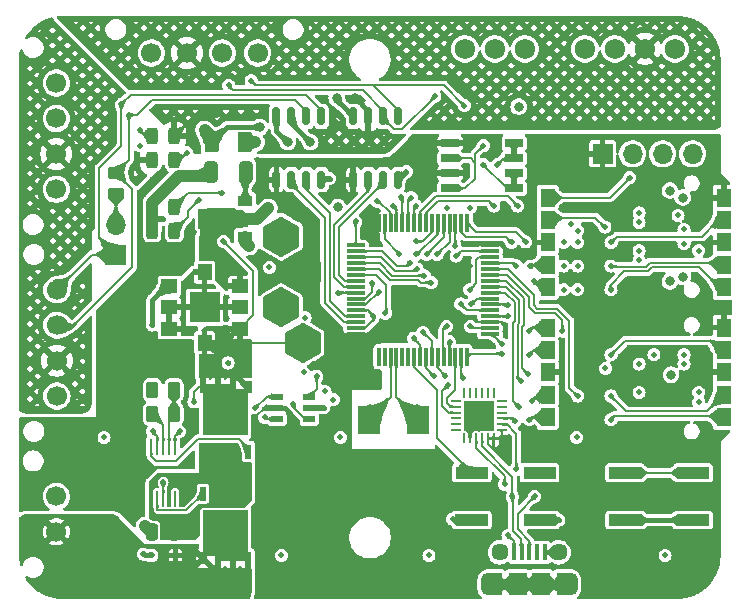
<source format=gtl>
%TF.GenerationSoftware,KiCad,Pcbnew,7.0.2*%
%TF.CreationDate,2023-11-21T14:40:01-06:00*%
%TF.ProjectId,LeaderSOM,4c656164-6572-4534-9f4d-2e6b69636164,rev?*%
%TF.SameCoordinates,Original*%
%TF.FileFunction,Copper,L1,Top*%
%TF.FilePolarity,Positive*%
%FSLAX46Y46*%
G04 Gerber Fmt 4.6, Leading zero omitted, Abs format (unit mm)*
G04 Created by KiCad (PCBNEW 7.0.2) date 2023-11-21 14:40:01*
%MOMM*%
%LPD*%
G01*
G04 APERTURE LIST*
G04 Aperture macros list*
%AMRoundRect*
0 Rectangle with rounded corners*
0 $1 Rounding radius*
0 $2 $3 $4 $5 $6 $7 $8 $9 X,Y pos of 4 corners*
0 Add a 4 corners polygon primitive as box body*
4,1,4,$2,$3,$4,$5,$6,$7,$8,$9,$2,$3,0*
0 Add four circle primitives for the rounded corners*
1,1,$1+$1,$2,$3*
1,1,$1+$1,$4,$5*
1,1,$1+$1,$6,$7*
1,1,$1+$1,$8,$9*
0 Add four rect primitives between the rounded corners*
20,1,$1+$1,$2,$3,$4,$5,0*
20,1,$1+$1,$4,$5,$6,$7,0*
20,1,$1+$1,$6,$7,$8,$9,0*
20,1,$1+$1,$8,$9,$2,$3,0*%
%AMFreePoly0*
4,1,9,3.810000,0.150000,0.305000,0.150000,0.305000,-0.510000,-0.305000,-0.510000,-0.305000,0.510000,0.000000,0.510000,0.000000,4.060000,3.810000,4.060000,3.810000,0.150000,3.810000,0.150000,$1*%
%AMFreePoly1*
4,1,7,1.500000,0.866025,1.500000,-0.866025,0.000000,-1.732051,-1.500000,-0.866025,-1.500000,0.866025,0.000000,1.732051,1.500000,0.866025,1.500000,0.866025,$1*%
%AMFreePoly2*
4,1,9,3.862500,-0.866500,0.737500,-0.866500,0.737500,-0.450000,-0.737500,-0.450000,-0.737500,0.450000,0.737500,0.450000,0.737500,0.866500,3.862500,0.866500,3.862500,-0.866500,3.862500,-0.866500,$1*%
G04 Aperture macros list end*
%TA.AperFunction,SMDPad,CuDef*%
%ADD10RoundRect,0.150000X0.150000X-0.625000X0.150000X0.625000X-0.150000X0.625000X-0.150000X-0.625000X0*%
%TD*%
%TA.AperFunction,SMDPad,CuDef*%
%ADD11R,0.279400X1.358900*%
%TD*%
%TA.AperFunction,SMDPad,CuDef*%
%ADD12R,1.257300X1.549400*%
%TD*%
%TA.AperFunction,SMDPad,CuDef*%
%ADD13R,1.350000X1.200000*%
%TD*%
%TA.AperFunction,SMDPad,CuDef*%
%ADD14R,1.200000X1.350000*%
%TD*%
%TA.AperFunction,SMDPad,CuDef*%
%ADD15R,2.600000X2.600000*%
%TD*%
%TA.AperFunction,SMDPad,CuDef*%
%ADD16R,0.610000X1.270000*%
%TD*%
%TA.AperFunction,SMDPad,CuDef*%
%ADD17FreePoly0,180.000000*%
%TD*%
%TA.AperFunction,SMDPad,CuDef*%
%ADD18R,0.610000X1.020000*%
%TD*%
%TA.AperFunction,SMDPad,CuDef*%
%ADD19R,2.750000X1.000000*%
%TD*%
%TA.AperFunction,SMDPad,CuDef*%
%ADD20RoundRect,0.062500X0.062500X-0.350000X0.062500X0.350000X-0.062500X0.350000X-0.062500X-0.350000X0*%
%TD*%
%TA.AperFunction,SMDPad,CuDef*%
%ADD21RoundRect,0.062500X0.350000X-0.062500X0.350000X0.062500X-0.350000X0.062500X-0.350000X-0.062500X0*%
%TD*%
%TA.AperFunction,ComponentPad*%
%ADD22R,1.700000X1.700000*%
%TD*%
%TA.AperFunction,ComponentPad*%
%ADD23O,1.700000X1.700000*%
%TD*%
%TA.AperFunction,ComponentPad*%
%ADD24C,1.700000*%
%TD*%
%TA.AperFunction,SMDPad,CuDef*%
%ADD25RoundRect,0.243750X-0.243750X-0.456250X0.243750X-0.456250X0.243750X0.456250X-0.243750X0.456250X0*%
%TD*%
%TA.AperFunction,SMDPad,CuDef*%
%ADD26RoundRect,0.250000X0.262500X0.450000X-0.262500X0.450000X-0.262500X-0.450000X0.262500X-0.450000X0*%
%TD*%
%TA.AperFunction,ConnectorPad*%
%ADD27FreePoly1,180.000000*%
%TD*%
%TA.AperFunction,ComponentPad*%
%ADD28C,1.725000*%
%TD*%
%TA.AperFunction,SMDPad,CuDef*%
%ADD29RoundRect,0.112500X-0.187500X-0.112500X0.187500X-0.112500X0.187500X0.112500X-0.187500X0.112500X0*%
%TD*%
%TA.AperFunction,SMDPad,CuDef*%
%ADD30R,0.400000X1.350000*%
%TD*%
%TA.AperFunction,ComponentPad*%
%ADD31O,1.200000X1.900000*%
%TD*%
%TA.AperFunction,SMDPad,CuDef*%
%ADD32R,1.200000X1.900000*%
%TD*%
%TA.AperFunction,ComponentPad*%
%ADD33C,1.450000*%
%TD*%
%TA.AperFunction,SMDPad,CuDef*%
%ADD34R,1.500000X1.900000*%
%TD*%
%TA.AperFunction,SMDPad,CuDef*%
%ADD35RoundRect,0.243750X0.243750X0.456250X-0.243750X0.456250X-0.243750X-0.456250X0.243750X-0.456250X0*%
%TD*%
%TA.AperFunction,SMDPad,CuDef*%
%ADD36RoundRect,0.250000X0.250000X0.475000X-0.250000X0.475000X-0.250000X-0.475000X0.250000X-0.475000X0*%
%TD*%
%TA.AperFunction,SMDPad,CuDef*%
%ADD37R,1.528000X0.650000*%
%TD*%
%TA.AperFunction,SMDPad,CuDef*%
%ADD38RoundRect,0.250000X0.450000X-0.262500X0.450000X0.262500X-0.450000X0.262500X-0.450000X-0.262500X0*%
%TD*%
%TA.AperFunction,SMDPad,CuDef*%
%ADD39R,1.300000X0.900000*%
%TD*%
%TA.AperFunction,SMDPad,CuDef*%
%ADD40FreePoly2,180.000000*%
%TD*%
%TA.AperFunction,SMDPad,CuDef*%
%ADD41RoundRect,0.250000X0.325000X0.650000X-0.325000X0.650000X-0.325000X-0.650000X0.325000X-0.650000X0*%
%TD*%
%TA.AperFunction,SMDPad,CuDef*%
%ADD42R,1.900000X2.400000*%
%TD*%
%TA.AperFunction,SMDPad,CuDef*%
%ADD43FreePoly0,0.000000*%
%TD*%
%TA.AperFunction,SMDPad,CuDef*%
%ADD44RoundRect,0.250000X-0.262500X-0.450000X0.262500X-0.450000X0.262500X0.450000X-0.262500X0.450000X0*%
%TD*%
%TA.AperFunction,SMDPad,CuDef*%
%ADD45RoundRect,0.075000X0.075000X-0.700000X0.075000X0.700000X-0.075000X0.700000X-0.075000X-0.700000X0*%
%TD*%
%TA.AperFunction,SMDPad,CuDef*%
%ADD46RoundRect,0.075000X0.700000X-0.075000X0.700000X0.075000X-0.700000X0.075000X-0.700000X-0.075000X0*%
%TD*%
%TA.AperFunction,ConnectorPad*%
%ADD47FreePoly1,0.000000*%
%TD*%
%TA.AperFunction,SMDPad,CuDef*%
%ADD48R,1.003300X0.558800*%
%TD*%
%TA.AperFunction,SMDPad,CuDef*%
%ADD49RoundRect,0.250000X0.375000X0.625000X-0.375000X0.625000X-0.375000X-0.625000X0.375000X-0.625000X0*%
%TD*%
%TA.AperFunction,ViaPad*%
%ADD50C,0.500000*%
%TD*%
%TA.AperFunction,ViaPad*%
%ADD51C,0.800000*%
%TD*%
%TA.AperFunction,Conductor*%
%ADD52C,0.400000*%
%TD*%
%TA.AperFunction,Conductor*%
%ADD53C,0.200000*%
%TD*%
%TA.AperFunction,Conductor*%
%ADD54C,1.000000*%
%TD*%
G04 APERTURE END LIST*
D10*
X112095000Y-63175000D03*
X113365000Y-63175000D03*
X114635000Y-63175000D03*
X115905000Y-63175000D03*
X115905000Y-57825000D03*
X114635000Y-57825000D03*
X113365000Y-57825000D03*
X112095000Y-57825000D03*
D11*
X101499999Y-90203450D03*
X102000001Y-90203450D03*
X102500000Y-90203450D03*
X102999999Y-90203450D03*
X103500001Y-90203450D03*
X103500001Y-85796550D03*
X102999999Y-85796550D03*
X102500000Y-85796550D03*
X102000001Y-85796550D03*
X101499999Y-85796550D03*
D12*
X149948550Y-83300000D03*
X149948550Y-81399999D03*
X149948550Y-79500000D03*
X149948550Y-77600001D03*
X149948550Y-75700000D03*
X135051450Y-75700000D03*
X135051450Y-77600001D03*
X135051450Y-79500000D03*
X135051450Y-81399999D03*
X135051450Y-83300000D03*
D13*
X103025000Y-72200000D03*
X103025000Y-74000000D03*
X103025000Y-75800000D03*
D14*
X106000000Y-76975000D03*
D13*
X108975000Y-75800000D03*
X108975000Y-74000000D03*
X108975000Y-72200000D03*
D14*
X106000000Y-71025000D03*
D15*
X106000000Y-74000000D03*
D16*
X105861130Y-86232500D03*
X107131130Y-86232500D03*
X108401130Y-86232500D03*
X109671130Y-86232500D03*
D17*
X109671130Y-80767500D03*
D18*
X108401130Y-80767500D03*
X107131130Y-80767500D03*
X105861130Y-80767500D03*
D19*
X141625000Y-88000000D03*
X147375000Y-88000000D03*
X141625000Y-92000000D03*
X147375000Y-92000000D03*
D20*
X128000000Y-85087500D03*
X128500000Y-85087500D03*
X129000000Y-85087500D03*
X129500000Y-85087500D03*
X130000000Y-85087500D03*
X130500000Y-85087500D03*
D21*
X131187500Y-84400000D03*
X131187500Y-83900000D03*
X131187500Y-83400000D03*
X131187500Y-82900000D03*
X131187500Y-82400000D03*
X131187500Y-81900000D03*
D20*
X130500000Y-81212500D03*
X130000000Y-81212500D03*
X129500000Y-81212500D03*
X129000000Y-81212500D03*
X128500000Y-81212500D03*
X128000000Y-81212500D03*
D21*
X127312500Y-81900000D03*
X127312500Y-82400000D03*
X127312500Y-82900000D03*
X127312500Y-83400000D03*
X127312500Y-83900000D03*
X127312500Y-84400000D03*
D15*
X129250000Y-83150000D03*
D22*
X139700000Y-61000000D03*
D23*
X142240000Y-61000000D03*
X144780000Y-61000000D03*
X147320000Y-61000000D03*
D24*
X93450000Y-93000000D03*
X93450000Y-90000000D03*
D25*
X101562500Y-67500000D03*
X103437500Y-67500000D03*
D24*
X101500000Y-52450000D03*
X104500000Y-52450000D03*
X107500000Y-52450000D03*
X110500000Y-52450000D03*
D26*
X103412500Y-81000000D03*
X101587500Y-81000000D03*
D22*
X98500000Y-69525000D03*
D23*
X98500000Y-66985000D03*
D27*
X114300000Y-77000000D03*
D12*
X149948550Y-72300000D03*
X149948550Y-70399999D03*
X149948550Y-68500000D03*
X149948550Y-66600001D03*
X149948550Y-64700000D03*
X135051450Y-64700000D03*
X135051450Y-66600001D03*
X135051450Y-68500000D03*
X135051450Y-70399999D03*
X135051450Y-72300000D03*
D27*
X114300000Y-71000000D03*
D10*
X118595000Y-63175000D03*
X119865000Y-63175000D03*
X121135000Y-63175000D03*
X122405000Y-63175000D03*
X122405000Y-57825000D03*
X121135000Y-57825000D03*
X119865000Y-57825000D03*
X118595000Y-57825000D03*
D19*
X128625000Y-88000000D03*
X134375000Y-88000000D03*
X128625000Y-92000000D03*
X134375000Y-92000000D03*
D24*
X93450000Y-64000000D03*
X93450000Y-61000000D03*
X93450000Y-58000000D03*
X93450000Y-55000000D03*
D28*
X128055000Y-52100000D03*
X130595000Y-52100000D03*
X133135000Y-52100000D03*
X138215000Y-52100000D03*
X140755000Y-52100000D03*
X143295000Y-52100000D03*
X145835000Y-52100000D03*
D29*
X101450000Y-95000000D03*
X103550000Y-95000000D03*
D30*
X132200000Y-94737500D03*
X132850000Y-94737500D03*
X133500000Y-94737500D03*
X134150000Y-94737500D03*
X134800000Y-94737500D03*
D31*
X130000000Y-97437500D03*
D32*
X130600000Y-97437500D03*
D33*
X131000000Y-94737500D03*
D34*
X132500000Y-97437500D03*
X134500000Y-97437500D03*
D33*
X136000000Y-94737500D03*
D32*
X136400000Y-97437500D03*
D31*
X137000000Y-97437500D03*
D35*
X103437500Y-59500000D03*
X101562500Y-59500000D03*
D25*
X101562500Y-65500000D03*
X103437500Y-65500000D03*
D36*
X103450000Y-93000000D03*
X101550000Y-93000000D03*
D37*
X126789000Y-60095000D03*
X126789000Y-61365000D03*
X126789000Y-62635000D03*
X126789000Y-63905000D03*
X132211000Y-63905000D03*
X132211000Y-62635000D03*
X132211000Y-61365000D03*
X132211000Y-60095000D03*
D24*
X93500000Y-81500000D03*
X93500000Y-78500000D03*
X93500000Y-75500000D03*
X93500000Y-72500000D03*
D38*
X98500000Y-64412500D03*
X98500000Y-62587500D03*
D39*
X109450000Y-68000000D03*
D40*
X109362500Y-66500000D03*
D39*
X109450000Y-65000000D03*
D27*
X112500000Y-68000000D03*
D25*
X101562500Y-61500000D03*
X103437500Y-61500000D03*
D41*
X109475000Y-62499999D03*
X106525000Y-62499999D03*
D42*
X119950000Y-83500000D03*
X124050000Y-83500000D03*
D16*
X109671130Y-89767500D03*
X108401130Y-89767500D03*
X107131130Y-89767500D03*
X105861130Y-89767500D03*
D43*
X105861130Y-95232500D03*
D18*
X107131130Y-95232500D03*
X108401130Y-95232500D03*
X109671130Y-95232500D03*
D44*
X101587500Y-83000000D03*
X103412500Y-83000000D03*
D45*
X120750000Y-78175000D03*
X121250000Y-78175000D03*
X121750000Y-78175000D03*
X122250000Y-78175000D03*
X122750000Y-78175000D03*
X123250000Y-78175000D03*
X123750000Y-78175000D03*
X124250000Y-78175000D03*
X124750000Y-78175000D03*
X125250000Y-78175000D03*
X125750000Y-78175000D03*
X126250000Y-78175000D03*
X126750000Y-78175000D03*
X127250000Y-78175000D03*
X127750000Y-78175000D03*
X128250000Y-78175000D03*
D46*
X130175000Y-76250000D03*
X130175000Y-75750000D03*
X130175000Y-75250000D03*
X130175000Y-74750000D03*
X130175000Y-74250000D03*
X130175000Y-73750000D03*
X130175000Y-73250000D03*
X130175000Y-72750000D03*
X130175000Y-72250000D03*
X130175000Y-71750000D03*
X130175000Y-71250000D03*
X130175000Y-70750000D03*
X130175000Y-70250000D03*
X130175000Y-69750000D03*
X130175000Y-69250000D03*
X130175000Y-68750000D03*
D45*
X128250000Y-66825000D03*
X127750000Y-66825000D03*
X127250000Y-66825000D03*
X126750000Y-66825000D03*
X126250000Y-66825000D03*
X125750000Y-66825000D03*
X125250000Y-66825000D03*
X124750000Y-66825000D03*
X124250000Y-66825000D03*
X123750000Y-66825000D03*
X123250000Y-66825000D03*
X122750000Y-66825000D03*
X122250000Y-66825000D03*
X121750000Y-66825000D03*
X121250000Y-66825000D03*
X120750000Y-66825000D03*
D46*
X118825000Y-68750000D03*
X118825000Y-69250000D03*
X118825000Y-69750000D03*
X118825000Y-70250000D03*
X118825000Y-70750000D03*
X118825000Y-71250000D03*
X118825000Y-71750000D03*
X118825000Y-72250000D03*
X118825000Y-72750000D03*
X118825000Y-73250000D03*
X118825000Y-73750000D03*
X118825000Y-74250000D03*
X118825000Y-74750000D03*
X118825000Y-75250000D03*
X118825000Y-75750000D03*
X118825000Y-76250000D03*
D47*
X112500000Y-74000000D03*
D48*
X114852550Y-83450001D03*
X114852550Y-82500000D03*
X114852550Y-81549999D03*
X112147450Y-81549999D03*
X112147450Y-82500000D03*
X112147450Y-83450001D03*
D49*
X109400000Y-60000000D03*
X106600000Y-60000000D03*
D50*
X101600000Y-84500000D03*
D51*
X146500000Y-64700000D03*
X145400000Y-64100000D03*
D50*
X107600000Y-68400000D03*
D51*
X106900000Y-77500000D03*
X108100000Y-76500000D03*
D50*
X109500000Y-77500000D03*
X105100000Y-82000000D03*
X117500000Y-85000000D03*
X136000000Y-92000000D03*
X129200000Y-83100000D03*
X128500000Y-75600000D03*
X120300000Y-74700000D03*
X127000000Y-91912500D03*
X106500000Y-74500000D03*
X100825000Y-94875000D03*
X145000000Y-95000000D03*
X125000000Y-95000000D03*
X116600000Y-63100000D03*
X111300000Y-68700000D03*
X140500000Y-91950000D03*
X101600000Y-81000000D03*
X97500000Y-85000000D03*
X126500000Y-75600000D03*
X112500000Y-95000000D03*
D51*
X101000000Y-92500000D03*
D50*
X102500000Y-66500000D03*
X122504121Y-69498894D03*
X103900000Y-84500000D03*
X127300000Y-69650500D03*
X116100000Y-82500000D03*
X137500000Y-85000000D03*
X123100000Y-62500000D03*
X111200000Y-74000000D03*
D51*
X132600000Y-57000000D03*
X111400000Y-65600000D03*
X146500000Y-71400000D03*
D50*
X109362500Y-66549500D03*
D51*
X145400000Y-71800000D03*
D50*
X108975000Y-72200000D03*
X101562500Y-61649500D03*
D51*
X114950000Y-60000000D03*
D50*
X109450000Y-65000000D03*
X119100000Y-61800000D03*
X101500000Y-68900000D03*
D51*
X113200000Y-65300000D03*
D50*
X145500000Y-69400000D03*
X120800000Y-68541518D03*
D51*
X148600000Y-84200000D03*
X144700000Y-84200000D03*
D50*
X112600000Y-61800000D03*
X128450000Y-70500000D03*
X126789000Y-62635000D03*
X131400000Y-85500000D03*
X105100000Y-67600000D03*
X100600000Y-68200000D03*
X108000000Y-78700000D03*
X120000000Y-76950000D03*
D51*
X109800000Y-68800000D03*
X117300000Y-65500000D03*
X145500000Y-79700000D03*
D50*
X126750000Y-76900000D03*
D51*
X106000000Y-59000000D03*
X117200000Y-56299500D03*
X110700000Y-58725000D03*
X118700000Y-56300000D03*
D50*
X106800000Y-57200000D03*
D51*
X113050000Y-60000000D03*
D50*
X100500000Y-60300000D03*
X128450000Y-72500000D03*
X120000000Y-82450000D03*
X124000000Y-82450000D03*
X141625000Y-88000000D03*
X123900000Y-68400000D03*
X131700000Y-74750000D03*
X110300000Y-82500000D03*
X134375000Y-88000000D03*
X128600000Y-88000000D03*
X113500000Y-82200000D03*
X116900000Y-81800000D03*
D51*
X110300000Y-60000000D03*
D50*
X114400000Y-79500000D03*
X121300000Y-74500000D03*
X142800000Y-66000000D03*
X130500000Y-65412500D03*
X142800000Y-66800000D03*
X132500000Y-65412500D03*
X116200000Y-81100000D03*
X111100000Y-83300000D03*
X146100000Y-66200000D03*
X122000000Y-65400000D03*
X115500000Y-79800000D03*
X131702707Y-73798652D03*
X131700000Y-93300000D03*
X132050000Y-90000000D03*
X131400000Y-88988556D03*
X133950000Y-90000000D03*
X107500000Y-64300000D03*
X105100000Y-94300000D03*
X102500000Y-88800000D03*
X100500000Y-59000000D03*
X129600000Y-60300000D03*
X129600000Y-61900000D03*
X130800000Y-61900000D03*
X118800000Y-66700000D03*
X120600000Y-65000000D03*
X146600000Y-67400000D03*
X122650000Y-64650000D03*
X99600000Y-57700000D03*
X98950000Y-56800000D03*
X123500000Y-64700000D03*
X146600000Y-68600000D03*
X128500000Y-65549500D03*
X120749076Y-72701931D03*
X142800000Y-69200000D03*
X147850000Y-69200000D03*
X123900000Y-65400000D03*
X144050000Y-78000000D03*
X126400000Y-79800000D03*
X146600000Y-78000000D03*
X131200000Y-77100000D03*
X142800000Y-78800000D03*
X124500000Y-76100000D03*
X131200000Y-77900000D03*
X146600000Y-78800000D03*
X142800000Y-81200000D03*
X125400000Y-79800000D03*
X147850000Y-81200000D03*
X132000000Y-68500000D03*
X139950000Y-79150000D03*
X123700000Y-76600000D03*
X147850000Y-82000000D03*
X133200000Y-68449500D03*
X140412500Y-83500000D03*
X140412500Y-81500000D03*
X140412500Y-78000000D03*
X142800000Y-70000000D03*
X120200000Y-71900000D03*
X126500000Y-65549500D03*
X125500000Y-56100000D03*
X108050000Y-55200000D03*
X109950000Y-54800000D03*
X128000000Y-56912500D03*
X133400000Y-79650500D03*
X137600000Y-81500000D03*
X136400000Y-68500000D03*
X127200000Y-68800000D03*
X136300000Y-76000000D03*
X132400000Y-70500000D03*
X132800000Y-80200000D03*
X132600000Y-82400000D03*
X124000000Y-70750500D03*
X137600000Y-72500000D03*
X137600000Y-70500000D03*
X123400000Y-70200000D03*
X137600000Y-68500000D03*
X125700000Y-69500000D03*
X123900000Y-69500000D03*
X137000000Y-66950500D03*
X124800000Y-69500000D03*
X137600000Y-67500000D03*
X124600000Y-71300000D03*
X136400000Y-70500000D03*
X136400000Y-72500000D03*
X125200000Y-71900000D03*
X101587500Y-75500000D03*
X132400000Y-87700000D03*
X132300000Y-83600000D03*
X133500000Y-76000000D03*
X133500000Y-78000000D03*
X133700000Y-81900000D03*
X133500000Y-83500000D03*
X140412500Y-72500000D03*
X140412500Y-70500000D03*
X140412500Y-68500000D03*
X142000000Y-63000000D03*
X139900000Y-67200000D03*
X133587500Y-70500000D03*
X133904614Y-71800000D03*
X127700000Y-73700000D03*
X114514666Y-74873019D03*
X128600000Y-73700000D03*
X111500000Y-70600000D03*
X117300000Y-72800000D03*
X127900000Y-80000000D03*
X126600000Y-80600000D03*
X105500000Y-64900000D03*
X104500000Y-60900000D03*
D52*
X108975000Y-75800000D02*
X108800000Y-75800000D01*
D53*
X102000001Y-84900001D02*
X101600000Y-84500000D01*
X110100000Y-70900000D02*
X110100000Y-74675000D01*
X114300000Y-77000000D02*
X110000000Y-77000000D01*
D52*
X108800000Y-75800000D02*
X108100000Y-76500000D01*
D53*
X110100000Y-74675000D02*
X108975000Y-75800000D01*
X105100000Y-81161130D02*
X105643630Y-80617500D01*
X102000001Y-85796550D02*
X102000001Y-84900001D01*
X105643630Y-80617500D02*
X105861130Y-80617500D01*
X105100000Y-82000000D02*
X105100000Y-81161130D01*
D52*
X106375000Y-76975000D02*
X106900000Y-77500000D01*
D53*
X110000000Y-77000000D02*
X109500000Y-77500000D01*
D52*
X106000000Y-76975000D02*
X106375000Y-76975000D01*
D53*
X107600000Y-68400000D02*
X110100000Y-70900000D01*
X103500001Y-85796550D02*
X103500001Y-84899999D01*
X119850000Y-74250000D02*
X120300000Y-74700000D01*
D52*
X140550000Y-92000000D02*
X140500000Y-91950000D01*
D54*
X101550000Y-93000000D02*
X101500000Y-93000000D01*
X101562500Y-66500000D02*
X101562500Y-65500000D01*
D52*
X132500000Y-97437500D02*
X130600000Y-97437500D01*
D53*
X118825000Y-75750000D02*
X119630330Y-75750000D01*
X128650000Y-75750000D02*
X130175000Y-75750000D01*
D54*
X101562500Y-67500000D02*
X101562500Y-66500000D01*
D53*
X122504121Y-69498894D02*
X122504121Y-69467821D01*
X126200000Y-75900000D02*
X126500000Y-75600000D01*
D52*
X116600000Y-63100000D02*
X115980000Y-63100000D01*
X123080000Y-62500000D02*
X122405000Y-63175000D01*
X132500000Y-97437500D02*
X134500000Y-97437500D01*
D54*
X106525000Y-62499999D02*
X106124999Y-62900000D01*
D52*
X134500000Y-97437500D02*
X136400000Y-97437500D01*
D53*
X128500000Y-83900000D02*
X129250000Y-83150000D01*
X120300000Y-75080330D02*
X120300000Y-74700000D01*
D54*
X101500000Y-93000000D02*
X101000000Y-92500000D01*
D52*
X101450000Y-95000000D02*
X100950000Y-95000000D01*
D53*
X121250000Y-68213700D02*
X121250000Y-66825000D01*
X127700500Y-69250000D02*
X130175000Y-69250000D01*
D52*
X128625000Y-92000000D02*
X127087500Y-92000000D01*
X127087500Y-92000000D02*
X127000000Y-91912500D01*
D53*
X122504121Y-69467821D02*
X121250000Y-68213700D01*
X119630330Y-75750000D02*
X120300000Y-75080330D01*
D54*
X103800000Y-62900000D02*
X101562500Y-65137500D01*
D53*
X118825000Y-74250000D02*
X119850000Y-74250000D01*
X126250000Y-78175000D02*
X126200000Y-78125000D01*
D52*
X114852550Y-82500000D02*
X116100000Y-82500000D01*
D53*
X103500001Y-84899999D02*
X103900000Y-84500000D01*
X127300000Y-69650500D02*
X127700500Y-69250000D01*
X128500000Y-85087500D02*
X128500000Y-83900000D01*
D52*
X141625000Y-92000000D02*
X140550000Y-92000000D01*
X100950000Y-95000000D02*
X100825000Y-94875000D01*
X134800000Y-94737500D02*
X136000000Y-94737500D01*
X141625000Y-92000000D02*
X147375000Y-92000000D01*
X102500000Y-66500000D02*
X101562500Y-66500000D01*
X115980000Y-63100000D02*
X115905000Y-63175000D01*
D54*
X106124999Y-62900000D02*
X103800000Y-62900000D01*
D52*
X123100000Y-62500000D02*
X123080000Y-62500000D01*
X130600000Y-97437500D02*
X130000000Y-97437500D01*
X134375000Y-92000000D02*
X136000000Y-92000000D01*
D54*
X101562500Y-65137500D02*
X101562500Y-65500000D01*
D53*
X128500000Y-75600000D02*
X128650000Y-75750000D01*
D52*
X136400000Y-97437500D02*
X137000000Y-97437500D01*
D53*
X126200000Y-78125000D02*
X126200000Y-75900000D01*
D54*
X109362500Y-66549500D02*
X110450500Y-66549500D01*
X110450500Y-66549500D02*
X111400000Y-65600000D01*
D52*
X113365000Y-57825000D02*
X113365000Y-58415000D01*
X113365000Y-58415000D02*
X114950000Y-60000000D01*
X109450000Y-62524999D02*
X109475000Y-62499999D01*
X109450000Y-65000000D02*
X109450000Y-62524999D01*
D53*
X130175000Y-75250000D02*
X129150000Y-75250000D01*
X129100000Y-75200000D02*
X129150000Y-75250000D01*
D52*
X112778499Y-82500000D02*
X113200000Y-82921501D01*
D53*
X130400000Y-86000000D02*
X130500000Y-86000000D01*
X130000000Y-85087500D02*
X130000000Y-85600000D01*
X111100000Y-82500000D02*
X110400000Y-83200000D01*
X130000000Y-85600000D02*
X130400000Y-86000000D01*
D52*
X112147450Y-82500000D02*
X112778499Y-82500000D01*
D53*
X130175000Y-75250000D02*
X131250000Y-75250000D01*
D52*
X113200000Y-82921501D02*
X113200000Y-83200000D01*
D53*
X112147450Y-82500000D02*
X111100000Y-82500000D01*
X131250000Y-75250000D02*
X131300000Y-75300000D01*
X120800000Y-68541518D02*
X120750000Y-68491518D01*
X118825000Y-76250000D02*
X119300000Y-76250000D01*
D54*
X109450000Y-68000000D02*
X109450000Y-68450000D01*
X109450000Y-68450000D02*
X109800000Y-68800000D01*
D53*
X126750000Y-76900000D02*
X126750000Y-78175000D01*
D52*
X117200000Y-56430000D02*
X118595000Y-57825000D01*
X117200000Y-56299500D02*
X117200000Y-56430000D01*
X107875000Y-58725000D02*
X106600000Y-60000000D01*
D54*
X106600000Y-60000000D02*
X106600000Y-59600000D01*
X106600000Y-59600000D02*
X106000000Y-59000000D01*
D52*
X110700000Y-58725000D02*
X107875000Y-58725000D01*
D53*
X103437500Y-59500000D02*
X105737500Y-57200000D01*
D52*
X119865000Y-57365000D02*
X119865000Y-57825000D01*
X118800000Y-56300000D02*
X119865000Y-57365000D01*
D53*
X105737500Y-57200000D02*
X106800000Y-57200000D01*
D52*
X118700000Y-56300000D02*
X118800000Y-56300000D01*
X112095000Y-59045000D02*
X113050000Y-60000000D01*
X112095000Y-57825000D02*
X112095000Y-59045000D01*
D53*
X129250000Y-69750000D02*
X129000000Y-70000000D01*
X129000000Y-70000000D02*
X129000000Y-71950000D01*
X129000000Y-71950000D02*
X128450000Y-72500000D01*
X130175000Y-69750000D02*
X129250000Y-69750000D01*
X120150000Y-82600000D02*
X120000000Y-82450000D01*
X121750000Y-81550000D02*
X120150000Y-83150000D01*
X120150000Y-83500000D02*
X120150000Y-82600000D01*
X120150000Y-83150000D02*
X120150000Y-83500000D01*
X121750000Y-78175000D02*
X121750000Y-81550000D01*
X123850000Y-83500000D02*
X123850000Y-82600000D01*
X123850000Y-82600000D02*
X124000000Y-82450000D01*
X122250000Y-78175000D02*
X122250000Y-81550000D01*
X122250000Y-81550000D02*
X123850000Y-83150000D01*
X123850000Y-83150000D02*
X123850000Y-83500000D01*
X124480330Y-68400000D02*
X123900000Y-68400000D01*
X141625000Y-88000000D02*
X147375000Y-88000000D01*
X125250000Y-66825000D02*
X125250000Y-67630330D01*
X125250000Y-67630330D02*
X124480330Y-68400000D01*
X111250001Y-81549999D02*
X112147450Y-81549999D01*
X110300000Y-82500000D02*
X111250001Y-81549999D01*
X131700000Y-74750000D02*
X130175000Y-74750000D01*
X125700000Y-81000000D02*
X125700000Y-85075000D01*
X125700000Y-85075000D02*
X128625000Y-88000000D01*
X123750000Y-78175000D02*
X123750000Y-79050000D01*
X128625000Y-88000000D02*
X128600000Y-88000000D01*
X123750000Y-79050000D02*
X125700000Y-81000000D01*
X113500000Y-82200000D02*
X113500000Y-82400000D01*
X114550001Y-83450001D02*
X114852550Y-83450001D01*
X113500000Y-82400000D02*
X114550001Y-83450001D01*
D54*
X109400000Y-60000000D02*
X110300000Y-60000000D01*
D53*
X121300000Y-74500000D02*
X121400000Y-74400000D01*
X121400000Y-74400000D02*
X121400000Y-72100000D01*
X120550000Y-71250000D02*
X118825000Y-71250000D01*
X121400000Y-72100000D02*
X120550000Y-71250000D01*
X102000001Y-91122601D02*
X102060300Y-91182900D01*
X104445730Y-91182900D02*
X105861130Y-89767500D01*
X102000001Y-90203450D02*
X102000001Y-91122601D01*
X102060300Y-91182900D02*
X104445730Y-91182900D01*
X124750000Y-66019670D02*
X125769670Y-65000000D01*
X125769670Y-65000000D02*
X130087500Y-65000000D01*
X130087500Y-65000000D02*
X130500000Y-65412500D01*
X124750000Y-66825000D02*
X124750000Y-66019670D01*
X124250000Y-66825000D02*
X124250000Y-65953985D01*
X131687500Y-64600000D02*
X132500000Y-65412500D01*
X125603985Y-64600000D02*
X131687500Y-64600000D01*
X124250000Y-65953985D02*
X125603985Y-64600000D01*
X111250001Y-83450001D02*
X112147450Y-83450001D01*
X111100000Y-83300000D02*
X111250001Y-83450001D01*
X122250000Y-65650000D02*
X122000000Y-65400000D01*
X122250000Y-66825000D02*
X122250000Y-65650000D01*
X115500000Y-79800000D02*
X115500000Y-80902549D01*
X131654055Y-73750000D02*
X130175000Y-73750000D01*
X131702707Y-73798652D02*
X131654055Y-73750000D01*
X115500000Y-80902549D02*
X114852550Y-81549999D01*
X132200000Y-93800000D02*
X131700000Y-93300000D01*
X132200000Y-94737500D02*
X132200000Y-93800000D01*
X132800000Y-93622182D02*
X132100000Y-92922182D01*
X132100000Y-92922182D02*
X132100000Y-90050000D01*
X132050000Y-88315685D02*
X129500000Y-85765685D01*
X132800000Y-94687500D02*
X132800000Y-93622182D01*
X132850000Y-94737500D02*
X132800000Y-94687500D01*
X132100000Y-90050000D02*
X132050000Y-90000000D01*
X132050000Y-90000000D02*
X132050000Y-88315685D01*
X129500000Y-85765685D02*
X129500000Y-85087500D01*
X131400000Y-88988556D02*
X131400000Y-88300000D01*
X129000000Y-85900000D02*
X129000000Y-85087500D01*
X132500000Y-92756496D02*
X132500000Y-91450000D01*
X132500000Y-91450000D02*
X133950000Y-90000000D01*
X133500000Y-94737500D02*
X133500000Y-93756496D01*
X133500000Y-93756496D02*
X132500000Y-92756496D01*
X131400000Y-88300000D02*
X129000000Y-85900000D01*
X104637500Y-64300000D02*
X107500000Y-64300000D01*
X103437500Y-65500000D02*
X104637500Y-64300000D01*
X102500000Y-88800000D02*
X102500000Y-90203450D01*
X101000000Y-59500000D02*
X100500000Y-59000000D01*
X101562500Y-59500000D02*
X101000000Y-59500000D01*
X128900000Y-61722182D02*
X128900000Y-63100000D01*
X126789000Y-61365000D02*
X126804000Y-61350000D01*
X129600000Y-60300000D02*
X128900000Y-61000000D01*
X128095000Y-63905000D02*
X126789000Y-63905000D01*
X128850000Y-61672182D02*
X128900000Y-61722182D01*
X128900000Y-63100000D02*
X128095000Y-63905000D01*
X126804000Y-61350000D02*
X128527818Y-61350000D01*
X128527818Y-61350000D02*
X128850000Y-61672182D01*
X128900000Y-61622182D02*
X128850000Y-61672182D01*
X128900000Y-61000000D02*
X128900000Y-61622182D01*
X131605000Y-63905000D02*
X132211000Y-63905000D01*
X129600000Y-61900000D02*
X131605000Y-63905000D01*
D52*
X132211000Y-62635000D02*
X132211000Y-63905000D01*
X132211000Y-60095000D02*
X132211000Y-61365000D01*
D53*
X130800000Y-61900000D02*
X131335000Y-61365000D01*
X131335000Y-61365000D02*
X132211000Y-61365000D01*
X118825000Y-68750000D02*
X118800000Y-68725000D01*
X118800000Y-68725000D02*
X118800000Y-66700000D01*
X121750000Y-66825000D02*
X121750000Y-66019670D01*
X120730330Y-65000000D02*
X120600000Y-65000000D01*
X121750000Y-66019670D02*
X120730330Y-65000000D01*
X122650000Y-64650000D02*
X122750000Y-64750000D01*
X122750000Y-64750000D02*
X122750000Y-66825000D01*
X101577818Y-56400000D02*
X113700000Y-56400000D01*
X114635000Y-57335000D02*
X114635000Y-57825000D01*
X99600000Y-57700000D02*
X99600000Y-61487500D01*
X113700000Y-56400000D02*
X114635000Y-57335000D01*
X100277818Y-57700000D02*
X101577818Y-56400000D01*
X99600000Y-61487500D02*
X98500000Y-62587500D01*
X98500000Y-62587500D02*
X99900000Y-63987500D01*
X99900000Y-70562500D02*
X94962500Y-75500000D01*
X99900000Y-63987500D02*
X99900000Y-70562500D01*
X94962500Y-75500000D02*
X93500000Y-75500000D01*
X99600000Y-57700000D02*
X100277818Y-57700000D01*
X97100000Y-68125000D02*
X98500000Y-69525000D01*
X98950000Y-56800000D02*
X99750000Y-56000000D01*
X115905000Y-57305000D02*
X115905000Y-57825000D01*
X97100000Y-62200000D02*
X97100000Y-68125000D01*
X99750000Y-56000000D02*
X114600000Y-56000000D01*
X98950000Y-56800000D02*
X98950000Y-60350000D01*
X96475000Y-69525000D02*
X93500000Y-72500000D01*
X114600000Y-56000000D02*
X115905000Y-57305000D01*
X98950000Y-60350000D02*
X97100000Y-62200000D01*
X98500000Y-69525000D02*
X96475000Y-69525000D01*
X123250000Y-64950000D02*
X123250000Y-66825000D01*
X123500000Y-64700000D02*
X123250000Y-64950000D01*
X118825000Y-73750000D02*
X119701007Y-73750000D01*
X119701007Y-73750000D02*
X120749076Y-72701931D01*
X123750000Y-66825000D02*
X123750000Y-65550000D01*
X123750000Y-65550000D02*
X123900000Y-65400000D01*
X125750000Y-79150000D02*
X125750000Y-78175000D01*
X126400000Y-79800000D02*
X125750000Y-79150000D01*
X130175000Y-76250000D02*
X130350000Y-76250000D01*
X130350000Y-76250000D02*
X131200000Y-77100000D01*
X125250000Y-76850000D02*
X124500000Y-76100000D01*
X125250000Y-78175000D02*
X125250000Y-76850000D01*
X128250000Y-78175000D02*
X128525000Y-77900000D01*
X128525000Y-77900000D02*
X131200000Y-77900000D01*
X124750000Y-79150000D02*
X124750000Y-78175000D01*
X125400000Y-79800000D02*
X124750000Y-79150000D01*
X127750000Y-66825000D02*
X127750000Y-67650000D01*
X131500000Y-68000000D02*
X132000000Y-68500000D01*
X128100000Y-68000000D02*
X131500000Y-68000000D01*
X127750000Y-67650000D02*
X128100000Y-68000000D01*
X124250000Y-77150000D02*
X123700000Y-76600000D01*
X124250000Y-78175000D02*
X124250000Y-77150000D01*
X132350500Y-67600000D02*
X133200000Y-68449500D01*
X129025000Y-67600000D02*
X132350500Y-67600000D01*
X128250000Y-66825000D02*
X129025000Y-67600000D01*
X149600000Y-83200000D02*
X140712500Y-83200000D01*
X149948550Y-83300000D02*
X149700000Y-83300000D01*
X140712500Y-83200000D02*
X140412500Y-83500000D01*
X149700000Y-83300000D02*
X149600000Y-83200000D01*
X149948550Y-81399999D02*
X148548549Y-82800000D01*
X148548549Y-82800000D02*
X141712500Y-82800000D01*
X141712500Y-82800000D02*
X140412500Y-81500000D01*
X141612500Y-76800000D02*
X140412500Y-78000000D01*
X149948550Y-77600001D02*
X149148549Y-76800000D01*
X149148549Y-76800000D02*
X141612500Y-76800000D01*
X120200000Y-71900000D02*
X120200000Y-72680330D01*
X120200000Y-72680330D02*
X119630330Y-73250000D01*
X119630330Y-73250000D02*
X118825000Y-73250000D01*
X122741396Y-58900000D02*
X122068604Y-58900000D01*
X125500000Y-56100000D02*
X125500000Y-56141396D01*
X125500000Y-56141396D02*
X122741396Y-58900000D01*
X121135000Y-57966396D02*
X121135000Y-57825000D01*
X108450000Y-55600000D02*
X119400000Y-55600000D01*
X122068604Y-58900000D02*
X121135000Y-57966396D01*
X119400000Y-55600000D02*
X121135000Y-57335000D01*
X121135000Y-57335000D02*
X121135000Y-57825000D01*
X108050000Y-55200000D02*
X108450000Y-55600000D01*
X122405000Y-57305000D02*
X122405000Y-57825000D01*
X109950000Y-54800000D02*
X110350000Y-55200000D01*
X110350000Y-55200000D02*
X120300000Y-55200000D01*
X128000000Y-56912500D02*
X126287500Y-55200000D01*
X126287500Y-55200000D02*
X120300000Y-55200000D01*
X120300000Y-55200000D02*
X122405000Y-57305000D01*
X98500000Y-64412500D02*
X98500000Y-66985000D01*
X131563245Y-71750000D02*
X130175000Y-71750000D01*
X132900000Y-79150500D02*
X132900000Y-75631372D01*
X133052708Y-75478663D02*
X133052707Y-73239464D01*
X132900000Y-75631372D02*
X133052708Y-75478663D01*
X133400000Y-79650500D02*
X132900000Y-79150500D01*
X133052707Y-73239464D02*
X131563245Y-71750000D01*
X131694616Y-70750000D02*
X133900000Y-72955384D01*
X133900000Y-72955384D02*
X133900000Y-73834314D01*
X130175000Y-70750000D02*
X131694616Y-70750000D01*
X136900000Y-75134314D02*
X136900000Y-80800000D01*
X133900000Y-73834314D02*
X134165686Y-74100000D01*
X135865686Y-74100000D02*
X136900000Y-75134314D01*
X136900000Y-80800000D02*
X137600000Y-81500000D01*
X134165686Y-74100000D02*
X135865686Y-74100000D01*
X127250000Y-68750000D02*
X127250000Y-66825000D01*
X127200000Y-68800000D02*
X127250000Y-68750000D01*
X134000000Y-74500000D02*
X135700000Y-74500000D01*
X133500000Y-74000000D02*
X134000000Y-74500000D01*
X136300000Y-75100000D02*
X136300000Y-76000000D01*
X131628930Y-71250000D02*
X133500000Y-73121070D01*
X135700000Y-74500000D02*
X136300000Y-75100000D01*
X133500000Y-73121070D02*
X133500000Y-74000000D01*
X130175000Y-71250000D02*
X131628930Y-71250000D01*
X130175000Y-70250000D02*
X132150000Y-70250000D01*
X132150000Y-70250000D02*
X132400000Y-70500000D01*
X132652707Y-75312978D02*
X132652707Y-73405149D01*
X132500000Y-79900000D02*
X132500000Y-75465686D01*
X131497559Y-72250000D02*
X130175000Y-72250000D01*
X132652707Y-73405149D02*
X131497559Y-72250000D01*
X132500000Y-75465686D02*
X132652707Y-75312978D01*
X132800000Y-80200000D02*
X132500000Y-79900000D01*
X132252707Y-73570834D02*
X131431873Y-72750000D01*
X132100000Y-81900000D02*
X132100000Y-75300000D01*
X131431873Y-72750000D02*
X130175000Y-72750000D01*
X132600000Y-82400000D02*
X132100000Y-81900000D01*
X132100000Y-75300000D02*
X132252707Y-75147293D01*
X132252707Y-75147293D02*
X132252707Y-73570834D01*
X122100000Y-70900000D02*
X120950000Y-69750000D01*
X123850500Y-70900000D02*
X122100000Y-70900000D01*
X120950000Y-69750000D02*
X118825000Y-69750000D01*
X124000000Y-70750500D02*
X123850500Y-70900000D01*
X121050000Y-69250000D02*
X118825000Y-69250000D01*
X122300000Y-70500000D02*
X121050000Y-69250000D01*
X123400000Y-70200000D02*
X123100000Y-70500000D01*
X123100000Y-70500000D02*
X122300000Y-70500000D01*
X126750000Y-68450000D02*
X126750000Y-66825000D01*
X125700000Y-69500000D02*
X126750000Y-68450000D01*
X123900000Y-69500000D02*
X124000000Y-69500000D01*
X124000000Y-69500000D02*
X125750000Y-67750000D01*
X125750000Y-67750000D02*
X125750000Y-66825000D01*
X124811091Y-69500000D02*
X126250000Y-68061091D01*
X126250000Y-68061091D02*
X126250000Y-66825000D01*
X124800000Y-69500000D02*
X124811091Y-69500000D01*
X120850000Y-70250000D02*
X118825000Y-70250000D01*
X121900000Y-71300000D02*
X120850000Y-70250000D01*
X124600000Y-71300000D02*
X121900000Y-71300000D01*
X120750000Y-70750000D02*
X118825000Y-70750000D01*
X124100000Y-71700000D02*
X121700000Y-71700000D01*
X121700000Y-71700000D02*
X120750000Y-70750000D01*
X125200000Y-71900000D02*
X124300000Y-71900000D01*
X124300000Y-71900000D02*
X124100000Y-71700000D01*
D52*
X101587500Y-73362500D02*
X102750000Y-72200000D01*
X102750000Y-72200000D02*
X103025000Y-72200000D01*
X101587500Y-75500000D02*
X101587500Y-73362500D01*
D53*
X131612652Y-83900000D02*
X131187500Y-83900000D01*
X132400000Y-84687348D02*
X131612652Y-83900000D01*
X132400000Y-87700000D02*
X132400000Y-84687348D01*
X131187500Y-83400000D02*
X132100000Y-83400000D01*
X132100000Y-83400000D02*
X132300000Y-83600000D01*
X133500000Y-76000000D02*
X133800000Y-75700000D01*
X133800000Y-75700000D02*
X135051450Y-75700000D01*
X133899999Y-77600001D02*
X135051450Y-77600001D01*
X133500000Y-78000000D02*
X133899999Y-77600001D01*
X134200001Y-81399999D02*
X133700000Y-81900000D01*
X135051450Y-81399999D02*
X134200001Y-81399999D01*
X133700000Y-83300000D02*
X133500000Y-83500000D01*
X135051450Y-83300000D02*
X133700000Y-83300000D01*
X149600000Y-72300000D02*
X147900000Y-70600000D01*
X143515685Y-70950000D02*
X141550000Y-70950000D01*
X140412500Y-72087500D02*
X140412500Y-72500000D01*
X147900000Y-70600000D02*
X143865686Y-70600000D01*
X143865686Y-70600000D02*
X143515685Y-70950000D01*
X141550000Y-70950000D02*
X140412500Y-72087500D01*
X149948550Y-72300000D02*
X149600000Y-72300000D01*
X140462500Y-70550000D02*
X140412500Y-70500000D01*
X143350000Y-70550000D02*
X140462500Y-70550000D01*
X149948550Y-70399999D02*
X149748551Y-70200000D01*
X143700000Y-70200000D02*
X143350000Y-70550000D01*
X149748551Y-70200000D02*
X143700000Y-70200000D01*
X140912500Y-68000000D02*
X140412500Y-68500000D01*
X149948550Y-66600001D02*
X149499999Y-66600001D01*
X148100000Y-68000000D02*
X140912500Y-68000000D01*
X149499999Y-66600001D02*
X148100000Y-68000000D01*
X140300000Y-64700000D02*
X135051450Y-64700000D01*
X142000000Y-63000000D02*
X140300000Y-64700000D01*
X135051450Y-66600001D02*
X135250951Y-66400500D01*
X135250951Y-66400500D02*
X139100500Y-66400500D01*
X139100500Y-66400500D02*
X139900000Y-67200000D01*
X135051450Y-70399999D02*
X133687501Y-70399999D01*
X133687501Y-70399999D02*
X133587500Y-70500000D01*
X134404614Y-72300000D02*
X135051450Y-72300000D01*
X133904614Y-71800000D02*
X134404614Y-72300000D01*
X103600000Y-87000000D02*
X101900000Y-87000000D01*
X108896130Y-85127500D02*
X105472500Y-85127500D01*
X101499999Y-86599999D02*
X101499999Y-85796550D01*
X109671130Y-85902500D02*
X108896130Y-85127500D01*
X105472500Y-85127500D02*
X103600000Y-87000000D01*
X101900000Y-87000000D02*
X101499999Y-86599999D01*
X109671130Y-86232500D02*
X109671130Y-85902500D01*
X102500000Y-85796550D02*
X102500000Y-83912500D01*
X102500000Y-83912500D02*
X101587500Y-83000000D01*
X102999999Y-83412501D02*
X103412500Y-83000000D01*
X103412500Y-83000000D02*
X103412500Y-81000000D01*
X102999999Y-85796550D02*
X102999999Y-83412501D01*
X127700000Y-73700000D02*
X128250000Y-74250000D01*
X128250000Y-74250000D02*
X130175000Y-74250000D01*
X129050000Y-73250000D02*
X128600000Y-73700000D01*
X130175000Y-73250000D02*
X129050000Y-73250000D01*
X117350000Y-72750000D02*
X117300000Y-72800000D01*
X118825000Y-72750000D02*
X117350000Y-72750000D01*
X126750000Y-82372182D02*
X126750000Y-82400000D01*
X126500000Y-81700000D02*
X126500000Y-82122182D01*
X127250000Y-80950000D02*
X126500000Y-81700000D01*
X126750000Y-82400000D02*
X127312500Y-82400000D01*
X126500000Y-82122182D02*
X126750000Y-82372182D01*
X127250000Y-78175000D02*
X127250000Y-80950000D01*
X127900000Y-80000000D02*
X127750000Y-79850000D01*
X127750000Y-79850000D02*
X127750000Y-78175000D01*
X126100000Y-81100000D02*
X126100000Y-82315685D01*
X126100000Y-82315685D02*
X126684315Y-82900000D01*
X126600000Y-80600000D02*
X126100000Y-81100000D01*
X126684315Y-82900000D02*
X127312500Y-82900000D01*
X118825000Y-72250000D02*
X117850000Y-72250000D01*
X117000000Y-67000000D02*
X119865000Y-64135000D01*
X119865000Y-64135000D02*
X119865000Y-63175000D01*
X117850000Y-72250000D02*
X117000000Y-71400000D01*
X117000000Y-71400000D02*
X117000000Y-67000000D01*
X118825000Y-71750000D02*
X117915686Y-71750000D01*
X117915686Y-71750000D02*
X117400000Y-71234314D01*
X121135000Y-63465000D02*
X121135000Y-63175000D01*
X117400000Y-67200000D02*
X121135000Y-63465000D01*
X117400000Y-71234314D02*
X117400000Y-67200000D01*
X114600000Y-63210000D02*
X114600000Y-64000000D01*
X117934835Y-74750000D02*
X118825000Y-74750000D01*
X114600000Y-64000000D02*
X116600000Y-66000000D01*
X114635000Y-63175000D02*
X114600000Y-63210000D01*
X116600000Y-73415165D02*
X117934835Y-74750000D01*
X116600000Y-66000000D02*
X116600000Y-73415165D01*
X117850000Y-75250000D02*
X118825000Y-75250000D01*
X113365000Y-63175000D02*
X113365000Y-63565000D01*
X116200000Y-73600000D02*
X117850000Y-75250000D01*
X116200000Y-66400000D02*
X116200000Y-73600000D01*
X113365000Y-63565000D02*
X116200000Y-66400000D01*
X105500000Y-64900000D02*
X104600000Y-65800000D01*
X104600000Y-65800000D02*
X104600000Y-66337500D01*
X104600000Y-66337500D02*
X103437500Y-67500000D01*
X103900000Y-61500000D02*
X104500000Y-60900000D01*
X103437500Y-61500000D02*
X103900000Y-61500000D01*
%TA.AperFunction,Conductor*%
G36*
X119556829Y-70606893D02*
G01*
X119592960Y-70620567D01*
X119632220Y-70632425D01*
X119671480Y-70641283D01*
X119710740Y-70647141D01*
X119710957Y-70647156D01*
X119710959Y-70647157D01*
X119712665Y-70647281D01*
X119739150Y-70649209D01*
X119747152Y-70653227D01*
X119750000Y-70660878D01*
X119750000Y-70839120D01*
X119746573Y-70847393D01*
X119739150Y-70850789D01*
X119710955Y-70852842D01*
X119710945Y-70852843D01*
X119710740Y-70852858D01*
X119710541Y-70852887D01*
X119710529Y-70852889D01*
X119671700Y-70858683D01*
X119671695Y-70858683D01*
X119671480Y-70858716D01*
X119671285Y-70858759D01*
X119671258Y-70858765D01*
X119632438Y-70867524D01*
X119632417Y-70867529D01*
X119632220Y-70867574D01*
X119632010Y-70867637D01*
X119632004Y-70867639D01*
X119593167Y-70879369D01*
X119593154Y-70879373D01*
X119592960Y-70879432D01*
X119592771Y-70879503D01*
X119592746Y-70879512D01*
X119556830Y-70893106D01*
X119550419Y-70893642D01*
X118882044Y-70761477D01*
X118874594Y-70756511D01*
X118872837Y-70747730D01*
X118877804Y-70740279D01*
X118882044Y-70738522D01*
X119550418Y-70606358D01*
X119556829Y-70606893D01*
G37*
%TD.AperFunction*%
%TA.AperFunction,Conductor*%
G36*
X119556829Y-74106893D02*
G01*
X119592960Y-74120567D01*
X119632220Y-74132425D01*
X119671480Y-74141283D01*
X119710740Y-74147141D01*
X119710957Y-74147156D01*
X119710959Y-74147157D01*
X119712665Y-74147281D01*
X119739150Y-74149209D01*
X119747152Y-74153227D01*
X119750000Y-74160878D01*
X119750000Y-74339120D01*
X119746573Y-74347393D01*
X119739150Y-74350789D01*
X119710955Y-74352842D01*
X119710945Y-74352843D01*
X119710740Y-74352858D01*
X119710541Y-74352887D01*
X119710529Y-74352889D01*
X119671700Y-74358683D01*
X119671695Y-74358683D01*
X119671480Y-74358716D01*
X119671285Y-74358759D01*
X119671258Y-74358765D01*
X119632438Y-74367524D01*
X119632417Y-74367529D01*
X119632220Y-74367574D01*
X119632010Y-74367637D01*
X119632004Y-74367639D01*
X119593167Y-74379369D01*
X119593154Y-74379373D01*
X119592960Y-74379432D01*
X119592771Y-74379503D01*
X119592746Y-74379512D01*
X119556830Y-74393106D01*
X119550419Y-74393642D01*
X118882044Y-74261477D01*
X118874594Y-74256511D01*
X118872837Y-74247730D01*
X118877804Y-74240279D01*
X118882044Y-74238522D01*
X119550418Y-74106358D01*
X119556829Y-74106893D01*
G37*
%TD.AperFunction*%
%TA.AperFunction,Conductor*%
G36*
X134431096Y-75081377D02*
G01*
X134431811Y-75082031D01*
X134979194Y-75626693D01*
X135043854Y-75691031D01*
X135047301Y-75699296D01*
X135043895Y-75707578D01*
X135043885Y-75707587D01*
X134432641Y-76320505D01*
X134424373Y-76323943D01*
X134416095Y-76320527D01*
X134414785Y-76318971D01*
X134311689Y-76172292D01*
X134311688Y-76172291D01*
X134311554Y-76172100D01*
X134200309Y-76037411D01*
X134089064Y-75926306D01*
X134088782Y-75926084D01*
X133977822Y-75838785D01*
X133867919Y-75775620D01*
X133865476Y-75773749D01*
X133737486Y-75645759D01*
X133734059Y-75637486D01*
X133737486Y-75629213D01*
X133741241Y-75626694D01*
X133864682Y-75575043D01*
X134004211Y-75489815D01*
X134143741Y-75377743D01*
X134283270Y-75238826D01*
X134414612Y-75082791D01*
X134422559Y-75078671D01*
X134431096Y-75081377D01*
G37*
%TD.AperFunction*%
%TA.AperFunction,Conductor*%
G36*
X131608842Y-74529833D02*
G01*
X131609014Y-74530224D01*
X131699109Y-74745482D01*
X131699142Y-74754436D01*
X131699109Y-74754516D01*
X131609014Y-74969775D01*
X131602658Y-74976084D01*
X131593704Y-74976051D01*
X131593340Y-74975891D01*
X131507565Y-74936249D01*
X131507014Y-74935976D01*
X131438568Y-74899830D01*
X131438569Y-74899830D01*
X131438392Y-74899737D01*
X131438222Y-74899661D01*
X131438209Y-74899655D01*
X131404019Y-74884443D01*
X131377582Y-74872680D01*
X131355625Y-74867591D01*
X131304802Y-74855812D01*
X131216176Y-74850897D01*
X131211050Y-74850612D01*
X131202980Y-74846733D01*
X131200000Y-74838933D01*
X131200000Y-74661065D01*
X131203426Y-74652795D01*
X131211048Y-74649387D01*
X131304804Y-74644186D01*
X131377582Y-74627319D01*
X131438392Y-74600262D01*
X131507034Y-74564011D01*
X131507549Y-74563757D01*
X131593315Y-74524119D01*
X131602260Y-74523760D01*
X131608842Y-74529833D01*
G37*
%TD.AperFunction*%
%TA.AperFunction,Conductor*%
G36*
X93835270Y-74721155D02*
G01*
X93836999Y-74722047D01*
X94146250Y-74915900D01*
X94148224Y-74917457D01*
X94391753Y-75156186D01*
X94391867Y-75156295D01*
X94541469Y-75296122D01*
X94598610Y-75349530D01*
X94807923Y-75412590D01*
X95051893Y-75266056D01*
X95060748Y-75264735D01*
X95066189Y-75267814D01*
X95192747Y-75394372D01*
X95196174Y-75402645D01*
X95192747Y-75410918D01*
X95192619Y-75411044D01*
X94908945Y-75686137D01*
X94908288Y-75686728D01*
X94685284Y-75872471D01*
X94683944Y-75873436D01*
X94469937Y-76005604D01*
X94468689Y-76006273D01*
X94203057Y-76128793D01*
X94202635Y-76128978D01*
X93836079Y-76280824D01*
X93827124Y-76280825D01*
X93820796Y-76274504D01*
X93760332Y-76128978D01*
X93501154Y-75505188D01*
X93501146Y-75496239D01*
X93819981Y-74727479D01*
X93826315Y-74721151D01*
X93835270Y-74721155D01*
G37*
%TD.AperFunction*%
%TA.AperFunction,Conductor*%
G36*
X113662872Y-57772277D02*
G01*
X113667618Y-57779157D01*
X113711549Y-57959698D01*
X113758098Y-58144999D01*
X113804647Y-58324300D01*
X113851196Y-58497601D01*
X113895915Y-58658323D01*
X113894831Y-58667212D01*
X113892916Y-58669732D01*
X113625134Y-58937514D01*
X113616861Y-58940941D01*
X113608588Y-58937514D01*
X113607039Y-58935599D01*
X113562110Y-58866196D01*
X113562000Y-58866036D01*
X113509317Y-58790647D01*
X113509179Y-58790462D01*
X113456609Y-58721211D01*
X113456604Y-58721204D01*
X113456523Y-58721098D01*
X113403730Y-58657549D01*
X113354094Y-58603440D01*
X113351018Y-58595330D01*
X113352701Y-58497601D01*
X113364128Y-57833846D01*
X113367696Y-57825635D01*
X113373686Y-57822546D01*
X113654114Y-57770420D01*
X113662872Y-57772277D01*
G37*
%TD.AperFunction*%
%TA.AperFunction,Conductor*%
G36*
X131725403Y-68083115D02*
G01*
X131788094Y-68139216D01*
X131795377Y-68145733D01*
X131816505Y-68158910D01*
X131858764Y-68185268D01*
X131920895Y-68209135D01*
X131921086Y-68209194D01*
X131921089Y-68209195D01*
X131995035Y-68232030D01*
X131995618Y-68232226D01*
X132084281Y-68264840D01*
X132090863Y-68270913D01*
X132091223Y-68279860D01*
X132091068Y-68280258D01*
X132002564Y-68496175D01*
X131996255Y-68502531D01*
X131996175Y-68502564D01*
X131780258Y-68591068D01*
X131771304Y-68591035D01*
X131764995Y-68584679D01*
X131764840Y-68584281D01*
X131734098Y-68500707D01*
X131732226Y-68495618D01*
X131732030Y-68495035D01*
X131709195Y-68421089D01*
X131709194Y-68421086D01*
X131709135Y-68420895D01*
X131685268Y-68358764D01*
X131645732Y-68295376D01*
X131583115Y-68225403D01*
X131580153Y-68216955D01*
X131583561Y-68209331D01*
X131709331Y-68083561D01*
X131717603Y-68080135D01*
X131725403Y-68083115D01*
G37*
%TD.AperFunction*%
%TA.AperFunction,Conductor*%
G36*
X104280241Y-60808924D02*
G01*
X104496175Y-60897435D01*
X104502531Y-60903744D01*
X104502564Y-60903824D01*
X104591068Y-61119741D01*
X104591035Y-61128695D01*
X104584679Y-61135004D01*
X104584281Y-61135159D01*
X104495622Y-61167769D01*
X104495035Y-61167967D01*
X104421084Y-61190805D01*
X104421066Y-61190810D01*
X104420895Y-61190864D01*
X104420728Y-61190927D01*
X104420711Y-61190934D01*
X104358763Y-61214730D01*
X104295377Y-61254264D01*
X104225404Y-61316882D01*
X104216954Y-61319845D01*
X104209329Y-61316436D01*
X104083562Y-61190669D01*
X104080135Y-61182396D01*
X104083114Y-61174597D01*
X104145732Y-61104623D01*
X104185268Y-61041234D01*
X104209135Y-60979104D01*
X104232035Y-60904946D01*
X104232228Y-60904375D01*
X104232431Y-60903824D01*
X104264840Y-60815716D01*
X104270913Y-60809136D01*
X104279860Y-60808776D01*
X104280241Y-60808924D01*
G37*
%TD.AperFunction*%
%TA.AperFunction,Conductor*%
G36*
X112633999Y-59300640D02*
G01*
X112746917Y-59406510D01*
X112747198Y-59406718D01*
X112842129Y-59477003D01*
X112890067Y-59501627D01*
X112934487Y-59524444D01*
X113044116Y-59567725D01*
X113047097Y-59568902D01*
X113192029Y-59626090D01*
X113198467Y-59632314D01*
X113198618Y-59641267D01*
X113198555Y-59641425D01*
X113052563Y-59996195D01*
X113046245Y-60002542D01*
X113046195Y-60002563D01*
X112691425Y-60148555D01*
X112682471Y-60148534D01*
X112676153Y-60142187D01*
X112676090Y-60142029D01*
X112618902Y-59997097D01*
X112618546Y-59996195D01*
X112574444Y-59884487D01*
X112551627Y-59840067D01*
X112527003Y-59792129D01*
X112456718Y-59697198D01*
X112456510Y-59696917D01*
X112350640Y-59583999D01*
X112347482Y-59575621D01*
X112350902Y-59567726D01*
X112617726Y-59300902D01*
X112625998Y-59297476D01*
X112633999Y-59300640D01*
G37*
%TD.AperFunction*%
%TA.AperFunction,Conductor*%
G36*
X110590669Y-82083562D02*
G01*
X110716436Y-82209329D01*
X110719863Y-82217602D01*
X110716882Y-82225404D01*
X110654264Y-82295377D01*
X110614730Y-82358763D01*
X110590934Y-82420711D01*
X110590927Y-82420728D01*
X110590864Y-82420895D01*
X110590810Y-82421066D01*
X110590805Y-82421084D01*
X110567967Y-82495035D01*
X110567769Y-82495622D01*
X110535159Y-82584281D01*
X110529087Y-82590863D01*
X110520139Y-82591223D01*
X110519741Y-82591068D01*
X110303824Y-82502564D01*
X110297468Y-82496255D01*
X110297435Y-82496175D01*
X110297208Y-82495622D01*
X110208931Y-82280257D01*
X110208964Y-82271304D01*
X110215320Y-82264995D01*
X110215690Y-82264850D01*
X110304390Y-82232222D01*
X110304946Y-82232035D01*
X110379104Y-82209135D01*
X110441234Y-82185268D01*
X110504623Y-82145732D01*
X110574597Y-82083114D01*
X110583044Y-82080153D01*
X110590669Y-82083562D01*
G37*
%TD.AperFunction*%
%TA.AperFunction,Conductor*%
G36*
X126754516Y-76900890D02*
G01*
X126969774Y-76990985D01*
X126976083Y-76997341D01*
X126976050Y-77006295D01*
X126975878Y-77006687D01*
X126936247Y-77092435D01*
X126935972Y-77092989D01*
X126899836Y-77161417D01*
X126899830Y-77161430D01*
X126899737Y-77161607D01*
X126899666Y-77161764D01*
X126899655Y-77161789D01*
X126872680Y-77222416D01*
X126855812Y-77295196D01*
X126850613Y-77388948D01*
X126846733Y-77397019D01*
X126838931Y-77400000D01*
X126661069Y-77400000D01*
X126652796Y-77396573D01*
X126649387Y-77388948D01*
X126644186Y-77295196D01*
X126644186Y-77295195D01*
X126627319Y-77222416D01*
X126600262Y-77161607D01*
X126564019Y-77092977D01*
X126563756Y-77092448D01*
X126524119Y-77006684D01*
X126523760Y-76997739D01*
X126529832Y-76991157D01*
X126530183Y-76991002D01*
X126745484Y-76900889D01*
X126754436Y-76900857D01*
X126754516Y-76900890D01*
G37*
%TD.AperFunction*%
%TA.AperFunction,Conductor*%
G36*
X107532124Y-58798241D02*
G01*
X107801768Y-59067885D01*
X107805195Y-59076158D01*
X107803405Y-59082378D01*
X107769836Y-59135860D01*
X107691690Y-59260360D01*
X107691628Y-59260471D01*
X107691611Y-59260501D01*
X107575086Y-59471615D01*
X107575074Y-59471636D01*
X107575017Y-59471741D01*
X107574977Y-59471820D01*
X107574956Y-59471862D01*
X107458345Y-59708621D01*
X107458248Y-59708833D01*
X107341672Y-59971002D01*
X107341603Y-59971169D01*
X107229421Y-60247972D01*
X107223138Y-60254352D01*
X107214183Y-60254419D01*
X106996450Y-60164580D01*
X106606456Y-60003662D01*
X106600116Y-59997339D01*
X106599220Y-59992959D01*
X106591217Y-59135859D01*
X106594566Y-59127555D01*
X106601936Y-59124092D01*
X106777996Y-59109327D01*
X106964877Y-59068154D01*
X107151758Y-59001482D01*
X107338639Y-58909309D01*
X107517617Y-58796612D01*
X107526444Y-58795105D01*
X107532124Y-58798241D01*
G37*
%TD.AperFunction*%
%TA.AperFunction,Conductor*%
G36*
X130906829Y-70606893D02*
G01*
X130942960Y-70620567D01*
X130982220Y-70632425D01*
X131021480Y-70641283D01*
X131060740Y-70647141D01*
X131060957Y-70647156D01*
X131060959Y-70647157D01*
X131062665Y-70647281D01*
X131089150Y-70649209D01*
X131097152Y-70653227D01*
X131100000Y-70660878D01*
X131100000Y-70839120D01*
X131096573Y-70847393D01*
X131089150Y-70850789D01*
X131060955Y-70852842D01*
X131060945Y-70852843D01*
X131060740Y-70852858D01*
X131060541Y-70852887D01*
X131060529Y-70852889D01*
X131021700Y-70858683D01*
X131021695Y-70858683D01*
X131021480Y-70858716D01*
X131021285Y-70858759D01*
X131021258Y-70858765D01*
X130982438Y-70867524D01*
X130982417Y-70867529D01*
X130982220Y-70867574D01*
X130982010Y-70867637D01*
X130982004Y-70867639D01*
X130943167Y-70879369D01*
X130943154Y-70879373D01*
X130942960Y-70879432D01*
X130942771Y-70879503D01*
X130942746Y-70879512D01*
X130906830Y-70893106D01*
X130900419Y-70893642D01*
X130232044Y-70761477D01*
X130224594Y-70756511D01*
X130222837Y-70747730D01*
X130227804Y-70740279D01*
X130232044Y-70738522D01*
X130900418Y-70606358D01*
X130906829Y-70606893D01*
G37*
%TD.AperFunction*%
%TA.AperFunction,Conductor*%
G36*
X136397204Y-75503427D02*
G01*
X136400613Y-75511052D01*
X136405812Y-75604802D01*
X136422680Y-75677581D01*
X136449655Y-75738209D01*
X136449661Y-75738222D01*
X136449737Y-75738392D01*
X136449830Y-75738568D01*
X136485976Y-75807014D01*
X136486249Y-75807565D01*
X136525879Y-75893313D01*
X136526239Y-75902260D01*
X136520167Y-75908842D01*
X136519775Y-75909014D01*
X136304517Y-75999109D01*
X136295563Y-75999142D01*
X136295483Y-75999109D01*
X136080224Y-75909014D01*
X136073915Y-75902658D01*
X136073948Y-75893704D01*
X136074098Y-75893362D01*
X136113757Y-75807549D01*
X136114011Y-75807034D01*
X136150262Y-75738392D01*
X136177319Y-75677582D01*
X136194186Y-75604804D01*
X136199386Y-75511052D01*
X136203267Y-75502981D01*
X136211069Y-75500000D01*
X136388931Y-75500000D01*
X136397204Y-75503427D01*
G37*
%TD.AperFunction*%
%TA.AperFunction,Conductor*%
G36*
X102599073Y-84980827D02*
G01*
X102602170Y-84986340D01*
X102607939Y-85010104D01*
X102615879Y-85040426D01*
X102615899Y-85040498D01*
X102615914Y-85040551D01*
X102623820Y-85068365D01*
X102623860Y-85068497D01*
X102631760Y-85093923D01*
X102631821Y-85094109D01*
X102638665Y-85114081D01*
X102639058Y-85120226D01*
X102511461Y-85741725D01*
X102506440Y-85749140D01*
X102497647Y-85750833D01*
X102490232Y-85745812D01*
X102488539Y-85741725D01*
X102459703Y-85601274D01*
X102360941Y-85120222D01*
X102361334Y-85114080D01*
X102368240Y-85093922D01*
X102368285Y-85093778D01*
X102376179Y-85068365D01*
X102376220Y-85068225D01*
X102384120Y-85040426D01*
X102384149Y-85040316D01*
X102392060Y-85010104D01*
X102397830Y-84986339D01*
X102403112Y-84979108D01*
X102409199Y-84977400D01*
X102590800Y-84977400D01*
X102599073Y-84980827D01*
G37*
%TD.AperFunction*%
%TA.AperFunction,Conductor*%
G36*
X117566885Y-56151230D02*
G01*
X117573203Y-56157577D01*
X117573493Y-56158360D01*
X117623209Y-56308879D01*
X117623583Y-56310312D01*
X117647785Y-56434598D01*
X117647813Y-56434728D01*
X117671115Y-56540996D01*
X117721971Y-56648308D01*
X117822005Y-56767824D01*
X117824687Y-56776367D01*
X117821306Y-56783606D01*
X117553846Y-57051066D01*
X117545573Y-57054493D01*
X117537788Y-57051527D01*
X117400579Y-56929234D01*
X117400574Y-56929230D01*
X117400289Y-56928976D01*
X117284498Y-56850966D01*
X117284332Y-56850870D01*
X117284326Y-56850867D01*
X117179052Y-56790459D01*
X117178338Y-56790014D01*
X117063560Y-56712687D01*
X117062312Y-56711718D01*
X116926384Y-56590567D01*
X116922488Y-56582504D01*
X116925435Y-56574048D01*
X116925875Y-56573581D01*
X117187831Y-56310312D01*
X117197630Y-56300463D01*
X117201470Y-56297896D01*
X117557931Y-56151209D01*
X117566885Y-56151230D01*
G37*
%TD.AperFunction*%
%TA.AperFunction,Conductor*%
G36*
X126759721Y-66877804D02*
G01*
X126761478Y-66882045D01*
X126893764Y-67551040D01*
X126893592Y-67556321D01*
X126885432Y-67586960D01*
X126885399Y-67587089D01*
X126876574Y-67623220D01*
X126867716Y-67662480D01*
X126858858Y-67704741D01*
X126851850Y-67740548D01*
X126846898Y-67748008D01*
X126840368Y-67750000D01*
X126659632Y-67750000D01*
X126651359Y-67746573D01*
X126648150Y-67740548D01*
X126641141Y-67704741D01*
X126632283Y-67662480D01*
X126623425Y-67623220D01*
X126614567Y-67586959D01*
X126614540Y-67586855D01*
X126606407Y-67556321D01*
X126606235Y-67551040D01*
X126738522Y-66882045D01*
X126743489Y-66874594D01*
X126752270Y-66872837D01*
X126759721Y-66877804D01*
G37*
%TD.AperFunction*%
%TA.AperFunction,Conductor*%
G36*
X134432062Y-80917169D02*
G01*
X134433284Y-80918000D01*
X134892192Y-81274889D01*
X135042727Y-81391958D01*
X135047154Y-81399742D01*
X135044780Y-81408377D01*
X135044628Y-81408567D01*
X134432353Y-82162928D01*
X134424479Y-82167192D01*
X134415896Y-82164639D01*
X134413834Y-82162474D01*
X134335129Y-82055159D01*
X134334986Y-82054964D01*
X134247172Y-81953396D01*
X134159359Y-81869994D01*
X134159082Y-81869788D01*
X134159077Y-81869784D01*
X134071544Y-81804757D01*
X133985255Y-81758505D01*
X133982509Y-81756466D01*
X133851884Y-81625841D01*
X133848457Y-81617568D01*
X133851884Y-81609295D01*
X133853166Y-81608187D01*
X133958408Y-81529843D01*
X134074506Y-81415989D01*
X134190604Y-81274704D01*
X134306702Y-81105990D01*
X134416034Y-80921276D01*
X134423197Y-80915903D01*
X134432062Y-80917169D01*
G37*
%TD.AperFunction*%
%TA.AperFunction,Conductor*%
G36*
X143001276Y-87503182D02*
G01*
X143005263Y-87506232D01*
X143100000Y-87618418D01*
X143200000Y-87717628D01*
X143299999Y-87797628D01*
X143399999Y-87858418D01*
X143400001Y-87858418D01*
X143400003Y-87858420D01*
X143427504Y-87869855D01*
X143492793Y-87897003D01*
X143499115Y-87903342D01*
X143500000Y-87907805D01*
X143500000Y-88092194D01*
X143496573Y-88100467D01*
X143492792Y-88102997D01*
X143400003Y-88141578D01*
X143300315Y-88202178D01*
X143300305Y-88202184D01*
X143299999Y-88202371D01*
X143299717Y-88202596D01*
X143299705Y-88202605D01*
X143200243Y-88282176D01*
X143200236Y-88282181D01*
X143200000Y-88282371D01*
X143199790Y-88282579D01*
X143199778Y-88282590D01*
X143100181Y-88381400D01*
X143100165Y-88381416D01*
X143100000Y-88381581D01*
X143099848Y-88381760D01*
X143099836Y-88381774D01*
X143005265Y-88493765D01*
X142997309Y-88497875D01*
X142992330Y-88497213D01*
X142674111Y-88381581D01*
X141654262Y-88010996D01*
X141647658Y-88004950D01*
X141647262Y-87996004D01*
X141653309Y-87989399D01*
X141654257Y-87989005D01*
X142992332Y-87502786D01*
X143001276Y-87503182D01*
G37*
%TD.AperFunction*%
%TA.AperFunction,Conductor*%
G36*
X103783309Y-60827186D02*
G01*
X103786005Y-60829029D01*
X103859423Y-60896045D01*
X103944318Y-60958893D01*
X103944624Y-60959066D01*
X103944629Y-60959070D01*
X103993974Y-60987089D01*
X104029213Y-61007098D01*
X104114108Y-61040658D01*
X104195683Y-61058835D01*
X104201409Y-61061981D01*
X104331921Y-61192493D01*
X104335348Y-61200766D01*
X104331921Y-61209039D01*
X104331691Y-61209263D01*
X104257600Y-61279390D01*
X104257592Y-61279397D01*
X104257340Y-61279637D01*
X104257119Y-61279905D01*
X104257111Y-61279914D01*
X104174427Y-61380360D01*
X104174418Y-61380371D01*
X104174255Y-61380570D01*
X104174110Y-61380784D01*
X104174104Y-61380793D01*
X104091294Y-61503610D01*
X104091285Y-61503623D01*
X104091170Y-61503795D01*
X104091064Y-61503979D01*
X104091060Y-61503987D01*
X104008167Y-61649169D01*
X104008155Y-61649189D01*
X104008085Y-61649314D01*
X104008023Y-61649439D01*
X104008005Y-61649473D01*
X103930827Y-61805355D01*
X103924085Y-61811249D01*
X103915151Y-61810649D01*
X103913979Y-61809982D01*
X103445539Y-61506375D01*
X103440460Y-61499000D01*
X103441416Y-61491368D01*
X103767635Y-60832478D01*
X103774375Y-60826586D01*
X103783309Y-60827186D01*
G37*
%TD.AperFunction*%
%TA.AperFunction,Conductor*%
G36*
X143002141Y-91502868D02*
G01*
X143005249Y-91504986D01*
X143100000Y-91594985D01*
X143100226Y-91595160D01*
X143100234Y-91595167D01*
X143146428Y-91630963D01*
X143200000Y-91672477D01*
X143299999Y-91732477D01*
X143399999Y-91774985D01*
X143491139Y-91797783D01*
X143498333Y-91803115D01*
X143500000Y-91809133D01*
X143500000Y-92190866D01*
X143496573Y-92199139D01*
X143491139Y-92202216D01*
X143400003Y-92225012D01*
X143300359Y-92267368D01*
X143300347Y-92267373D01*
X143299999Y-92267522D01*
X143299675Y-92267716D01*
X143299664Y-92267722D01*
X143200289Y-92327348D01*
X143200281Y-92327352D01*
X143200000Y-92327522D01*
X143199732Y-92327729D01*
X143199730Y-92327731D01*
X143100234Y-92404831D01*
X143100214Y-92404847D01*
X143100000Y-92405014D01*
X143099797Y-92405206D01*
X143099784Y-92405218D01*
X143005249Y-92495013D01*
X142996890Y-92498226D01*
X142993195Y-92497527D01*
X142346044Y-92262370D01*
X141654262Y-92010996D01*
X141647658Y-92004950D01*
X141647262Y-91996004D01*
X141653309Y-91989399D01*
X141654257Y-91989005D01*
X142993196Y-91502472D01*
X143002141Y-91502868D01*
G37*
%TD.AperFunction*%
%TA.AperFunction,Conductor*%
G36*
X125280581Y-56009064D02*
G01*
X125374879Y-56047716D01*
X125496175Y-56097435D01*
X125502531Y-56103744D01*
X125502564Y-56103824D01*
X125591186Y-56320029D01*
X125591153Y-56328983D01*
X125584797Y-56335292D01*
X125584683Y-56335338D01*
X125499890Y-56369056D01*
X125431246Y-56396851D01*
X125431228Y-56396858D01*
X125430972Y-56396963D01*
X125430719Y-56397096D01*
X125430708Y-56397102D01*
X125374571Y-56426816D01*
X125316612Y-56470540D01*
X125316599Y-56470550D01*
X125316355Y-56470735D01*
X125316128Y-56470948D01*
X125316122Y-56470954D01*
X125250237Y-56533053D01*
X125241866Y-56536234D01*
X125233939Y-56532812D01*
X125108160Y-56407033D01*
X125104733Y-56398760D01*
X125107498Y-56391207D01*
X125168496Y-56319068D01*
X125201788Y-56251890D01*
X125217956Y-56185380D01*
X125217994Y-56185207D01*
X125227637Y-56139606D01*
X125234390Y-56107675D01*
X125234737Y-56106403D01*
X125265054Y-56016162D01*
X125270936Y-56009413D01*
X125279870Y-56008799D01*
X125280581Y-56009064D01*
G37*
%TD.AperFunction*%
%TA.AperFunction,Conductor*%
G36*
X122931529Y-62331468D02*
G01*
X122931745Y-62331677D01*
X123100707Y-62499293D01*
X123210866Y-62610337D01*
X123268116Y-62668046D01*
X123271510Y-62676333D01*
X123268050Y-62684592D01*
X123267626Y-62684992D01*
X123185002Y-62759173D01*
X123183840Y-62760090D01*
X123111870Y-62809854D01*
X123111205Y-62810282D01*
X123045256Y-62849581D01*
X123045246Y-62849587D01*
X123045094Y-62849678D01*
X123044945Y-62849780D01*
X123044931Y-62849790D01*
X122972495Y-62899877D01*
X122972486Y-62899884D01*
X122972181Y-62900095D01*
X122971906Y-62900341D01*
X122971897Y-62900349D01*
X122888106Y-62975579D01*
X122879661Y-62978556D01*
X122872017Y-62975146D01*
X122605041Y-62708170D01*
X122601614Y-62699897D01*
X122604795Y-62691877D01*
X122681696Y-62610186D01*
X122737217Y-62542088D01*
X122782912Y-62481416D01*
X122783140Y-62481126D01*
X122838278Y-62413499D01*
X122838822Y-62412879D01*
X122914992Y-62331965D01*
X122923156Y-62328292D01*
X122931529Y-62331468D01*
G37*
%TD.AperFunction*%
%TA.AperFunction,Conductor*%
G36*
X121497073Y-74025350D02*
G01*
X121500489Y-74033112D01*
X121504622Y-74127656D01*
X121505200Y-74140861D01*
X121505243Y-74141154D01*
X121505245Y-74141172D01*
X121516659Y-74218444D01*
X121517600Y-74224815D01*
X121517631Y-74224967D01*
X121517632Y-74224972D01*
X121532335Y-74296792D01*
X121532447Y-74297429D01*
X121544711Y-74380459D01*
X121544826Y-74381658D01*
X121549468Y-74487837D01*
X121546406Y-74496252D01*
X121538290Y-74500037D01*
X121537826Y-74500048D01*
X121302374Y-74500990D01*
X121297810Y-74500083D01*
X121081339Y-74409481D01*
X121075030Y-74403125D01*
X121075063Y-74394171D01*
X121075742Y-74392807D01*
X121125125Y-74308042D01*
X121126922Y-74305700D01*
X121187091Y-74245069D01*
X121187432Y-74244741D01*
X121243317Y-74193592D01*
X121284185Y-74127656D01*
X121294609Y-74057962D01*
X121298509Y-74031892D01*
X121303122Y-74024217D01*
X121310080Y-74021923D01*
X121488800Y-74021923D01*
X121497073Y-74025350D01*
G37*
%TD.AperFunction*%
%TA.AperFunction,Conductor*%
G36*
X118767954Y-72238522D02*
G01*
X118775405Y-72243489D01*
X118777162Y-72252270D01*
X118772195Y-72259721D01*
X118767954Y-72261478D01*
X118099579Y-72393642D01*
X118093168Y-72393106D01*
X118057241Y-72379508D01*
X118057229Y-72379504D01*
X118057039Y-72379432D01*
X118017779Y-72367574D01*
X118017574Y-72367527D01*
X118017560Y-72367524D01*
X117978740Y-72358765D01*
X117978718Y-72358761D01*
X117978519Y-72358716D01*
X117978298Y-72358683D01*
X117939469Y-72352889D01*
X117939460Y-72352888D01*
X117939259Y-72352858D01*
X117939050Y-72352842D01*
X117939043Y-72352842D01*
X117910850Y-72350789D01*
X117902848Y-72346770D01*
X117900000Y-72339120D01*
X117900000Y-72160878D01*
X117903427Y-72152605D01*
X117910848Y-72149209D01*
X117939259Y-72147141D01*
X117978519Y-72141283D01*
X118017779Y-72132425D01*
X118057039Y-72120567D01*
X118093170Y-72106892D01*
X118099581Y-72106358D01*
X118767954Y-72238522D01*
G37*
%TD.AperFunction*%
%TA.AperFunction,Conductor*%
G36*
X118767956Y-72738522D02*
G01*
X118775405Y-72743488D01*
X118777162Y-72752269D01*
X118772195Y-72759720D01*
X118767954Y-72761477D01*
X118099579Y-72893642D01*
X118093168Y-72893106D01*
X118057241Y-72879508D01*
X118057229Y-72879504D01*
X118057039Y-72879432D01*
X118017779Y-72867574D01*
X118017574Y-72867527D01*
X118017560Y-72867524D01*
X117978740Y-72858765D01*
X117978718Y-72858761D01*
X117978519Y-72858716D01*
X117978298Y-72858683D01*
X117939469Y-72852889D01*
X117939460Y-72852888D01*
X117939259Y-72852858D01*
X117939050Y-72852842D01*
X117939043Y-72852842D01*
X117910850Y-72850789D01*
X117902848Y-72846770D01*
X117900000Y-72839120D01*
X117900000Y-72660878D01*
X117903427Y-72652605D01*
X117910848Y-72649209D01*
X117939259Y-72647141D01*
X117978519Y-72641283D01*
X118017779Y-72632425D01*
X118057039Y-72620567D01*
X118093170Y-72606892D01*
X118099581Y-72606358D01*
X118767956Y-72738522D01*
G37*
%TD.AperFunction*%
%TA.AperFunction,Conductor*%
G36*
X126259721Y-66877804D02*
G01*
X126261478Y-66882045D01*
X126393764Y-67551040D01*
X126393592Y-67556321D01*
X126385432Y-67586960D01*
X126385399Y-67587089D01*
X126376574Y-67623220D01*
X126367716Y-67662480D01*
X126358858Y-67704741D01*
X126351850Y-67740548D01*
X126346898Y-67748008D01*
X126340368Y-67750000D01*
X126159632Y-67750000D01*
X126151359Y-67746573D01*
X126148150Y-67740548D01*
X126141141Y-67704741D01*
X126132283Y-67662480D01*
X126123425Y-67623220D01*
X126114567Y-67586959D01*
X126114540Y-67586855D01*
X126106407Y-67556321D01*
X126106235Y-67551040D01*
X126238522Y-66882045D01*
X126243489Y-66874594D01*
X126252270Y-66872837D01*
X126259721Y-66877804D01*
G37*
%TD.AperFunction*%
%TA.AperFunction,Conductor*%
G36*
X99604516Y-57700890D02*
G01*
X99819774Y-57790985D01*
X99826083Y-57797341D01*
X99826050Y-57806295D01*
X99825878Y-57806687D01*
X99786247Y-57892435D01*
X99785972Y-57892989D01*
X99749836Y-57961417D01*
X99749830Y-57961430D01*
X99749737Y-57961607D01*
X99749666Y-57961764D01*
X99749655Y-57961789D01*
X99722680Y-58022416D01*
X99705812Y-58095196D01*
X99700613Y-58188948D01*
X99696733Y-58197019D01*
X99688931Y-58200000D01*
X99511069Y-58200000D01*
X99502796Y-58196573D01*
X99499387Y-58188948D01*
X99494186Y-58095196D01*
X99494186Y-58095195D01*
X99477319Y-58022416D01*
X99450262Y-57961607D01*
X99414019Y-57892977D01*
X99413756Y-57892448D01*
X99374119Y-57806684D01*
X99373760Y-57797739D01*
X99379832Y-57791157D01*
X99380183Y-57791002D01*
X99595484Y-57700889D01*
X99604436Y-57700857D01*
X99604516Y-57700890D01*
G37*
%TD.AperFunction*%
%TA.AperFunction,Conductor*%
G36*
X130117954Y-69238522D02*
G01*
X130125405Y-69243489D01*
X130127162Y-69252270D01*
X130122195Y-69259721D01*
X130117954Y-69261478D01*
X129449579Y-69393642D01*
X129443168Y-69393106D01*
X129407241Y-69379508D01*
X129407229Y-69379504D01*
X129407039Y-69379432D01*
X129367779Y-69367574D01*
X129367574Y-69367527D01*
X129367560Y-69367524D01*
X129328740Y-69358765D01*
X129328718Y-69358761D01*
X129328519Y-69358716D01*
X129328298Y-69358683D01*
X129289469Y-69352889D01*
X129289460Y-69352888D01*
X129289259Y-69352858D01*
X129289050Y-69352842D01*
X129289043Y-69352842D01*
X129260850Y-69350789D01*
X129252848Y-69346770D01*
X129250000Y-69339120D01*
X129250000Y-69160878D01*
X129253427Y-69152605D01*
X129260848Y-69149209D01*
X129289259Y-69147141D01*
X129328519Y-69141283D01*
X129367779Y-69132425D01*
X129407039Y-69120567D01*
X129443170Y-69106892D01*
X129449581Y-69106358D01*
X130117954Y-69238522D01*
G37*
%TD.AperFunction*%
%TA.AperFunction,Conductor*%
G36*
X134431335Y-77016295D02*
G01*
X134432187Y-77017023D01*
X134987614Y-77538676D01*
X135043619Y-77591275D01*
X135047303Y-77599436D01*
X135044137Y-77607813D01*
X135044128Y-77607822D01*
X134432607Y-78257468D01*
X134424442Y-78261144D01*
X134416069Y-78257968D01*
X134414536Y-78256206D01*
X134317533Y-78119076D01*
X134317532Y-78119075D01*
X134317412Y-78118905D01*
X134212025Y-77992181D01*
X134106638Y-77887715D01*
X134079073Y-77866213D01*
X134001253Y-77805508D01*
X133897234Y-77746337D01*
X133894746Y-77744440D01*
X133766021Y-77615715D01*
X133762594Y-77607442D01*
X133766021Y-77599169D01*
X133769146Y-77596935D01*
X133888113Y-77538676D01*
X134021785Y-77446354D01*
X134155456Y-77327168D01*
X134289128Y-77181118D01*
X134414922Y-77018395D01*
X134422694Y-77013947D01*
X134431335Y-77016295D01*
G37*
%TD.AperFunction*%
%TA.AperFunction,Conductor*%
G36*
X140411936Y-71963222D02*
G01*
X140412453Y-71963709D01*
X140538413Y-72089669D01*
X140541840Y-72097942D01*
X140539981Y-72104270D01*
X140505479Y-72157924D01*
X140505479Y-72157925D01*
X140505479Y-72157926D01*
X140512513Y-72211118D01*
X140549189Y-72264315D01*
X140549307Y-72264463D01*
X140549309Y-72264465D01*
X140597941Y-72325211D01*
X140598957Y-72326703D01*
X140636863Y-72392807D01*
X140638005Y-72401688D01*
X140632533Y-72408777D01*
X140631207Y-72409430D01*
X140416300Y-72498831D01*
X140407345Y-72498844D01*
X140407289Y-72498821D01*
X140191803Y-72408629D01*
X140185494Y-72402273D01*
X140185318Y-72393856D01*
X140224450Y-72285680D01*
X140250020Y-72197457D01*
X140250223Y-72196825D01*
X140276143Y-72124063D01*
X140277116Y-72122000D01*
X140321155Y-72048407D01*
X140322422Y-72046678D01*
X140395422Y-71964224D01*
X140403470Y-71960304D01*
X140411936Y-71963222D01*
G37*
%TD.AperFunction*%
%TA.AperFunction,Conductor*%
G36*
X107828695Y-68308964D02*
G01*
X107835004Y-68315320D01*
X107835159Y-68315718D01*
X107867769Y-68404375D01*
X107867967Y-68404962D01*
X107890805Y-68478914D01*
X107890864Y-68479104D01*
X107890931Y-68479279D01*
X107890934Y-68479287D01*
X107914730Y-68541234D01*
X107954264Y-68604621D01*
X108016882Y-68674595D01*
X108019845Y-68683045D01*
X108016436Y-68690670D01*
X107890670Y-68816436D01*
X107882397Y-68819863D01*
X107874595Y-68816882D01*
X107804621Y-68754264D01*
X107741234Y-68714730D01*
X107679287Y-68690934D01*
X107679279Y-68690931D01*
X107679104Y-68690864D01*
X107678922Y-68690808D01*
X107678914Y-68690805D01*
X107604962Y-68667967D01*
X107604375Y-68667769D01*
X107515718Y-68635159D01*
X107509136Y-68629087D01*
X107508776Y-68620139D01*
X107508916Y-68619777D01*
X107597436Y-68403822D01*
X107603743Y-68397468D01*
X107819742Y-68308931D01*
X107828695Y-68308964D01*
G37*
%TD.AperFunction*%
%TA.AperFunction,Conductor*%
G36*
X120025403Y-74283115D02*
G01*
X120088094Y-74339216D01*
X120095377Y-74345733D01*
X120116505Y-74358910D01*
X120158764Y-74385268D01*
X120220895Y-74409135D01*
X120221086Y-74409194D01*
X120221089Y-74409195D01*
X120295035Y-74432030D01*
X120295618Y-74432226D01*
X120384281Y-74464840D01*
X120390863Y-74470913D01*
X120391223Y-74479860D01*
X120391068Y-74480258D01*
X120302564Y-74696175D01*
X120296255Y-74702531D01*
X120296175Y-74702564D01*
X120080258Y-74791068D01*
X120071304Y-74791035D01*
X120064995Y-74784679D01*
X120064840Y-74784281D01*
X120034098Y-74700707D01*
X120032226Y-74695618D01*
X120032030Y-74695035D01*
X120009195Y-74621089D01*
X120009194Y-74621086D01*
X120009135Y-74620895D01*
X119985268Y-74558764D01*
X119945732Y-74495376D01*
X119883115Y-74425403D01*
X119880153Y-74416955D01*
X119883561Y-74409331D01*
X120009331Y-74283561D01*
X120017603Y-74280135D01*
X120025403Y-74283115D01*
G37*
%TD.AperFunction*%
%TA.AperFunction,Conductor*%
G36*
X130906829Y-70106893D02*
G01*
X130942960Y-70120567D01*
X130982220Y-70132425D01*
X131021480Y-70141283D01*
X131060740Y-70147141D01*
X131060957Y-70147156D01*
X131060959Y-70147157D01*
X131062665Y-70147281D01*
X131089150Y-70149209D01*
X131097152Y-70153227D01*
X131100000Y-70160878D01*
X131100000Y-70339120D01*
X131096573Y-70347393D01*
X131089150Y-70350789D01*
X131060955Y-70352842D01*
X131060945Y-70352843D01*
X131060740Y-70352858D01*
X131060541Y-70352887D01*
X131060529Y-70352889D01*
X131021700Y-70358683D01*
X131021695Y-70358683D01*
X131021480Y-70358716D01*
X131021285Y-70358759D01*
X131021258Y-70358765D01*
X130982438Y-70367524D01*
X130982417Y-70367529D01*
X130982220Y-70367574D01*
X130982010Y-70367637D01*
X130982004Y-70367639D01*
X130943167Y-70379369D01*
X130943154Y-70379373D01*
X130942960Y-70379432D01*
X130942771Y-70379503D01*
X130942746Y-70379512D01*
X130906830Y-70393106D01*
X130900419Y-70393642D01*
X130232044Y-70261477D01*
X130224594Y-70256511D01*
X130222837Y-70247730D01*
X130227804Y-70240279D01*
X130232044Y-70238522D01*
X130900418Y-70106358D01*
X130906829Y-70106893D01*
G37*
%TD.AperFunction*%
%TA.AperFunction,Conductor*%
G36*
X108278695Y-55108964D02*
G01*
X108285004Y-55115320D01*
X108285159Y-55115718D01*
X108317769Y-55204375D01*
X108317967Y-55204962D01*
X108340805Y-55278914D01*
X108340864Y-55279104D01*
X108340931Y-55279279D01*
X108340934Y-55279287D01*
X108364730Y-55341234D01*
X108404264Y-55404621D01*
X108466882Y-55474595D01*
X108469845Y-55483045D01*
X108466436Y-55490670D01*
X108340670Y-55616436D01*
X108332397Y-55619863D01*
X108324595Y-55616882D01*
X108254621Y-55554264D01*
X108191234Y-55514730D01*
X108129287Y-55490934D01*
X108129279Y-55490931D01*
X108129104Y-55490864D01*
X108128922Y-55490808D01*
X108128914Y-55490805D01*
X108054962Y-55467967D01*
X108054375Y-55467769D01*
X107965718Y-55435159D01*
X107959136Y-55429087D01*
X107958776Y-55420139D01*
X107958916Y-55419777D01*
X108047436Y-55203822D01*
X108053743Y-55197468D01*
X108269742Y-55108931D01*
X108278695Y-55108964D01*
G37*
%TD.AperFunction*%
%TA.AperFunction,Conductor*%
G36*
X140784229Y-83103708D02*
G01*
X140788210Y-83111729D01*
X140788237Y-83112524D01*
X140788237Y-83290627D01*
X140784810Y-83298900D01*
X140779091Y-83302045D01*
X140716020Y-83316150D01*
X140684311Y-83360276D01*
X140684311Y-83360278D01*
X140674233Y-83425898D01*
X140674218Y-83426057D01*
X140674216Y-83426078D01*
X140667000Y-83505553D01*
X140666663Y-83507471D01*
X140646873Y-83582728D01*
X140641455Y-83589857D01*
X140632582Y-83591067D01*
X140631097Y-83590568D01*
X140416013Y-83501861D01*
X140409671Y-83495539D01*
X140321021Y-83279257D01*
X140321054Y-83270304D01*
X140326802Y-83264265D01*
X140430650Y-83214654D01*
X140510336Y-83168280D01*
X140510835Y-83168006D01*
X140579686Y-83132452D01*
X140581909Y-83131579D01*
X140664124Y-83108697D01*
X140666452Y-83108299D01*
X140775743Y-83100851D01*
X140784229Y-83103708D01*
G37*
%TD.AperFunction*%
%TA.AperFunction,Conductor*%
G36*
X101784552Y-75003427D02*
G01*
X101787968Y-75011210D01*
X101792700Y-75124358D01*
X101792738Y-75124627D01*
X101792739Y-75124638D01*
X101805078Y-75212029D01*
X101805082Y-75212058D01*
X101805100Y-75212179D01*
X101805125Y-75212309D01*
X101805129Y-75212330D01*
X101819839Y-75287512D01*
X101819942Y-75288123D01*
X101832218Y-75375066D01*
X101832323Y-75376213D01*
X101836992Y-75487859D01*
X101833914Y-75496268D01*
X101825791Y-75500038D01*
X101825349Y-75500048D01*
X101587500Y-75501000D01*
X101349650Y-75500048D01*
X101341391Y-75496588D01*
X101337997Y-75488301D01*
X101338006Y-75487893D01*
X101342676Y-75376212D01*
X101342781Y-75375066D01*
X101355057Y-75288123D01*
X101355160Y-75287512D01*
X101369870Y-75212330D01*
X101369900Y-75212179D01*
X101382300Y-75124358D01*
X101387031Y-75011210D01*
X101390801Y-75003088D01*
X101398721Y-75000000D01*
X101776279Y-75000000D01*
X101784552Y-75003427D01*
G37*
%TD.AperFunction*%
%TA.AperFunction,Conductor*%
G36*
X124230219Y-69143004D02*
G01*
X124356587Y-69269372D01*
X124360014Y-69277645D01*
X124357129Y-69285339D01*
X124284277Y-69368804D01*
X124238163Y-69442650D01*
X124238036Y-69442854D01*
X124237934Y-69443051D01*
X124237927Y-69443065D01*
X124203280Y-69510588D01*
X124202794Y-69511444D01*
X124157310Y-69584280D01*
X124156201Y-69585777D01*
X124084977Y-69667381D01*
X124076955Y-69671360D01*
X124068468Y-69668502D01*
X124067922Y-69667993D01*
X124067305Y-69667381D01*
X123900977Y-69502377D01*
X123898392Y-69498510D01*
X123875665Y-69443065D01*
X123809252Y-69281040D01*
X123809285Y-69272087D01*
X123815641Y-69265778D01*
X123816769Y-69265382D01*
X123909756Y-69238121D01*
X123912028Y-69237693D01*
X123994598Y-69230509D01*
X124066907Y-69225508D01*
X124115395Y-69209152D01*
X124139203Y-69201122D01*
X124139203Y-69201121D01*
X124139205Y-69201121D01*
X124214740Y-69142059D01*
X124223367Y-69139664D01*
X124230219Y-69143004D01*
G37*
%TD.AperFunction*%
%TA.AperFunction,Conductor*%
G36*
X121125558Y-63171372D02*
G01*
X121132560Y-63176953D01*
X121133837Y-63184687D01*
X120997900Y-63940449D01*
X120993063Y-63947985D01*
X120986479Y-63950077D01*
X120935661Y-63950486D01*
X120935662Y-63950486D01*
X120875140Y-63960514D01*
X120814999Y-63979960D01*
X120814993Y-63979962D01*
X120814620Y-63980083D01*
X120814269Y-63980251D01*
X120814261Y-63980255D01*
X120754415Y-64009039D01*
X120754401Y-64009046D01*
X120754099Y-64009192D01*
X120753815Y-64009372D01*
X120753803Y-64009380D01*
X120701501Y-64042782D01*
X120692684Y-64044346D01*
X120686931Y-64041194D01*
X120557637Y-63911900D01*
X120554210Y-63903627D01*
X120555063Y-63899243D01*
X120608726Y-63766688D01*
X120608787Y-63766529D01*
X120665294Y-63614956D01*
X120665348Y-63614805D01*
X120721863Y-63451223D01*
X120721891Y-63451136D01*
X120778431Y-63275491D01*
X120831666Y-63098822D01*
X120837334Y-63091890D01*
X120846103Y-63090954D01*
X121125558Y-63171372D01*
G37*
%TD.AperFunction*%
%TA.AperFunction,Conductor*%
G36*
X102496268Y-66253585D02*
G01*
X102500038Y-66261708D01*
X102500048Y-66262150D01*
X102501000Y-66500000D01*
X102500048Y-66737849D01*
X102496588Y-66746108D01*
X102488301Y-66749502D01*
X102487859Y-66749492D01*
X102376213Y-66744823D01*
X102375066Y-66744718D01*
X102288123Y-66732442D01*
X102287512Y-66732339D01*
X102212330Y-66717629D01*
X102212309Y-66717625D01*
X102212179Y-66717600D01*
X102212058Y-66717582D01*
X102212029Y-66717578D01*
X102124638Y-66705239D01*
X102124627Y-66705238D01*
X102124358Y-66705200D01*
X102124083Y-66705188D01*
X102124078Y-66705188D01*
X102011211Y-66700468D01*
X102003088Y-66696698D01*
X102000000Y-66688778D01*
X102000000Y-66311221D01*
X102003427Y-66302948D01*
X102011210Y-66299531D01*
X102124358Y-66294800D01*
X102212179Y-66282400D01*
X102287521Y-66267658D01*
X102288115Y-66267558D01*
X102375066Y-66255280D01*
X102376212Y-66255176D01*
X102487860Y-66250507D01*
X102496268Y-66253585D01*
G37*
%TD.AperFunction*%
%TA.AperFunction,Conductor*%
G36*
X131208161Y-96845884D02*
G01*
X131208264Y-96845989D01*
X131320000Y-96960766D01*
X131440000Y-97062399D01*
X131560000Y-97142399D01*
X131560356Y-97142572D01*
X131679995Y-97200764D01*
X131679997Y-97200764D01*
X131680000Y-97200766D01*
X131791726Y-97234967D01*
X131798632Y-97240665D01*
X131800000Y-97246154D01*
X131800000Y-97628845D01*
X131796573Y-97637118D01*
X131791725Y-97640033D01*
X131679995Y-97674234D01*
X131560356Y-97732426D01*
X131560346Y-97732431D01*
X131560000Y-97732600D01*
X131559680Y-97732812D01*
X131559670Y-97732819D01*
X131440276Y-97812415D01*
X131440264Y-97812423D01*
X131440000Y-97812600D01*
X131439760Y-97812802D01*
X131439747Y-97812813D01*
X131320218Y-97914048D01*
X131320000Y-97914233D01*
X131319801Y-97914437D01*
X131319795Y-97914443D01*
X131208264Y-98029010D01*
X131200038Y-98032548D01*
X131191720Y-98029232D01*
X131191615Y-98029129D01*
X131076738Y-97914443D01*
X130607292Y-97445778D01*
X130603859Y-97437510D01*
X130607278Y-97429235D01*
X131191616Y-96845869D01*
X131199891Y-96842450D01*
X131208161Y-96845884D01*
G37*
%TD.AperFunction*%
%TA.AperFunction,Conductor*%
G36*
X119557620Y-73608137D02*
G01*
X119575948Y-73619496D01*
X119598196Y-73630284D01*
X119620444Y-73638071D01*
X119642692Y-73642859D01*
X119660648Y-73644302D01*
X119667984Y-73647691D01*
X119791702Y-73771409D01*
X119795129Y-73779682D01*
X119791702Y-73787955D01*
X119786237Y-73791040D01*
X119761767Y-73797088D01*
X119761751Y-73797092D01*
X119761579Y-73797135D01*
X119761401Y-73797190D01*
X119761390Y-73797194D01*
X119716975Y-73811148D01*
X119716962Y-73811152D01*
X119716798Y-73811204D01*
X119716650Y-73811260D01*
X119716628Y-73811268D01*
X119672164Y-73828217D01*
X119672152Y-73828221D01*
X119672018Y-73828273D01*
X119671904Y-73828323D01*
X119671875Y-73828336D01*
X119627375Y-73848279D01*
X119627342Y-73848294D01*
X119627237Y-73848342D01*
X119627117Y-73848403D01*
X119627098Y-73848413D01*
X119585866Y-73869654D01*
X119578668Y-73870807D01*
X118888865Y-73760987D01*
X118881234Y-73756303D01*
X118879151Y-73747593D01*
X118883835Y-73739962D01*
X118888421Y-73737958D01*
X119549177Y-73606608D01*
X119557620Y-73608137D01*
G37*
%TD.AperFunction*%
%TA.AperFunction,Conductor*%
G36*
X127106326Y-91686374D02*
G01*
X127106605Y-91686495D01*
X127165415Y-91713204D01*
X127188076Y-91723496D01*
X127188477Y-91723688D01*
X127254139Y-91756574D01*
X127254349Y-91756679D01*
X127281024Y-91767589D01*
X127312822Y-91780596D01*
X127312825Y-91780596D01*
X127312826Y-91780597D01*
X127382606Y-91795112D01*
X127471468Y-91799456D01*
X127479562Y-91803282D01*
X127482595Y-91811141D01*
X127482595Y-92187913D01*
X127479168Y-92196186D01*
X127470895Y-92199613D01*
X127470515Y-92199607D01*
X127363143Y-92196114D01*
X127362248Y-92196050D01*
X127278126Y-92186828D01*
X127277646Y-92186766D01*
X127204853Y-92175719D01*
X127204829Y-92175715D01*
X127204724Y-92175700D01*
X127204580Y-92175684D01*
X127204500Y-92175674D01*
X127120116Y-92166424D01*
X127120101Y-92166422D01*
X127119892Y-92166400D01*
X127119693Y-92166393D01*
X127119672Y-92166392D01*
X127011274Y-92162866D01*
X127003116Y-92159172D01*
X126999954Y-92151221D01*
X126999009Y-91914871D01*
X126999915Y-91910312D01*
X127091017Y-91692648D01*
X127097372Y-91686341D01*
X127106326Y-91686374D01*
G37*
%TD.AperFunction*%
%TA.AperFunction,Conductor*%
G36*
X130906829Y-72106893D02*
G01*
X130942960Y-72120567D01*
X130982220Y-72132425D01*
X131021480Y-72141283D01*
X131060740Y-72147141D01*
X131060957Y-72147156D01*
X131060959Y-72147157D01*
X131062665Y-72147281D01*
X131089150Y-72149209D01*
X131097152Y-72153227D01*
X131100000Y-72160878D01*
X131100000Y-72339120D01*
X131096573Y-72347393D01*
X131089150Y-72350789D01*
X131060955Y-72352842D01*
X131060945Y-72352843D01*
X131060740Y-72352858D01*
X131060541Y-72352887D01*
X131060529Y-72352889D01*
X131021700Y-72358683D01*
X131021695Y-72358683D01*
X131021480Y-72358716D01*
X131021285Y-72358759D01*
X131021258Y-72358765D01*
X130982438Y-72367524D01*
X130982417Y-72367529D01*
X130982220Y-72367574D01*
X130982010Y-72367637D01*
X130982004Y-72367639D01*
X130943167Y-72379369D01*
X130943154Y-72379373D01*
X130942960Y-72379432D01*
X130942771Y-72379503D01*
X130942746Y-72379512D01*
X130906830Y-72393106D01*
X130900419Y-72393642D01*
X130232044Y-72261477D01*
X130224594Y-72256511D01*
X130222837Y-72247730D01*
X130227804Y-72240279D01*
X130232044Y-72238522D01*
X130900418Y-72106358D01*
X130906829Y-72106893D01*
G37*
%TD.AperFunction*%
%TA.AperFunction,Conductor*%
G36*
X131575000Y-83282999D02*
G01*
X131575106Y-83283017D01*
X131575207Y-83283037D01*
X131612500Y-83289499D01*
X131612722Y-83289531D01*
X131644590Y-83293778D01*
X131650000Y-83294500D01*
X131650140Y-83294513D01*
X131650227Y-83294523D01*
X131687500Y-83298000D01*
X131687732Y-83298014D01*
X131710719Y-83299238D01*
X131713923Y-83299409D01*
X131722002Y-83303271D01*
X131725000Y-83311092D01*
X131725000Y-83488907D01*
X131721573Y-83497180D01*
X131713923Y-83500590D01*
X131687500Y-83501999D01*
X131687268Y-83502019D01*
X131650000Y-83505499D01*
X131612500Y-83510500D01*
X131612271Y-83510537D01*
X131575000Y-83517000D01*
X131540741Y-83524308D01*
X131534375Y-83523887D01*
X131436151Y-83488907D01*
X131217448Y-83411021D01*
X131210805Y-83405018D01*
X131210352Y-83396075D01*
X131216356Y-83389431D01*
X131217444Y-83388979D01*
X131534378Y-83276111D01*
X131540739Y-83275691D01*
X131575000Y-83282999D01*
G37*
%TD.AperFunction*%
%TA.AperFunction,Conductor*%
G36*
X137325403Y-81083115D02*
G01*
X137388094Y-81139216D01*
X137395377Y-81145733D01*
X137416505Y-81158910D01*
X137458764Y-81185268D01*
X137520895Y-81209135D01*
X137521086Y-81209194D01*
X137521089Y-81209195D01*
X137595035Y-81232030D01*
X137595618Y-81232226D01*
X137684281Y-81264840D01*
X137690863Y-81270913D01*
X137691223Y-81279860D01*
X137691068Y-81280258D01*
X137602564Y-81496175D01*
X137596255Y-81502531D01*
X137596175Y-81502564D01*
X137380258Y-81591068D01*
X137371304Y-81591035D01*
X137364995Y-81584679D01*
X137364840Y-81584281D01*
X137334098Y-81500707D01*
X137332226Y-81495618D01*
X137332030Y-81495035D01*
X137309195Y-81421089D01*
X137309194Y-81421086D01*
X137309135Y-81420895D01*
X137285268Y-81358764D01*
X137245732Y-81295376D01*
X137183115Y-81225403D01*
X137180153Y-81216955D01*
X137183561Y-81209331D01*
X137309331Y-81083561D01*
X137317603Y-81080135D01*
X137325403Y-81083115D01*
G37*
%TD.AperFunction*%
%TA.AperFunction,Conductor*%
G36*
X102359898Y-71959633D02*
G01*
X102998559Y-72189521D01*
X103020354Y-72197366D01*
X103026977Y-72203393D01*
X103027497Y-72204695D01*
X103220208Y-72786251D01*
X103219558Y-72795182D01*
X103212782Y-72801037D01*
X103210365Y-72801563D01*
X102993524Y-72825106D01*
X102993516Y-72825107D01*
X102993242Y-72825137D01*
X102992976Y-72825193D01*
X102992960Y-72825196D01*
X102761994Y-72874216D01*
X102761721Y-72874274D01*
X102761477Y-72874350D01*
X102761458Y-72874356D01*
X102530448Y-72947332D01*
X102530434Y-72947336D01*
X102530200Y-72947411D01*
X102529979Y-72947503D01*
X102529959Y-72947511D01*
X102298906Y-73044452D01*
X102298890Y-73044459D01*
X102298679Y-73044548D01*
X102298479Y-73044652D01*
X102298459Y-73044662D01*
X102074775Y-73161699D01*
X102065856Y-73162498D01*
X102061078Y-73159605D01*
X101791827Y-72890354D01*
X101788400Y-72882081D01*
X101791069Y-72874642D01*
X101791420Y-72874216D01*
X101897452Y-72745487D01*
X102010589Y-72584133D01*
X102123725Y-72398779D01*
X102236862Y-72189425D01*
X102345410Y-71965538D01*
X102352102Y-71959589D01*
X102359898Y-71959633D01*
G37*
%TD.AperFunction*%
%TA.AperFunction,Conductor*%
G36*
X130906829Y-72606893D02*
G01*
X130942960Y-72620567D01*
X130982220Y-72632425D01*
X131021480Y-72641283D01*
X131060740Y-72647141D01*
X131060957Y-72647156D01*
X131060959Y-72647157D01*
X131062665Y-72647281D01*
X131089150Y-72649209D01*
X131097152Y-72653227D01*
X131100000Y-72660878D01*
X131100000Y-72839120D01*
X131096573Y-72847393D01*
X131089150Y-72850789D01*
X131060955Y-72852842D01*
X131060945Y-72852843D01*
X131060740Y-72852858D01*
X131060541Y-72852887D01*
X131060529Y-72852889D01*
X131021700Y-72858683D01*
X131021695Y-72858683D01*
X131021480Y-72858716D01*
X131021285Y-72858759D01*
X131021258Y-72858765D01*
X130982438Y-72867524D01*
X130982417Y-72867529D01*
X130982220Y-72867574D01*
X130982010Y-72867637D01*
X130982004Y-72867639D01*
X130943167Y-72879369D01*
X130943154Y-72879373D01*
X130942960Y-72879432D01*
X130942771Y-72879503D01*
X130942746Y-72879512D01*
X130906830Y-72893106D01*
X130900419Y-72893642D01*
X130232044Y-72761477D01*
X130224594Y-72756511D01*
X130222837Y-72747730D01*
X130227804Y-72740279D01*
X130232044Y-72738522D01*
X130900418Y-72606358D01*
X130906829Y-72606893D01*
G37*
%TD.AperFunction*%
%TA.AperFunction,Conductor*%
G36*
X123181394Y-70109428D02*
G01*
X123396486Y-70198138D01*
X123402828Y-70204460D01*
X123402851Y-70204517D01*
X123491478Y-70420741D01*
X123491445Y-70429695D01*
X123485695Y-70435735D01*
X123382066Y-70485240D01*
X123382048Y-70485248D01*
X123381848Y-70485345D01*
X123381659Y-70485454D01*
X123381640Y-70485465D01*
X123302170Y-70531712D01*
X123301653Y-70531996D01*
X123232816Y-70567544D01*
X123230585Y-70568420D01*
X123148381Y-70591299D01*
X123146040Y-70591700D01*
X123036759Y-70599148D01*
X123028272Y-70596292D01*
X123024290Y-70588271D01*
X123024263Y-70587475D01*
X123024263Y-70409372D01*
X123027690Y-70401099D01*
X123033407Y-70397954D01*
X123096479Y-70383849D01*
X123128188Y-70339721D01*
X123138265Y-70274101D01*
X123145499Y-70194438D01*
X123145833Y-70192537D01*
X123165626Y-70117269D01*
X123171044Y-70110142D01*
X123179917Y-70108932D01*
X123181394Y-70109428D01*
G37*
%TD.AperFunction*%
%TA.AperFunction,Conductor*%
G36*
X135688130Y-65872279D02*
G01*
X135689037Y-65873143D01*
X135805830Y-65996965D01*
X135931560Y-66107297D01*
X135931838Y-66107490D01*
X136056964Y-66194437D01*
X136056969Y-66194440D01*
X136057290Y-66194663D01*
X136086060Y-66209399D01*
X136183018Y-66259064D01*
X136230641Y-66274758D01*
X136300713Y-66297851D01*
X136307497Y-66303694D01*
X136308750Y-66308962D01*
X136308750Y-66493790D01*
X136305323Y-66502063D01*
X136302959Y-66503888D01*
X136183022Y-66574069D01*
X136057549Y-66674266D01*
X136057535Y-66674278D01*
X136057289Y-66674475D01*
X136057059Y-66674707D01*
X136057052Y-66674714D01*
X135931748Y-66801519D01*
X135931740Y-66801527D01*
X135931560Y-66801710D01*
X135931392Y-66801914D01*
X135931390Y-66801918D01*
X135805984Y-66955586D01*
X135805971Y-66955602D01*
X135805830Y-66955776D01*
X135805699Y-66955963D01*
X135805685Y-66955983D01*
X135687469Y-67126070D01*
X135679934Y-67130908D01*
X135671185Y-67129000D01*
X135670272Y-67128297D01*
X135059368Y-66607602D01*
X135055295Y-66599628D01*
X135058053Y-66591109D01*
X135671636Y-65873565D01*
X135679615Y-65869507D01*
X135688130Y-65872279D01*
G37*
%TD.AperFunction*%
%TA.AperFunction,Conductor*%
G36*
X119868873Y-63196820D02*
G01*
X119875154Y-63203202D01*
X119875428Y-63203950D01*
X120106117Y-63907696D01*
X120105438Y-63916625D01*
X120103248Y-63919638D01*
X120057786Y-63964830D01*
X120057774Y-63964842D01*
X120057570Y-63965046D01*
X120057378Y-63965281D01*
X120057370Y-63965291D01*
X120027842Y-64001622D01*
X120006776Y-64027541D01*
X120006648Y-64027727D01*
X120006638Y-64027742D01*
X119956088Y-64101880D01*
X119956074Y-64101901D01*
X119955982Y-64102037D01*
X119955897Y-64102180D01*
X119955886Y-64102199D01*
X119905268Y-64188395D01*
X119905188Y-64188532D01*
X119905123Y-64188656D01*
X119905118Y-64188667D01*
X119861737Y-64272788D01*
X119854899Y-64278570D01*
X119845975Y-64277824D01*
X119843065Y-64275698D01*
X119714838Y-64147471D01*
X119712088Y-64143119D01*
X119685707Y-64068956D01*
X119685704Y-64068949D01*
X119685662Y-64068830D01*
X119658351Y-64001622D01*
X119631039Y-63943982D01*
X119603728Y-63895908D01*
X119580192Y-63862725D01*
X119578202Y-63853995D01*
X119578960Y-63851399D01*
X119853537Y-63203029D01*
X119859918Y-63196750D01*
X119868873Y-63196820D01*
G37*
%TD.AperFunction*%
%TA.AperFunction,Conductor*%
G36*
X131758278Y-96695788D02*
G01*
X131758688Y-96696177D01*
X131915820Y-96853099D01*
X132492709Y-97429221D01*
X132496141Y-97437492D01*
X132492720Y-97445768D01*
X132492709Y-97445779D01*
X131758697Y-98178814D01*
X131750421Y-98182235D01*
X131742150Y-98178803D01*
X131741753Y-98178384D01*
X131600183Y-98021899D01*
X131600180Y-98021896D01*
X131600000Y-98021697D01*
X131450000Y-97883795D01*
X131300000Y-97773795D01*
X131299657Y-97773607D01*
X131150004Y-97691698D01*
X131007723Y-97640290D01*
X131001107Y-97634255D01*
X131000000Y-97629290D01*
X131000000Y-97245710D01*
X131003426Y-97237440D01*
X131007721Y-97234710D01*
X131150000Y-97183302D01*
X131300000Y-97101204D01*
X131450000Y-96991204D01*
X131600000Y-96853302D01*
X131741754Y-96696614D01*
X131749844Y-96692779D01*
X131758278Y-96695788D01*
G37*
%TD.AperFunction*%
%TA.AperFunction,Conductor*%
G36*
X146006801Y-91502471D02*
G01*
X146819499Y-91797783D01*
X147345736Y-91989003D01*
X147352341Y-91995050D01*
X147352737Y-92003996D01*
X147346690Y-92010601D01*
X147345736Y-92010997D01*
X146006804Y-92497527D01*
X145997858Y-92497131D01*
X145994750Y-92495013D01*
X145900214Y-92405218D01*
X145900211Y-92405215D01*
X145899999Y-92405014D01*
X145899774Y-92404840D01*
X145899764Y-92404831D01*
X145838021Y-92356986D01*
X145799999Y-92327522D01*
X145799280Y-92327091D01*
X145700334Y-92267722D01*
X145700329Y-92267719D01*
X145700000Y-92267522D01*
X145699645Y-92267371D01*
X145699639Y-92267368D01*
X145599995Y-92225012D01*
X145508861Y-92202216D01*
X145501667Y-92196884D01*
X145500000Y-92190866D01*
X145500000Y-91809133D01*
X145503427Y-91800860D01*
X145508859Y-91797783D01*
X145600000Y-91774985D01*
X145700000Y-91732477D01*
X145799999Y-91672477D01*
X145899999Y-91594985D01*
X145994751Y-91504985D01*
X146003109Y-91501773D01*
X146006801Y-91502471D01*
G37*
%TD.AperFunction*%
%TA.AperFunction,Conductor*%
G36*
X149331568Y-81144417D02*
G01*
X149943109Y-81396755D01*
X149949448Y-81403077D01*
X149950221Y-81405872D01*
X150061022Y-82161915D01*
X150058831Y-82170598D01*
X150051143Y-82175188D01*
X150049990Y-82175299D01*
X149839952Y-82185077D01*
X149839944Y-82185077D01*
X149839534Y-82185097D01*
X149839131Y-82185172D01*
X149839122Y-82185174D01*
X149616558Y-82227142D01*
X149616552Y-82227143D01*
X149616173Y-82227215D01*
X149615817Y-82227332D01*
X149615804Y-82227336D01*
X149393157Y-82300937D01*
X149393148Y-82300940D01*
X149392811Y-82301052D01*
X149392483Y-82301206D01*
X149392478Y-82301209D01*
X149344933Y-82323678D01*
X149339934Y-82324800D01*
X149300152Y-82324800D01*
X149241668Y-82336433D01*
X149175347Y-82380748D01*
X149151561Y-82416346D01*
X149147959Y-82419814D01*
X148953957Y-82539046D01*
X148945114Y-82540458D01*
X148939558Y-82537351D01*
X148810854Y-82408647D01*
X148807427Y-82400374D01*
X148808853Y-82394776D01*
X148840641Y-82336433D01*
X148907713Y-82213326D01*
X149010760Y-81992473D01*
X149113806Y-81739902D01*
X149216853Y-81455612D01*
X149216915Y-81455429D01*
X149294872Y-81216354D01*
X149315986Y-81151605D01*
X149321808Y-81144804D01*
X149330736Y-81144110D01*
X149331568Y-81144417D01*
G37*
%TD.AperFunction*%
%TA.AperFunction,Conductor*%
G36*
X97202894Y-68054682D02*
G01*
X97247954Y-68083718D01*
X97532775Y-68267253D01*
X97865551Y-68436690D01*
X98198327Y-68561126D01*
X98531103Y-68640563D01*
X98848080Y-68673365D01*
X98855957Y-68677625D01*
X98858514Y-68686207D01*
X98857634Y-68689603D01*
X98501909Y-69521535D01*
X98495505Y-69527795D01*
X98495490Y-69527801D01*
X97662012Y-69860670D01*
X97653058Y-69860556D01*
X97646807Y-69854143D01*
X97646428Y-69853034D01*
X97519999Y-69412937D01*
X97519941Y-69412749D01*
X97389999Y-69005407D01*
X97389938Y-69005234D01*
X97276755Y-68689603D01*
X97260000Y-68642877D01*
X97130000Y-68325347D01*
X97129922Y-68325183D01*
X97007984Y-68069554D01*
X97007515Y-68060612D01*
X97013507Y-68053957D01*
X97018544Y-68052817D01*
X97196556Y-68052817D01*
X97202894Y-68054682D01*
G37*
%TD.AperFunction*%
%TA.AperFunction,Conductor*%
G36*
X104200157Y-66608599D02*
G01*
X104328951Y-66737393D01*
X104332378Y-66745666D01*
X104330863Y-66751423D01*
X104253290Y-66888653D01*
X104253268Y-66888694D01*
X104253191Y-66888831D01*
X104253124Y-66888966D01*
X104253110Y-66888995D01*
X104171206Y-67057100D01*
X104171143Y-67057230D01*
X104171098Y-67057334D01*
X104171087Y-67057359D01*
X104089142Y-67248771D01*
X104089132Y-67248795D01*
X104089096Y-67248880D01*
X104089048Y-67249003D01*
X104089019Y-67249078D01*
X104007048Y-67463779D01*
X104006978Y-67463976D01*
X103929043Y-67690192D01*
X103923108Y-67696898D01*
X103914170Y-67697443D01*
X103913523Y-67697198D01*
X103444161Y-67503743D01*
X103437817Y-67497422D01*
X103436921Y-67492738D01*
X103446639Y-66888995D01*
X103447877Y-66812042D01*
X103451436Y-66803826D01*
X103459763Y-66800533D01*
X103460047Y-66800541D01*
X103590548Y-66806440D01*
X103597219Y-66806742D01*
X103597219Y-66806741D01*
X103597220Y-66806742D01*
X103746369Y-66790340D01*
X103895519Y-66750792D01*
X104044668Y-66688098D01*
X104186049Y-66606730D01*
X104194928Y-66605575D01*
X104200157Y-66608599D01*
G37*
%TD.AperFunction*%
%TA.AperFunction,Conductor*%
G36*
X127259721Y-66877804D02*
G01*
X127261478Y-66882045D01*
X127393764Y-67551040D01*
X127393592Y-67556321D01*
X127385432Y-67586960D01*
X127385399Y-67587089D01*
X127376574Y-67623220D01*
X127367716Y-67662480D01*
X127358858Y-67704741D01*
X127351850Y-67740548D01*
X127346898Y-67748008D01*
X127340368Y-67750000D01*
X127159632Y-67750000D01*
X127151359Y-67746573D01*
X127148150Y-67740548D01*
X127141141Y-67704741D01*
X127132283Y-67662480D01*
X127123425Y-67623220D01*
X127114567Y-67586959D01*
X127114540Y-67586855D01*
X127106407Y-67556321D01*
X127106235Y-67551040D01*
X127238522Y-66882045D01*
X127243489Y-66874594D01*
X127252270Y-66872837D01*
X127259721Y-66877804D01*
G37*
%TD.AperFunction*%
%TA.AperFunction,Conductor*%
G36*
X126965622Y-82276111D02*
G01*
X127241467Y-82374347D01*
X127282550Y-82388978D01*
X127289194Y-82394982D01*
X127289647Y-82403925D01*
X127283643Y-82410569D01*
X127282550Y-82411022D01*
X126965624Y-82523887D01*
X126959258Y-82524308D01*
X126925080Y-82517017D01*
X126925076Y-82517016D01*
X126925000Y-82517000D01*
X126924908Y-82516984D01*
X126924793Y-82516962D01*
X126887500Y-82510500D01*
X126887278Y-82510468D01*
X126850131Y-82505516D01*
X126850109Y-82505513D01*
X126850000Y-82505499D01*
X126849871Y-82505487D01*
X126849773Y-82505476D01*
X126812500Y-82501999D01*
X126812268Y-82501985D01*
X126786077Y-82500590D01*
X126777998Y-82496728D01*
X126775000Y-82488907D01*
X126775000Y-82311092D01*
X126778427Y-82302819D01*
X126786076Y-82299409D01*
X126812500Y-82298000D01*
X126812732Y-82297980D01*
X126850000Y-82294500D01*
X126887500Y-82289499D01*
X126887729Y-82289462D01*
X126925000Y-82282999D01*
X126924999Y-82282999D01*
X126959259Y-82275691D01*
X126965622Y-82276111D01*
G37*
%TD.AperFunction*%
%TA.AperFunction,Conductor*%
G36*
X135727014Y-94078579D02*
G01*
X135727538Y-94079674D01*
X135999133Y-94733009D01*
X135999144Y-94741964D01*
X135999133Y-94741991D01*
X135727538Y-95395325D01*
X135721198Y-95401649D01*
X135712243Y-95401638D01*
X135711148Y-95401114D01*
X135493656Y-95282926D01*
X135491785Y-95281662D01*
X135340296Y-95156361D01*
X135210628Y-95045822D01*
X135048810Y-94967343D01*
X134810307Y-94938736D01*
X134802500Y-94934348D01*
X134800000Y-94927119D01*
X134800000Y-94547880D01*
X134803427Y-94539607D01*
X134810305Y-94536263D01*
X135048810Y-94507656D01*
X135210628Y-94429176D01*
X135340296Y-94318637D01*
X135491793Y-94193329D01*
X135493647Y-94192076D01*
X135711149Y-94073884D01*
X135720053Y-94072946D01*
X135727014Y-94078579D01*
G37*
%TD.AperFunction*%
%TA.AperFunction,Conductor*%
G36*
X123903393Y-65402412D02*
G01*
X124067715Y-65567664D01*
X124071119Y-65575946D01*
X124067669Y-65584209D01*
X124066857Y-65584945D01*
X124006135Y-65634950D01*
X124004878Y-65635852D01*
X123943539Y-65674017D01*
X123943530Y-65674022D01*
X123943342Y-65674140D01*
X123943176Y-65674261D01*
X123943155Y-65674276D01*
X123894085Y-65710295D01*
X123861671Y-65761330D01*
X123851411Y-65834592D01*
X123846870Y-65842310D01*
X123839824Y-65844669D01*
X123661700Y-65844669D01*
X123653427Y-65841242D01*
X123650000Y-65832969D01*
X123650000Y-65411653D01*
X123653427Y-65403380D01*
X123661652Y-65399953D01*
X123895108Y-65399019D01*
X123903393Y-65402412D01*
G37*
%TD.AperFunction*%
%TA.AperFunction,Conductor*%
G36*
X118767954Y-75238522D02*
G01*
X118775405Y-75243489D01*
X118777162Y-75252270D01*
X118772195Y-75259721D01*
X118767954Y-75261478D01*
X118099579Y-75393642D01*
X118093168Y-75393106D01*
X118057241Y-75379508D01*
X118057229Y-75379504D01*
X118057039Y-75379432D01*
X118017779Y-75367574D01*
X118017574Y-75367527D01*
X118017560Y-75367524D01*
X117978740Y-75358765D01*
X117978718Y-75358761D01*
X117978519Y-75358716D01*
X117978298Y-75358683D01*
X117939469Y-75352889D01*
X117939460Y-75352888D01*
X117939259Y-75352858D01*
X117939050Y-75352842D01*
X117939043Y-75352842D01*
X117910850Y-75350789D01*
X117902848Y-75346770D01*
X117900000Y-75339120D01*
X117900000Y-75160878D01*
X117903427Y-75152605D01*
X117910848Y-75149209D01*
X117939259Y-75147141D01*
X117978519Y-75141283D01*
X118017779Y-75132425D01*
X118057039Y-75120567D01*
X118093170Y-75106892D01*
X118099581Y-75106358D01*
X118767954Y-75238522D01*
G37*
%TD.AperFunction*%
%TA.AperFunction,Conductor*%
G36*
X123760063Y-78233990D02*
G01*
X123762073Y-78238587D01*
X123893538Y-78899913D01*
X123892642Y-78907190D01*
X123886734Y-78919698D01*
X123886720Y-78919729D01*
X123886645Y-78919889D01*
X123886577Y-78920057D01*
X123886572Y-78920071D01*
X123881474Y-78932867D01*
X123879000Y-78939078D01*
X123878966Y-78939174D01*
X123878958Y-78939198D01*
X123871356Y-78961267D01*
X123871289Y-78961480D01*
X123863711Y-78986456D01*
X123863669Y-78986608D01*
X123856881Y-79011638D01*
X123853862Y-79016848D01*
X123727975Y-79142735D01*
X123719702Y-79146162D01*
X123711429Y-79142735D01*
X123708618Y-79138206D01*
X123697556Y-79105426D01*
X123680467Y-79057786D01*
X123680418Y-79057654D01*
X123663379Y-79013146D01*
X123663331Y-79013028D01*
X123646290Y-78971506D01*
X123646232Y-78971374D01*
X123630597Y-78936021D01*
X123629741Y-78929460D01*
X123739043Y-78239036D01*
X123743720Y-78231403D01*
X123752427Y-78229312D01*
X123760063Y-78233990D01*
G37*
%TD.AperFunction*%
%TA.AperFunction,Conductor*%
G36*
X133990669Y-81483562D02*
G01*
X134116436Y-81609329D01*
X134119863Y-81617602D01*
X134116882Y-81625404D01*
X134054264Y-81695377D01*
X134014730Y-81758763D01*
X133990934Y-81820711D01*
X133990927Y-81820728D01*
X133990864Y-81820895D01*
X133990810Y-81821066D01*
X133990805Y-81821084D01*
X133967967Y-81895035D01*
X133967769Y-81895622D01*
X133935159Y-81984281D01*
X133929087Y-81990863D01*
X133920139Y-81991223D01*
X133919741Y-81991068D01*
X133703824Y-81902564D01*
X133697468Y-81896255D01*
X133697435Y-81896175D01*
X133697208Y-81895622D01*
X133608931Y-81680257D01*
X133608964Y-81671304D01*
X133615320Y-81664995D01*
X133615690Y-81664850D01*
X133704390Y-81632222D01*
X133704946Y-81632035D01*
X133779104Y-81609135D01*
X133841234Y-81585268D01*
X133904623Y-81545732D01*
X133974597Y-81483114D01*
X133983044Y-81480153D01*
X133990669Y-81483562D01*
G37*
%TD.AperFunction*%
%TA.AperFunction,Conductor*%
G36*
X105197204Y-81503427D02*
G01*
X105200613Y-81511052D01*
X105205812Y-81604802D01*
X105222680Y-81677581D01*
X105249655Y-81738209D01*
X105249661Y-81738222D01*
X105249737Y-81738392D01*
X105249830Y-81738568D01*
X105285976Y-81807014D01*
X105286249Y-81807565D01*
X105325879Y-81893313D01*
X105326239Y-81902260D01*
X105320167Y-81908842D01*
X105319775Y-81909014D01*
X105104517Y-81999109D01*
X105095563Y-81999142D01*
X105095483Y-81999109D01*
X104880224Y-81909014D01*
X104873915Y-81902658D01*
X104873948Y-81893704D01*
X104874098Y-81893362D01*
X104913757Y-81807549D01*
X104914011Y-81807034D01*
X104950262Y-81738392D01*
X104977319Y-81677582D01*
X104994186Y-81604804D01*
X104999386Y-81511052D01*
X105003267Y-81502981D01*
X105011069Y-81500000D01*
X105188931Y-81500000D01*
X105197204Y-81503427D01*
G37*
%TD.AperFunction*%
%TA.AperFunction,Conductor*%
G36*
X130906829Y-74606893D02*
G01*
X130942960Y-74620567D01*
X130982220Y-74632425D01*
X131021480Y-74641283D01*
X131060740Y-74647141D01*
X131060957Y-74647156D01*
X131060959Y-74647157D01*
X131062665Y-74647281D01*
X131089150Y-74649209D01*
X131097152Y-74653227D01*
X131100000Y-74660878D01*
X131100000Y-74839120D01*
X131096573Y-74847393D01*
X131089150Y-74850789D01*
X131060955Y-74852842D01*
X131060945Y-74852843D01*
X131060740Y-74852858D01*
X131060541Y-74852887D01*
X131060529Y-74852889D01*
X131021700Y-74858683D01*
X131021695Y-74858683D01*
X131021480Y-74858716D01*
X131021285Y-74858759D01*
X131021258Y-74858765D01*
X130982438Y-74867524D01*
X130982417Y-74867529D01*
X130982220Y-74867574D01*
X130982010Y-74867637D01*
X130982004Y-74867639D01*
X130943167Y-74879369D01*
X130943154Y-74879373D01*
X130942960Y-74879432D01*
X130942771Y-74879503D01*
X130942746Y-74879512D01*
X130906830Y-74893106D01*
X130900419Y-74893642D01*
X130232044Y-74761477D01*
X130224594Y-74756511D01*
X130222837Y-74747730D01*
X130227804Y-74740279D01*
X130232044Y-74738522D01*
X130900418Y-74606358D01*
X130906829Y-74606893D01*
G37*
%TD.AperFunction*%
%TA.AperFunction,Conductor*%
G36*
X127261600Y-91504222D02*
G01*
X128593047Y-91988819D01*
X128599648Y-91994868D01*
X128600038Y-92003815D01*
X128593989Y-92010417D01*
X128592506Y-92010989D01*
X127257975Y-92424330D01*
X127249058Y-92423504D01*
X127245070Y-92420062D01*
X127171849Y-92319971D01*
X127171716Y-92319789D01*
X127093432Y-92228995D01*
X127015147Y-92154418D01*
X127000736Y-92143675D01*
X126936863Y-92096059D01*
X126886935Y-92069184D01*
X126872426Y-92061374D01*
X126866767Y-92054437D01*
X126867671Y-92045527D01*
X126869697Y-92042803D01*
X127141421Y-91771080D01*
X127163136Y-91734384D01*
X127184852Y-91688929D01*
X127206568Y-91634713D01*
X127228284Y-91571736D01*
X127228349Y-91571529D01*
X127246418Y-91511832D01*
X127252095Y-91504907D01*
X127261006Y-91504024D01*
X127261600Y-91504222D01*
G37*
%TD.AperFunction*%
%TA.AperFunction,Conductor*%
G36*
X113737295Y-82199964D02*
G01*
X113745558Y-82203414D01*
X113748962Y-82211697D01*
X113748920Y-82212658D01*
X113742251Y-82290842D01*
X113742070Y-82292120D01*
X113728213Y-82362101D01*
X113728210Y-82362119D01*
X113728160Y-82362373D01*
X113728133Y-82362627D01*
X113728132Y-82362638D01*
X113721943Y-82422300D01*
X113730720Y-82455137D01*
X113737602Y-82480887D01*
X113759812Y-82509681D01*
X113782909Y-82539625D01*
X113785249Y-82548269D01*
X113781918Y-82555044D01*
X113655978Y-82680984D01*
X113647705Y-82684411D01*
X113639498Y-82681050D01*
X113568148Y-82610830D01*
X113510594Y-82556286D01*
X113460398Y-82509681D01*
X113402845Y-82455137D01*
X113369477Y-82422298D01*
X113331593Y-82385014D01*
X113328101Y-82376770D01*
X113331460Y-82368473D01*
X113495848Y-82202764D01*
X113504103Y-82199306D01*
X113737295Y-82199964D01*
G37*
%TD.AperFunction*%
%TA.AperFunction,Conductor*%
G36*
X109647052Y-64503427D02*
G01*
X109650468Y-64511210D01*
X109655200Y-64624358D01*
X109655238Y-64624627D01*
X109655239Y-64624638D01*
X109667578Y-64712029D01*
X109667582Y-64712058D01*
X109667600Y-64712179D01*
X109667625Y-64712309D01*
X109667629Y-64712330D01*
X109682339Y-64787512D01*
X109682442Y-64788123D01*
X109694718Y-64875066D01*
X109694823Y-64876213D01*
X109699492Y-64987859D01*
X109696414Y-64996268D01*
X109688291Y-65000038D01*
X109687849Y-65000048D01*
X109450000Y-65001000D01*
X109212150Y-65000048D01*
X109203891Y-64996588D01*
X109200497Y-64988301D01*
X109200506Y-64987893D01*
X109205176Y-64876212D01*
X109205281Y-64875066D01*
X109217557Y-64788123D01*
X109217660Y-64787512D01*
X109232370Y-64712330D01*
X109232400Y-64712179D01*
X109244800Y-64624358D01*
X109249531Y-64511210D01*
X109253301Y-64503088D01*
X109261221Y-64500000D01*
X109638779Y-64500000D01*
X109647052Y-64503427D01*
G37*
%TD.AperFunction*%
%TA.AperFunction,Conductor*%
G36*
X121432956Y-57725944D02*
G01*
X121438840Y-57732573D01*
X121491568Y-57882864D01*
X121491619Y-57883000D01*
X121548136Y-58032102D01*
X121548204Y-58032270D01*
X121604705Y-58169340D01*
X121604785Y-58169522D01*
X121661273Y-58294578D01*
X121714074Y-58400276D01*
X121714705Y-58409209D01*
X121711880Y-58413778D01*
X121580591Y-58545067D01*
X121572318Y-58548494D01*
X121570587Y-58548365D01*
X121530906Y-58542429D01*
X121485590Y-58542529D01*
X121485389Y-58542530D01*
X121455045Y-58547202D01*
X121439873Y-58549538D01*
X121394731Y-58563339D01*
X121394718Y-58563343D01*
X121394358Y-58563454D01*
X121394002Y-58563616D01*
X121393999Y-58563618D01*
X121361261Y-58578596D01*
X121352312Y-58578922D01*
X121345754Y-58572825D01*
X121345133Y-58571136D01*
X121231754Y-58169522D01*
X121137304Y-57834959D01*
X121138354Y-57826068D01*
X121144781Y-57820711D01*
X121424021Y-57725374D01*
X121432956Y-57725944D01*
G37*
%TD.AperFunction*%
%TA.AperFunction,Conductor*%
G36*
X133600237Y-93865927D02*
G01*
X133602884Y-93870000D01*
X133619951Y-93914377D01*
X133619962Y-93914406D01*
X133619999Y-93914500D01*
X133620036Y-93914585D01*
X133620047Y-93914612D01*
X133639936Y-93960356D01*
X133639999Y-93960500D01*
X133660000Y-94000499D01*
X133680000Y-94034499D01*
X133680153Y-94034713D01*
X133696682Y-94057855D01*
X133698702Y-94066579D01*
X133698380Y-94067974D01*
X133511219Y-94700579D01*
X133505586Y-94707540D01*
X133496681Y-94708479D01*
X133489720Y-94702846D01*
X133488781Y-94700579D01*
X133431755Y-94507832D01*
X133301619Y-94067972D01*
X133302558Y-94059069D01*
X133303312Y-94057861D01*
X133319999Y-94034499D01*
X133339999Y-94000499D01*
X133360000Y-93960500D01*
X133380000Y-93914500D01*
X133397115Y-93869999D01*
X133403283Y-93863508D01*
X133408035Y-93862500D01*
X133591964Y-93862500D01*
X133600237Y-93865927D01*
G37*
%TD.AperFunction*%
%TA.AperFunction,Conductor*%
G36*
X103680241Y-84408924D02*
G01*
X103896175Y-84497435D01*
X103902531Y-84503744D01*
X103902564Y-84503824D01*
X103991068Y-84719741D01*
X103991035Y-84728695D01*
X103984679Y-84735004D01*
X103984281Y-84735159D01*
X103895622Y-84767769D01*
X103895035Y-84767967D01*
X103821084Y-84790805D01*
X103821066Y-84790810D01*
X103820895Y-84790864D01*
X103820728Y-84790927D01*
X103820711Y-84790934D01*
X103758763Y-84814730D01*
X103695377Y-84854264D01*
X103625404Y-84916882D01*
X103616954Y-84919845D01*
X103609329Y-84916436D01*
X103483562Y-84790669D01*
X103480135Y-84782396D01*
X103483114Y-84774597D01*
X103545732Y-84704623D01*
X103585268Y-84641234D01*
X103609135Y-84579104D01*
X103632035Y-84504946D01*
X103632228Y-84504375D01*
X103632431Y-84503824D01*
X103664840Y-84415716D01*
X103670913Y-84409136D01*
X103679860Y-84408776D01*
X103680241Y-84408924D01*
G37*
%TD.AperFunction*%
%TA.AperFunction,Conductor*%
G36*
X131090669Y-61483562D02*
G01*
X131216436Y-61609329D01*
X131219863Y-61617602D01*
X131216882Y-61625404D01*
X131154264Y-61695377D01*
X131114730Y-61758763D01*
X131090934Y-61820711D01*
X131090927Y-61820728D01*
X131090864Y-61820895D01*
X131090810Y-61821066D01*
X131090805Y-61821084D01*
X131067967Y-61895035D01*
X131067769Y-61895622D01*
X131035159Y-61984281D01*
X131029087Y-61990863D01*
X131020139Y-61991223D01*
X131019741Y-61991068D01*
X130803824Y-61902564D01*
X130797468Y-61896255D01*
X130797435Y-61896175D01*
X130797208Y-61895622D01*
X130708931Y-61680257D01*
X130708964Y-61671304D01*
X130715320Y-61664995D01*
X130715690Y-61664850D01*
X130804390Y-61632222D01*
X130804946Y-61632035D01*
X130879104Y-61609135D01*
X130941234Y-61585268D01*
X131004623Y-61545732D01*
X131074597Y-61483114D01*
X131083044Y-61480153D01*
X131090669Y-61483562D01*
G37*
%TD.AperFunction*%
%TA.AperFunction,Conductor*%
G36*
X124759721Y-78227804D02*
G01*
X124761478Y-78232045D01*
X124893764Y-78901040D01*
X124893592Y-78906321D01*
X124885432Y-78936960D01*
X124885399Y-78937089D01*
X124876574Y-78973220D01*
X124867716Y-79012480D01*
X124858858Y-79054741D01*
X124851850Y-79090548D01*
X124846898Y-79098008D01*
X124840368Y-79100000D01*
X124659632Y-79100000D01*
X124651359Y-79096573D01*
X124648150Y-79090548D01*
X124641141Y-79054741D01*
X124632283Y-79012480D01*
X124623425Y-78973220D01*
X124614567Y-78936959D01*
X124614540Y-78936855D01*
X124606407Y-78906321D01*
X124606235Y-78901040D01*
X124738522Y-78232045D01*
X124743489Y-78224594D01*
X124752270Y-78222837D01*
X124759721Y-78227804D01*
G37*
%TD.AperFunction*%
%TA.AperFunction,Conductor*%
G36*
X105280241Y-64808924D02*
G01*
X105496175Y-64897435D01*
X105502531Y-64903744D01*
X105502564Y-64903824D01*
X105591068Y-65119741D01*
X105591035Y-65128695D01*
X105584679Y-65135004D01*
X105584281Y-65135159D01*
X105495622Y-65167769D01*
X105495035Y-65167967D01*
X105421084Y-65190805D01*
X105421066Y-65190810D01*
X105420895Y-65190864D01*
X105420728Y-65190927D01*
X105420711Y-65190934D01*
X105358763Y-65214730D01*
X105295377Y-65254264D01*
X105225404Y-65316882D01*
X105216954Y-65319845D01*
X105209329Y-65316436D01*
X105083562Y-65190669D01*
X105080135Y-65182396D01*
X105083114Y-65174597D01*
X105145732Y-65104623D01*
X105185268Y-65041234D01*
X105209135Y-64979104D01*
X105232035Y-64904946D01*
X105232228Y-64904375D01*
X105232431Y-64903824D01*
X105264840Y-64815716D01*
X105270913Y-64809136D01*
X105279860Y-64808776D01*
X105280241Y-64808924D01*
G37*
%TD.AperFunction*%
%TA.AperFunction,Conductor*%
G36*
X115359565Y-82223039D02*
G01*
X115410079Y-82246008D01*
X115465959Y-82266652D01*
X115521840Y-82282531D01*
X115577720Y-82293647D01*
X115623222Y-82298820D01*
X115631055Y-82303159D01*
X115633600Y-82310445D01*
X115633600Y-82689554D01*
X115630173Y-82697827D01*
X115623222Y-82701179D01*
X115577957Y-82706325D01*
X115577955Y-82706325D01*
X115577720Y-82706352D01*
X115577508Y-82706394D01*
X115577483Y-82706398D01*
X115522076Y-82717420D01*
X115522052Y-82717425D01*
X115521840Y-82717468D01*
X115521611Y-82717532D01*
X115521603Y-82717535D01*
X115466177Y-82733284D01*
X115466152Y-82733291D01*
X115465959Y-82733347D01*
X115465755Y-82733422D01*
X115465753Y-82733423D01*
X115410270Y-82753920D01*
X115410259Y-82753924D01*
X115410079Y-82753991D01*
X115409910Y-82754067D01*
X115409895Y-82754074D01*
X115359569Y-82776958D01*
X115350619Y-82777263D01*
X115349042Y-82776533D01*
X114869945Y-82510225D01*
X114864379Y-82503212D01*
X114865404Y-82494316D01*
X114869944Y-82489775D01*
X115349044Y-82223465D01*
X115357938Y-82222441D01*
X115359565Y-82223039D01*
G37*
%TD.AperFunction*%
%TA.AperFunction,Conductor*%
G36*
X125125403Y-79383115D02*
G01*
X125188094Y-79439216D01*
X125195377Y-79445733D01*
X125216505Y-79458910D01*
X125258764Y-79485268D01*
X125320895Y-79509135D01*
X125321086Y-79509194D01*
X125321089Y-79509195D01*
X125395035Y-79532030D01*
X125395618Y-79532226D01*
X125484281Y-79564840D01*
X125490863Y-79570913D01*
X125491223Y-79579860D01*
X125491068Y-79580258D01*
X125402564Y-79796175D01*
X125396255Y-79802531D01*
X125396175Y-79802564D01*
X125180258Y-79891068D01*
X125171304Y-79891035D01*
X125164995Y-79884679D01*
X125164840Y-79884281D01*
X125134098Y-79800707D01*
X125132226Y-79795618D01*
X125132030Y-79795035D01*
X125109195Y-79721089D01*
X125109194Y-79721086D01*
X125109135Y-79720895D01*
X125085268Y-79658764D01*
X125045732Y-79595376D01*
X124983115Y-79525403D01*
X124980153Y-79516955D01*
X124983561Y-79509331D01*
X125109331Y-79383561D01*
X125117603Y-79380135D01*
X125125403Y-79383115D01*
G37*
%TD.AperFunction*%
%TA.AperFunction,Conductor*%
G36*
X141731295Y-87773948D02*
G01*
X141731635Y-87774097D01*
X141817448Y-87813756D01*
X141817977Y-87814019D01*
X141886607Y-87850262D01*
X141947416Y-87877319D01*
X142020195Y-87894186D01*
X142113950Y-87899387D01*
X142122019Y-87903266D01*
X142125000Y-87911068D01*
X142125000Y-88088931D01*
X142121573Y-88097204D01*
X142113948Y-88100613D01*
X142020196Y-88105812D01*
X141947416Y-88122680D01*
X141886789Y-88149655D01*
X141886764Y-88149666D01*
X141886607Y-88149737D01*
X141886449Y-88149820D01*
X141886417Y-88149836D01*
X141817989Y-88185972D01*
X141817435Y-88186247D01*
X141731687Y-88225878D01*
X141722739Y-88226238D01*
X141716157Y-88220166D01*
X141715985Y-88219774D01*
X141625890Y-88004516D01*
X141625857Y-87995562D01*
X141715986Y-87780222D01*
X141722341Y-87773915D01*
X141731295Y-87773948D01*
G37*
%TD.AperFunction*%
%TA.AperFunction,Conductor*%
G36*
X116212711Y-62838321D02*
G01*
X116265000Y-62860088D01*
X116265242Y-62860164D01*
X116265246Y-62860166D01*
X116283040Y-62865794D01*
X116325000Y-62879066D01*
X116385000Y-62892044D01*
X116445000Y-62899022D01*
X116493491Y-62899812D01*
X116501707Y-62903373D01*
X116505000Y-62911510D01*
X116505000Y-63291004D01*
X116501573Y-63299277D01*
X116496306Y-63302311D01*
X116445264Y-63315881D01*
X116445247Y-63315886D01*
X116445000Y-63315952D01*
X116444765Y-63316037D01*
X116444749Y-63316043D01*
X116385234Y-63337819D01*
X116385226Y-63337822D01*
X116385000Y-63337905D01*
X116384785Y-63338004D01*
X116384766Y-63338013D01*
X116325222Y-63365755D01*
X116325209Y-63365761D01*
X116325000Y-63365859D01*
X116324814Y-63365964D01*
X116324793Y-63365975D01*
X116265180Y-63399709D01*
X116265156Y-63399723D01*
X116265000Y-63399812D01*
X116264849Y-63399912D01*
X116264832Y-63399923D01*
X116212471Y-63434789D01*
X116203685Y-63436522D01*
X116198259Y-63433835D01*
X115912814Y-63182753D01*
X115908865Y-63174716D01*
X115911755Y-63166242D01*
X116199461Y-62841365D01*
X116207510Y-62837444D01*
X116212711Y-62838321D01*
G37*
%TD.AperFunction*%
%TA.AperFunction,Conductor*%
G36*
X127725403Y-56495615D02*
G01*
X127788094Y-56551716D01*
X127795377Y-56558233D01*
X127816505Y-56571410D01*
X127858764Y-56597768D01*
X127920895Y-56621635D01*
X127921086Y-56621694D01*
X127921089Y-56621695D01*
X127995035Y-56644530D01*
X127995618Y-56644726D01*
X128084281Y-56677340D01*
X128090863Y-56683413D01*
X128091223Y-56692360D01*
X128091068Y-56692758D01*
X128002564Y-56908675D01*
X127996255Y-56915031D01*
X127996175Y-56915064D01*
X127780258Y-57003568D01*
X127771304Y-57003535D01*
X127764995Y-56997179D01*
X127764840Y-56996781D01*
X127734098Y-56913207D01*
X127732226Y-56908118D01*
X127732030Y-56907535D01*
X127709195Y-56833589D01*
X127709194Y-56833586D01*
X127709135Y-56833395D01*
X127685268Y-56771264D01*
X127645732Y-56707876D01*
X127583115Y-56637903D01*
X127580153Y-56629455D01*
X127583561Y-56621831D01*
X127709331Y-56496061D01*
X127717603Y-56492635D01*
X127725403Y-56495615D01*
G37*
%TD.AperFunction*%
%TA.AperFunction,Conductor*%
G36*
X104335240Y-58743682D02*
G01*
X104253191Y-58888831D01*
X104171143Y-59057230D01*
X104089096Y-59248880D01*
X104007048Y-59463779D01*
X103925000Y-59701929D01*
X103545520Y-59545520D01*
X103545519Y-59545519D01*
X103444161Y-59503743D01*
X103437817Y-59497422D01*
X103436921Y-59492738D01*
X103437805Y-59437805D01*
X103448071Y-58800000D01*
X103597220Y-58806742D01*
X103746369Y-58790340D01*
X103895519Y-58750792D01*
X104044668Y-58688098D01*
X104193818Y-58602260D01*
X104335240Y-58743682D01*
G37*
%TD.AperFunction*%
%TA.AperFunction,Conductor*%
G36*
X121259721Y-66877804D02*
G01*
X121261478Y-66882045D01*
X121393764Y-67551040D01*
X121393592Y-67556321D01*
X121385432Y-67586960D01*
X121385399Y-67587089D01*
X121376574Y-67623220D01*
X121367716Y-67662480D01*
X121358858Y-67704741D01*
X121351850Y-67740548D01*
X121346898Y-67748008D01*
X121340368Y-67750000D01*
X121159632Y-67750000D01*
X121151359Y-67746573D01*
X121148150Y-67740548D01*
X121141141Y-67704741D01*
X121132283Y-67662480D01*
X121123425Y-67623220D01*
X121114567Y-67586959D01*
X121114540Y-67586855D01*
X121106407Y-67556321D01*
X121106235Y-67551040D01*
X121238522Y-66882045D01*
X121243489Y-66874594D01*
X121252270Y-66872837D01*
X121259721Y-66877804D01*
G37*
%TD.AperFunction*%
%TA.AperFunction,Conductor*%
G36*
X131108842Y-77679833D02*
G01*
X131109014Y-77680224D01*
X131199109Y-77895482D01*
X131199142Y-77904436D01*
X131199109Y-77904516D01*
X131109014Y-78119775D01*
X131102658Y-78126084D01*
X131093704Y-78126051D01*
X131093340Y-78125891D01*
X131007565Y-78086249D01*
X131007014Y-78085976D01*
X130938568Y-78049830D01*
X130938569Y-78049830D01*
X130938392Y-78049737D01*
X130938222Y-78049661D01*
X130938209Y-78049655D01*
X130904019Y-78034443D01*
X130877582Y-78022680D01*
X130855625Y-78017591D01*
X130804802Y-78005812D01*
X130716176Y-78000897D01*
X130711050Y-78000612D01*
X130702980Y-77996733D01*
X130700000Y-77988933D01*
X130700000Y-77811065D01*
X130703426Y-77802795D01*
X130711048Y-77799387D01*
X130804804Y-77794186D01*
X130877582Y-77777319D01*
X130938392Y-77750262D01*
X131007034Y-77714011D01*
X131007549Y-77713757D01*
X131093315Y-77674119D01*
X131102260Y-77673760D01*
X131108842Y-77679833D01*
G37*
%TD.AperFunction*%
%TA.AperFunction,Conductor*%
G36*
X127928695Y-73608964D02*
G01*
X127935004Y-73615320D01*
X127935159Y-73615718D01*
X127967769Y-73704375D01*
X127967967Y-73704962D01*
X127990805Y-73778914D01*
X127990864Y-73779104D01*
X127990931Y-73779279D01*
X127990934Y-73779287D01*
X128014730Y-73841234D01*
X128054264Y-73904621D01*
X128116882Y-73974595D01*
X128119845Y-73983045D01*
X128116436Y-73990670D01*
X127990670Y-74116436D01*
X127982397Y-74119863D01*
X127974595Y-74116882D01*
X127904621Y-74054264D01*
X127841234Y-74014730D01*
X127779287Y-73990934D01*
X127779279Y-73990931D01*
X127779104Y-73990864D01*
X127778922Y-73990808D01*
X127778914Y-73990805D01*
X127704962Y-73967967D01*
X127704375Y-73967769D01*
X127615718Y-73935159D01*
X127609136Y-73929087D01*
X127608776Y-73920139D01*
X127608916Y-73919777D01*
X127697436Y-73703822D01*
X127703743Y-73697468D01*
X127919742Y-73608931D01*
X127928695Y-73608964D01*
G37*
%TD.AperFunction*%
%TA.AperFunction,Conductor*%
G36*
X103599074Y-84980827D02*
G01*
X103602171Y-84986340D01*
X103607940Y-85010104D01*
X103615880Y-85040426D01*
X103615900Y-85040498D01*
X103615915Y-85040551D01*
X103623821Y-85068365D01*
X103623861Y-85068497D01*
X103631761Y-85093923D01*
X103631822Y-85094109D01*
X103638666Y-85114081D01*
X103639059Y-85120226D01*
X103511461Y-85741725D01*
X103506440Y-85749140D01*
X103497647Y-85750833D01*
X103490232Y-85745812D01*
X103488540Y-85741728D01*
X103360942Y-85120222D01*
X103361335Y-85114080D01*
X103368241Y-85093922D01*
X103368286Y-85093778D01*
X103376180Y-85068365D01*
X103376221Y-85068225D01*
X103384121Y-85040426D01*
X103384150Y-85040316D01*
X103392061Y-85010104D01*
X103397831Y-84986339D01*
X103403113Y-84979108D01*
X103409200Y-84977400D01*
X103590801Y-84977400D01*
X103599074Y-84980827D01*
G37*
%TD.AperFunction*%
%TA.AperFunction,Conductor*%
G36*
X114533999Y-59300640D02*
G01*
X114646917Y-59406510D01*
X114647198Y-59406718D01*
X114742129Y-59477003D01*
X114790067Y-59501627D01*
X114834487Y-59524444D01*
X114944116Y-59567725D01*
X114947097Y-59568902D01*
X115092029Y-59626090D01*
X115098467Y-59632314D01*
X115098618Y-59641267D01*
X115098555Y-59641425D01*
X114952563Y-59996195D01*
X114946245Y-60002542D01*
X114946195Y-60002563D01*
X114591425Y-60148555D01*
X114582471Y-60148534D01*
X114576153Y-60142187D01*
X114576090Y-60142029D01*
X114518902Y-59997097D01*
X114518546Y-59996195D01*
X114474444Y-59884487D01*
X114451627Y-59840067D01*
X114427003Y-59792129D01*
X114356718Y-59697198D01*
X114356510Y-59696917D01*
X114250640Y-59583999D01*
X114247482Y-59575621D01*
X114250902Y-59567726D01*
X114517726Y-59300902D01*
X114525998Y-59297476D01*
X114533999Y-59300640D01*
G37*
%TD.AperFunction*%
%TA.AperFunction,Conductor*%
G36*
X102097400Y-82792493D02*
G01*
X102103722Y-82798836D01*
X102103992Y-82799556D01*
X102184546Y-83038435D01*
X102184606Y-83038598D01*
X102269092Y-83264403D01*
X102269093Y-83264404D01*
X102353639Y-83465623D01*
X102438186Y-83642092D01*
X102438276Y-83642253D01*
X102438283Y-83642267D01*
X102518431Y-83786092D01*
X102519465Y-83794987D01*
X102516484Y-83800060D01*
X102387720Y-83928824D01*
X102379447Y-83932251D01*
X102373505Y-83930629D01*
X102217592Y-83838686D01*
X102217280Y-83838549D01*
X102217270Y-83838544D01*
X102054232Y-83767046D01*
X102054226Y-83767043D01*
X102053873Y-83766889D01*
X102053494Y-83766780D01*
X101890154Y-83719842D01*
X101726437Y-83697546D01*
X101726435Y-83697546D01*
X101720859Y-83697629D01*
X101575006Y-83699815D01*
X101566683Y-83696512D01*
X101563132Y-83688291D01*
X101563138Y-83687714D01*
X101564706Y-83642092D01*
X101586534Y-83006829D01*
X101590242Y-82998682D01*
X101593763Y-82996419D01*
X102088449Y-82792478D01*
X102097400Y-82792493D01*
G37*
%TD.AperFunction*%
%TA.AperFunction,Conductor*%
G36*
X123848641Y-65903427D02*
G01*
X123851850Y-65909453D01*
X123858858Y-65945259D01*
X123867716Y-65987519D01*
X123876574Y-66026779D01*
X123885432Y-66063040D01*
X123885459Y-66063144D01*
X123893592Y-66093678D01*
X123893764Y-66098959D01*
X123761478Y-66767954D01*
X123756511Y-66775405D01*
X123747730Y-66777162D01*
X123740279Y-66772195D01*
X123738522Y-66767954D01*
X123606235Y-66098959D01*
X123606407Y-66093678D01*
X123614567Y-66063039D01*
X123614600Y-66062910D01*
X123623425Y-66026779D01*
X123632283Y-65987519D01*
X123641141Y-65945258D01*
X123648150Y-65909452D01*
X123653103Y-65901991D01*
X123659632Y-65900000D01*
X123840368Y-65900000D01*
X123848641Y-65903427D01*
G37*
%TD.AperFunction*%
%TA.AperFunction,Conductor*%
G36*
X127558590Y-63585909D02*
G01*
X127617999Y-63648716D01*
X127682999Y-63705575D01*
X127748000Y-63750575D01*
X127813000Y-63783716D01*
X127869941Y-63802361D01*
X127876737Y-63808192D01*
X127878000Y-63813480D01*
X127878000Y-63996519D01*
X127874573Y-64004792D01*
X127869941Y-64007638D01*
X127812999Y-64026283D01*
X127748347Y-64059247D01*
X127748000Y-64059424D01*
X127747691Y-64059637D01*
X127747679Y-64059645D01*
X127683269Y-64104236D01*
X127683256Y-64104245D01*
X127682999Y-64104424D01*
X127682757Y-64104635D01*
X127682745Y-64104645D01*
X127618210Y-64161097D01*
X127618193Y-64161112D01*
X127617999Y-64161283D01*
X127617817Y-64161474D01*
X127617808Y-64161484D01*
X127558589Y-64224090D01*
X127550414Y-64227745D01*
X127545514Y-64226819D01*
X127003422Y-63996519D01*
X126813347Y-63915768D01*
X126807074Y-63909380D01*
X126807154Y-63900425D01*
X126813347Y-63894231D01*
X127545514Y-63583179D01*
X127554469Y-63583100D01*
X127558590Y-63585909D01*
G37*
%TD.AperFunction*%
%TA.AperFunction,Conductor*%
G36*
X111284210Y-83132330D02*
G01*
X111284940Y-83133135D01*
X111322273Y-83178469D01*
X111334950Y-83193863D01*
X111335852Y-83195120D01*
X111374140Y-83256657D01*
X111374269Y-83256833D01*
X111374276Y-83256843D01*
X111403422Y-83296549D01*
X111410295Y-83305913D01*
X111461330Y-83338329D01*
X111534592Y-83348589D01*
X111542309Y-83353130D01*
X111544668Y-83360176D01*
X111544668Y-83538300D01*
X111541241Y-83546573D01*
X111532968Y-83550000D01*
X111111653Y-83550000D01*
X111103380Y-83546573D01*
X111099953Y-83538347D01*
X111099953Y-83538300D01*
X111099019Y-83304890D01*
X111102412Y-83296607D01*
X111267665Y-83132283D01*
X111275947Y-83128880D01*
X111284210Y-83132330D01*
G37*
%TD.AperFunction*%
%TA.AperFunction,Conductor*%
G36*
X125108842Y-71679833D02*
G01*
X125109014Y-71680224D01*
X125199109Y-71895483D01*
X125199142Y-71904437D01*
X125199109Y-71904517D01*
X125109014Y-72119775D01*
X125102658Y-72126084D01*
X125093704Y-72126051D01*
X125093340Y-72125891D01*
X125007565Y-72086249D01*
X125007014Y-72085976D01*
X124938568Y-72049830D01*
X124938569Y-72049830D01*
X124938392Y-72049737D01*
X124938222Y-72049661D01*
X124938209Y-72049655D01*
X124904019Y-72034443D01*
X124877582Y-72022680D01*
X124855625Y-72017591D01*
X124804802Y-72005812D01*
X124716176Y-72000897D01*
X124711050Y-72000612D01*
X124702980Y-71996733D01*
X124700000Y-71988933D01*
X124700000Y-71811065D01*
X124703426Y-71802795D01*
X124711048Y-71799387D01*
X124804804Y-71794186D01*
X124877582Y-71777319D01*
X124938392Y-71750262D01*
X125007034Y-71714011D01*
X125007549Y-71713757D01*
X125093315Y-71674119D01*
X125102260Y-71673760D01*
X125108842Y-71679833D01*
G37*
%TD.AperFunction*%
%TA.AperFunction,Conductor*%
G36*
X135749875Y-91503691D02*
G01*
X135754960Y-91508277D01*
X135799999Y-91583430D01*
X135849999Y-91655146D01*
X135850166Y-91655346D01*
X135850168Y-91655349D01*
X135899796Y-91714902D01*
X135899802Y-91714908D01*
X135900000Y-91715146D01*
X135950000Y-91763430D01*
X135995207Y-91796494D01*
X135999862Y-91804144D01*
X136000000Y-91805938D01*
X136000000Y-92194061D01*
X135996573Y-92202334D01*
X135995207Y-92203505D01*
X135950319Y-92236335D01*
X135950312Y-92236340D01*
X135950000Y-92236569D01*
X135949719Y-92236839D01*
X135949711Y-92236847D01*
X135900230Y-92284630D01*
X135900221Y-92284638D01*
X135900000Y-92284853D01*
X135899810Y-92285080D01*
X135899796Y-92285096D01*
X135850168Y-92344649D01*
X135850157Y-92344662D01*
X135849999Y-92344853D01*
X135849850Y-92345066D01*
X135849849Y-92345068D01*
X135800104Y-92416417D01*
X135800091Y-92416436D01*
X135799999Y-92416569D01*
X135799912Y-92416712D01*
X135799903Y-92416728D01*
X135754961Y-92491721D01*
X135747769Y-92497056D01*
X135740929Y-92496704D01*
X135520835Y-92416728D01*
X134404262Y-92010996D01*
X134397658Y-92004950D01*
X134397262Y-91996004D01*
X134403309Y-91989399D01*
X134404257Y-91989005D01*
X135740931Y-91503295D01*
X135749875Y-91503691D01*
G37*
%TD.AperFunction*%
%TA.AperFunction,Conductor*%
G36*
X140703169Y-77583562D02*
G01*
X140828936Y-77709329D01*
X140832363Y-77717602D01*
X140829382Y-77725404D01*
X140766764Y-77795377D01*
X140727230Y-77858763D01*
X140703434Y-77920711D01*
X140703427Y-77920728D01*
X140703364Y-77920895D01*
X140703310Y-77921066D01*
X140703305Y-77921084D01*
X140680467Y-77995035D01*
X140680269Y-77995622D01*
X140647659Y-78084281D01*
X140641587Y-78090863D01*
X140632639Y-78091223D01*
X140632241Y-78091068D01*
X140416324Y-78002564D01*
X140409968Y-77996255D01*
X140409935Y-77996175D01*
X140409708Y-77995622D01*
X140321431Y-77780257D01*
X140321464Y-77771304D01*
X140327820Y-77764995D01*
X140328190Y-77764850D01*
X140416890Y-77732222D01*
X140417446Y-77732035D01*
X140491604Y-77709135D01*
X140553734Y-77685268D01*
X140617123Y-77645732D01*
X140687097Y-77583114D01*
X140695544Y-77580153D01*
X140703169Y-77583562D01*
G37*
%TD.AperFunction*%
%TA.AperFunction,Conductor*%
G36*
X132410672Y-60718427D02*
G01*
X132413566Y-60723210D01*
X132436000Y-60794999D01*
X132436059Y-60795175D01*
X132461000Y-60867499D01*
X132461070Y-60867685D01*
X132485951Y-60932377D01*
X132485962Y-60932406D01*
X132485999Y-60932500D01*
X132486036Y-60932585D01*
X132486047Y-60932612D01*
X132510936Y-60989856D01*
X132510999Y-60990000D01*
X132511054Y-60990109D01*
X132511074Y-60990151D01*
X132532234Y-61032470D01*
X132532869Y-61041402D01*
X132530055Y-61045962D01*
X132219285Y-61357688D01*
X132211017Y-61361128D01*
X132202739Y-61357714D01*
X132202713Y-61357688D01*
X131891942Y-61045960D01*
X131888529Y-61037684D01*
X131889762Y-61032474D01*
X131911000Y-60990000D01*
X131936000Y-60932500D01*
X131960999Y-60867499D01*
X131961070Y-60867299D01*
X131985999Y-60794999D01*
X131986046Y-60794851D01*
X132008434Y-60723210D01*
X132014172Y-60716336D01*
X132019601Y-60715000D01*
X132402399Y-60715000D01*
X132410672Y-60718427D01*
G37*
%TD.AperFunction*%
%TA.AperFunction,Conductor*%
G36*
X130117954Y-74238522D02*
G01*
X130125405Y-74243489D01*
X130127162Y-74252270D01*
X130122195Y-74259721D01*
X130117954Y-74261478D01*
X129449579Y-74393642D01*
X129443168Y-74393106D01*
X129407241Y-74379508D01*
X129407229Y-74379504D01*
X129407039Y-74379432D01*
X129367779Y-74367574D01*
X129367574Y-74367527D01*
X129367560Y-74367524D01*
X129328740Y-74358765D01*
X129328718Y-74358761D01*
X129328519Y-74358716D01*
X129328298Y-74358683D01*
X129289469Y-74352889D01*
X129289460Y-74352888D01*
X129289259Y-74352858D01*
X129289050Y-74352842D01*
X129289043Y-74352842D01*
X129260850Y-74350789D01*
X129252848Y-74346770D01*
X129250000Y-74339120D01*
X129250000Y-74160878D01*
X129253427Y-74152605D01*
X129260848Y-74149209D01*
X129289259Y-74147141D01*
X129328519Y-74141283D01*
X129367779Y-74132425D01*
X129407039Y-74120567D01*
X129443170Y-74106892D01*
X129449581Y-74106358D01*
X130117954Y-74238522D01*
G37*
%TD.AperFunction*%
%TA.AperFunction,Conductor*%
G36*
X126299659Y-77253427D02*
G01*
X126302558Y-77258226D01*
X126311761Y-77287824D01*
X126311812Y-77287980D01*
X126323523Y-77322649D01*
X126323572Y-77322783D01*
X126335286Y-77354473D01*
X126335363Y-77354667D01*
X126347048Y-77383298D01*
X126357393Y-77406013D01*
X126358329Y-77412506D01*
X126251388Y-78166214D01*
X126246833Y-78173923D01*
X126240120Y-78176266D01*
X126112515Y-78179711D01*
X126104152Y-78176508D01*
X126100503Y-78168331D01*
X126100499Y-78168015D01*
X126100499Y-78166214D01*
X126100499Y-77447868D01*
X126100225Y-77446489D01*
X126100000Y-77444207D01*
X126100000Y-77261700D01*
X126103427Y-77253427D01*
X126111700Y-77250000D01*
X126291386Y-77250000D01*
X126299659Y-77253427D01*
G37*
%TD.AperFunction*%
%TA.AperFunction,Conductor*%
G36*
X130906829Y-73606893D02*
G01*
X130942960Y-73620567D01*
X130982220Y-73632425D01*
X131021480Y-73641283D01*
X131060740Y-73647141D01*
X131060957Y-73647156D01*
X131060959Y-73647157D01*
X131062665Y-73647281D01*
X131089150Y-73649209D01*
X131097152Y-73653227D01*
X131100000Y-73660878D01*
X131100000Y-73839120D01*
X131096573Y-73847393D01*
X131089150Y-73850789D01*
X131060955Y-73852842D01*
X131060945Y-73852843D01*
X131060740Y-73852858D01*
X131060541Y-73852887D01*
X131060529Y-73852889D01*
X131021700Y-73858683D01*
X131021695Y-73858683D01*
X131021480Y-73858716D01*
X131021285Y-73858759D01*
X131021258Y-73858765D01*
X130982438Y-73867524D01*
X130982417Y-73867529D01*
X130982220Y-73867574D01*
X130982010Y-73867637D01*
X130982004Y-73867639D01*
X130943167Y-73879369D01*
X130943154Y-73879373D01*
X130942960Y-73879432D01*
X130942771Y-73879503D01*
X130942746Y-73879512D01*
X130906830Y-73893106D01*
X130900419Y-73893642D01*
X130232044Y-73761477D01*
X130224594Y-73756511D01*
X130222837Y-73747730D01*
X130227804Y-73740279D01*
X130232044Y-73738522D01*
X130900418Y-73606358D01*
X130906829Y-73606893D01*
G37*
%TD.AperFunction*%
%TA.AperFunction,Conductor*%
G36*
X106250000Y-71050000D02*
G01*
X106250000Y-71999999D01*
X106641214Y-71999999D01*
X106648335Y-71999587D01*
X106688514Y-71994928D01*
X106688896Y-71998227D01*
X106727445Y-71993172D01*
X106790636Y-72022983D01*
X106795959Y-72028001D01*
X106956277Y-72188319D01*
X106989762Y-72249642D01*
X106984778Y-72319334D01*
X106942906Y-72375267D01*
X106877442Y-72399684D01*
X106868596Y-72400000D01*
X106250000Y-72400000D01*
X106250000Y-73750000D01*
X107599999Y-73750000D01*
X107599999Y-73014562D01*
X107619684Y-72947523D01*
X107672488Y-72901768D01*
X107741646Y-72891824D01*
X107763108Y-72896891D01*
X107789661Y-72905717D01*
X107901833Y-72910430D01*
X107920107Y-72907802D01*
X107989263Y-72917745D01*
X108042068Y-72963499D01*
X108046190Y-72971162D01*
X108087700Y-73012672D01*
X108121185Y-73073995D01*
X108116201Y-73143687D01*
X108087700Y-73188034D01*
X108048214Y-73227519D01*
X108002909Y-73330125D01*
X108000411Y-73351659D01*
X108000000Y-73358780D01*
X108000000Y-73750000D01*
X108950000Y-73750000D01*
X109225000Y-74025000D01*
X109225000Y-74126000D01*
X109205315Y-74193039D01*
X109152511Y-74238794D01*
X109101000Y-74250000D01*
X108000001Y-74250000D01*
X108000000Y-74641213D01*
X108000412Y-74648335D01*
X108002910Y-74669876D01*
X108048213Y-74772479D01*
X108087700Y-74811966D01*
X108121185Y-74873289D01*
X108116201Y-74942981D01*
X108087700Y-74987328D01*
X108047795Y-75027232D01*
X108006576Y-75120586D01*
X107961490Y-75173962D01*
X107894704Y-75194490D01*
X107893141Y-75194500D01*
X107724000Y-75194500D01*
X107656961Y-75174815D01*
X107611206Y-75122011D01*
X107600000Y-75070500D01*
X107600000Y-74250000D01*
X104400001Y-74250000D01*
X104400001Y-75341213D01*
X104400412Y-75348335D01*
X104402910Y-75369876D01*
X104448213Y-75472479D01*
X104527519Y-75551785D01*
X104630125Y-75597090D01*
X104651659Y-75599588D01*
X104658780Y-75599999D01*
X105333072Y-75599999D01*
X105400111Y-75619683D01*
X105445866Y-75672487D01*
X105455810Y-75741646D01*
X105453025Y-75755420D01*
X105426451Y-75856867D01*
X105424091Y-75889863D01*
X105399673Y-75955327D01*
X105347103Y-75994679D01*
X105347173Y-75994837D01*
X105346490Y-75995138D01*
X105343739Y-75997198D01*
X105339529Y-75998211D01*
X105227232Y-76047795D01*
X105147795Y-76127232D01*
X105102414Y-76230009D01*
X105099911Y-76251585D01*
X105099910Y-76251599D01*
X105099500Y-76255135D01*
X105099500Y-76258708D01*
X105099500Y-76258709D01*
X105099500Y-76276000D01*
X105079815Y-76343039D01*
X105027011Y-76388794D01*
X104975500Y-76400000D01*
X104124000Y-76400000D01*
X104056961Y-76380315D01*
X104011206Y-76327511D01*
X104000000Y-76276000D01*
X104000000Y-76050000D01*
X102899000Y-76050000D01*
X102831961Y-76030315D01*
X102786206Y-75977511D01*
X102775000Y-75926000D01*
X102775000Y-74250000D01*
X103275000Y-74250000D01*
X103275000Y-75550000D01*
X103999999Y-75550000D01*
X103999999Y-75158786D01*
X103999587Y-75151664D01*
X103997089Y-75130123D01*
X103951786Y-75027520D01*
X103911947Y-74987681D01*
X103878462Y-74926358D01*
X103883446Y-74856666D01*
X103911947Y-74812319D01*
X103951785Y-74772480D01*
X103997090Y-74669874D01*
X103999588Y-74648340D01*
X104000000Y-74641219D01*
X104000000Y-74250000D01*
X103275000Y-74250000D01*
X102775000Y-74250000D01*
X102775000Y-73874000D01*
X102794685Y-73806961D01*
X102847489Y-73761206D01*
X102899000Y-73750000D01*
X103999999Y-73750000D01*
X104400000Y-73750000D01*
X105750000Y-73750000D01*
X105749999Y-72400000D01*
X104658786Y-72400000D01*
X104651664Y-72400412D01*
X104630123Y-72402910D01*
X104527520Y-72448213D01*
X104448214Y-72527519D01*
X104402909Y-72630125D01*
X104400411Y-72651659D01*
X104400000Y-72658780D01*
X104400000Y-73750000D01*
X103999999Y-73750000D01*
X103999999Y-73358786D01*
X103999587Y-73351664D01*
X103997089Y-73330123D01*
X103951786Y-73227520D01*
X103912300Y-73188034D01*
X103878815Y-73126711D01*
X103883799Y-73057019D01*
X103912300Y-73012672D01*
X103952204Y-72972767D01*
X103952203Y-72972767D01*
X103952206Y-72972765D01*
X103997585Y-72869991D01*
X104000500Y-72844865D01*
X104000499Y-71850859D01*
X104020183Y-71783821D01*
X104036805Y-71763194D01*
X104058786Y-71741213D01*
X105100000Y-71741213D01*
X105100412Y-71748335D01*
X105102910Y-71769876D01*
X105148213Y-71872479D01*
X105227519Y-71951785D01*
X105330125Y-71997090D01*
X105351659Y-71999588D01*
X105358780Y-71999999D01*
X105749999Y-71999999D01*
X105750000Y-71999998D01*
X105750000Y-71275000D01*
X105100001Y-71275000D01*
X105100000Y-71741213D01*
X104058786Y-71741213D01*
X104988682Y-70811317D01*
X105050003Y-70777834D01*
X105076361Y-70775000D01*
X105975000Y-70775000D01*
X106250000Y-71050000D01*
G37*
%TD.AperFunction*%
%TA.AperFunction,Conductor*%
G36*
X134431084Y-69779708D02*
G01*
X134431981Y-69780515D01*
X135044156Y-70391719D01*
X135047589Y-70399990D01*
X135044169Y-70408266D01*
X135044156Y-70408279D01*
X134431981Y-71019482D01*
X134423705Y-71022902D01*
X134415434Y-71019469D01*
X134414627Y-71018572D01*
X134297235Y-70873839D01*
X134297230Y-70873834D01*
X134297070Y-70873636D01*
X134171340Y-70743265D01*
X134045610Y-70637535D01*
X134045291Y-70637329D01*
X133919884Y-70556448D01*
X133801058Y-70503100D01*
X133794914Y-70496585D01*
X133794150Y-70492426D01*
X133794150Y-70307571D01*
X133797577Y-70299298D01*
X133801055Y-70296898D01*
X133919880Y-70243551D01*
X134045610Y-70162462D01*
X134171340Y-70056732D01*
X134297070Y-69926361D01*
X134414627Y-69781424D01*
X134422500Y-69777158D01*
X134431084Y-69779708D01*
G37*
%TD.AperFunction*%
%TA.AperFunction,Conductor*%
G36*
X127259721Y-78227804D02*
G01*
X127261478Y-78232045D01*
X127393764Y-78901040D01*
X127393592Y-78906321D01*
X127385432Y-78936960D01*
X127385399Y-78937089D01*
X127376574Y-78973220D01*
X127367716Y-79012480D01*
X127358858Y-79054741D01*
X127351850Y-79090548D01*
X127346898Y-79098008D01*
X127340368Y-79100000D01*
X127159632Y-79100000D01*
X127151359Y-79096573D01*
X127148150Y-79090548D01*
X127141141Y-79054741D01*
X127132283Y-79012480D01*
X127123425Y-78973220D01*
X127114567Y-78936959D01*
X127114540Y-78936855D01*
X127106407Y-78906321D01*
X127106235Y-78901040D01*
X127238522Y-78232045D01*
X127243489Y-78224594D01*
X127252270Y-78222837D01*
X127259721Y-78227804D01*
G37*
%TD.AperFunction*%
%TA.AperFunction,Conductor*%
G36*
X129380241Y-60208924D02*
G01*
X129596175Y-60297435D01*
X129602531Y-60303744D01*
X129602564Y-60303824D01*
X129691068Y-60519741D01*
X129691035Y-60528695D01*
X129684679Y-60535004D01*
X129684281Y-60535159D01*
X129595622Y-60567769D01*
X129595035Y-60567967D01*
X129521084Y-60590805D01*
X129521066Y-60590810D01*
X129520895Y-60590864D01*
X129520728Y-60590927D01*
X129520711Y-60590934D01*
X129458763Y-60614730D01*
X129395377Y-60654264D01*
X129325404Y-60716882D01*
X129316954Y-60719845D01*
X129309329Y-60716436D01*
X129183562Y-60590669D01*
X129180135Y-60582396D01*
X129183114Y-60574597D01*
X129245732Y-60504623D01*
X129285268Y-60441234D01*
X129309135Y-60379104D01*
X129332035Y-60304946D01*
X129332228Y-60304375D01*
X129332431Y-60303824D01*
X129364840Y-60215716D01*
X129370913Y-60209136D01*
X129379860Y-60208776D01*
X129380241Y-60208924D01*
G37*
%TD.AperFunction*%
%TA.AperFunction,Conductor*%
G36*
X108859335Y-85519685D02*
G01*
X108879977Y-85536319D01*
X108880671Y-85537013D01*
X108908682Y-85580070D01*
X108943765Y-85671028D01*
X108944871Y-85674010D01*
X108999439Y-85827200D01*
X109000343Y-85829828D01*
X109055234Y-85995587D01*
X109111471Y-86177511D01*
X109160737Y-86347560D01*
X109165630Y-86382039D01*
X109165630Y-86887248D01*
X109177262Y-86945730D01*
X109221577Y-87012052D01*
X109287899Y-87056367D01*
X109346381Y-87068000D01*
X109876000Y-87068000D01*
X109943039Y-87087685D01*
X109988794Y-87140489D01*
X110000000Y-87192000D01*
X110000000Y-88000000D01*
X105500000Y-88000000D01*
X105500000Y-85624000D01*
X105519685Y-85556961D01*
X105572489Y-85511206D01*
X105624000Y-85500000D01*
X108792296Y-85500000D01*
X108859335Y-85519685D01*
G37*
%TD.AperFunction*%
%TA.AperFunction,Conductor*%
G36*
X104200157Y-64608599D02*
G01*
X104328951Y-64737393D01*
X104332378Y-64745666D01*
X104330863Y-64751423D01*
X104253290Y-64888653D01*
X104253268Y-64888694D01*
X104253191Y-64888831D01*
X104253124Y-64888966D01*
X104253110Y-64888995D01*
X104171206Y-65057100D01*
X104171143Y-65057230D01*
X104171098Y-65057334D01*
X104171087Y-65057359D01*
X104089142Y-65248771D01*
X104089132Y-65248795D01*
X104089096Y-65248880D01*
X104089048Y-65249003D01*
X104089019Y-65249078D01*
X104007048Y-65463779D01*
X104006978Y-65463976D01*
X103929043Y-65690192D01*
X103923108Y-65696898D01*
X103914170Y-65697443D01*
X103913523Y-65697198D01*
X103444161Y-65503743D01*
X103437817Y-65497422D01*
X103436921Y-65492738D01*
X103446639Y-64888995D01*
X103447877Y-64812042D01*
X103451436Y-64803826D01*
X103459763Y-64800533D01*
X103460047Y-64800541D01*
X103590548Y-64806440D01*
X103597219Y-64806742D01*
X103597219Y-64806741D01*
X103597220Y-64806742D01*
X103746369Y-64790340D01*
X103895519Y-64750792D01*
X104044668Y-64688098D01*
X104186049Y-64606730D01*
X104194928Y-64605575D01*
X104200157Y-64608599D01*
G37*
%TD.AperFunction*%
%TA.AperFunction,Conductor*%
G36*
X130117954Y-69738522D02*
G01*
X130125405Y-69743489D01*
X130127162Y-69752270D01*
X130122195Y-69759721D01*
X130117954Y-69761478D01*
X129449579Y-69893642D01*
X129443168Y-69893106D01*
X129407241Y-69879508D01*
X129407229Y-69879504D01*
X129407039Y-69879432D01*
X129367779Y-69867574D01*
X129367574Y-69867527D01*
X129367560Y-69867524D01*
X129328740Y-69858765D01*
X129328718Y-69858761D01*
X129328519Y-69858716D01*
X129328298Y-69858683D01*
X129289469Y-69852889D01*
X129289460Y-69852888D01*
X129289259Y-69852858D01*
X129289050Y-69852842D01*
X129289043Y-69852842D01*
X129260850Y-69850789D01*
X129252848Y-69846770D01*
X129250000Y-69839120D01*
X129250000Y-69660878D01*
X129253427Y-69652605D01*
X129260848Y-69649209D01*
X129289259Y-69647141D01*
X129328519Y-69641283D01*
X129367779Y-69632425D01*
X129407039Y-69620567D01*
X129443170Y-69606892D01*
X129449581Y-69606358D01*
X130117954Y-69738522D01*
G37*
%TD.AperFunction*%
%TA.AperFunction,Conductor*%
G36*
X132219259Y-62642285D02*
G01*
X132219285Y-62642311D01*
X132530055Y-62954037D01*
X132533469Y-62962315D01*
X132532234Y-62967529D01*
X132511074Y-63009847D01*
X132511059Y-63009878D01*
X132510999Y-63009999D01*
X132510947Y-63010116D01*
X132510936Y-63010142D01*
X132486047Y-63067386D01*
X132486029Y-63067429D01*
X132485999Y-63067499D01*
X132485969Y-63067575D01*
X132485951Y-63067621D01*
X132461000Y-63132500D01*
X132460929Y-63132700D01*
X132436000Y-63205000D01*
X132435953Y-63205148D01*
X132413566Y-63276790D01*
X132407828Y-63283664D01*
X132402399Y-63285000D01*
X132019601Y-63285000D01*
X132011328Y-63281573D01*
X132008434Y-63276790D01*
X131985999Y-63205000D01*
X131985940Y-63204824D01*
X131960999Y-63132500D01*
X131960929Y-63132314D01*
X131936047Y-63067621D01*
X131936045Y-63067617D01*
X131936000Y-63067499D01*
X131911000Y-63009999D01*
X131889763Y-62967527D01*
X131889129Y-62958597D01*
X131891940Y-62954041D01*
X132202715Y-62642309D01*
X132210981Y-62638871D01*
X132219259Y-62642285D01*
G37*
%TD.AperFunction*%
%TA.AperFunction,Conductor*%
G36*
X128890669Y-73283562D02*
G01*
X129016436Y-73409329D01*
X129019863Y-73417602D01*
X129016882Y-73425404D01*
X128954264Y-73495377D01*
X128914730Y-73558763D01*
X128890934Y-73620711D01*
X128890927Y-73620728D01*
X128890864Y-73620895D01*
X128890810Y-73621066D01*
X128890805Y-73621084D01*
X128867967Y-73695035D01*
X128867769Y-73695622D01*
X128835159Y-73784281D01*
X128829087Y-73790863D01*
X128820139Y-73791223D01*
X128819741Y-73791068D01*
X128603824Y-73702564D01*
X128597468Y-73696255D01*
X128597435Y-73696175D01*
X128597208Y-73695622D01*
X128508931Y-73480257D01*
X128508964Y-73471304D01*
X128515320Y-73464995D01*
X128515690Y-73464850D01*
X128604390Y-73432222D01*
X128604946Y-73432035D01*
X128679104Y-73409135D01*
X128741234Y-73385268D01*
X128804623Y-73345732D01*
X128874597Y-73283114D01*
X128883044Y-73280153D01*
X128890669Y-73283562D01*
G37*
%TD.AperFunction*%
%TA.AperFunction,Conductor*%
G36*
X148778086Y-76706036D02*
G01*
X148994743Y-76788497D01*
X149227261Y-76845277D01*
X149459779Y-76870337D01*
X149692297Y-76863678D01*
X149911642Y-76827475D01*
X149920362Y-76829509D01*
X149925091Y-76837114D01*
X149925241Y-76838646D01*
X149949317Y-77592708D01*
X149946156Y-77601086D01*
X149943103Y-77603418D01*
X149331280Y-77927754D01*
X149322365Y-77928601D01*
X149315463Y-77922897D01*
X149314985Y-77921881D01*
X149208418Y-77663722D01*
X149208364Y-77663591D01*
X149096829Y-77425115D01*
X148985295Y-77218358D01*
X148873760Y-77043319D01*
X148764692Y-76903170D01*
X148762225Y-76895984D01*
X148762225Y-76716972D01*
X148765652Y-76708699D01*
X148773925Y-76705272D01*
X148778086Y-76706036D01*
G37*
%TD.AperFunction*%
%TA.AperFunction,Conductor*%
G36*
X94638736Y-71234573D02*
G01*
X94765426Y-71361263D01*
X94768853Y-71369536D01*
X94766327Y-71376797D01*
X94541764Y-71660543D01*
X94451230Y-71911622D01*
X94427458Y-72162412D01*
X94396837Y-72452361D01*
X94396410Y-72454491D01*
X94289011Y-72812887D01*
X94283353Y-72819828D01*
X94274444Y-72820736D01*
X94273337Y-72820342D01*
X94272092Y-72819828D01*
X93503784Y-72502561D01*
X93497447Y-72496238D01*
X93179657Y-71726660D01*
X93179666Y-71717706D01*
X93186005Y-71711381D01*
X93187091Y-71710994D01*
X93545509Y-71603586D01*
X93547635Y-71603160D01*
X93837586Y-71572540D01*
X94088374Y-71548769D01*
X94339455Y-71458234D01*
X94623204Y-71233671D01*
X94631816Y-71231225D01*
X94638736Y-71234573D01*
G37*
%TD.AperFunction*%
%TA.AperFunction,Conductor*%
G36*
X135257849Y-96696196D02*
G01*
X135258246Y-96696615D01*
X135400000Y-96853302D01*
X135550000Y-96991204D01*
X135700000Y-97101204D01*
X135700342Y-97101391D01*
X135849995Y-97183300D01*
X135849998Y-97183301D01*
X135850000Y-97183302D01*
X135992276Y-97234709D01*
X135998892Y-97240744D01*
X136000000Y-97245713D01*
X136000000Y-97629286D01*
X135996573Y-97637559D01*
X135992276Y-97640290D01*
X135849995Y-97691698D01*
X135700342Y-97773607D01*
X135700332Y-97773612D01*
X135700000Y-97773795D01*
X135699696Y-97774017D01*
X135699688Y-97774023D01*
X135550259Y-97883604D01*
X135550247Y-97883613D01*
X135550000Y-97883795D01*
X135549772Y-97884004D01*
X135549763Y-97884012D01*
X135400196Y-98021516D01*
X135400186Y-98021525D01*
X135400000Y-98021697D01*
X135399830Y-98021884D01*
X135399816Y-98021899D01*
X135258246Y-98178384D01*
X135250155Y-98182220D01*
X135241721Y-98179211D01*
X135241302Y-98178814D01*
X135240871Y-98178384D01*
X134507289Y-97445778D01*
X134503858Y-97437508D01*
X134507279Y-97429232D01*
X134507290Y-97429221D01*
X135241304Y-96696183D01*
X135249578Y-96692764D01*
X135257849Y-96696196D01*
G37*
%TD.AperFunction*%
%TA.AperFunction,Conductor*%
G36*
X126965622Y-82776111D02*
G01*
X127241467Y-82874347D01*
X127282550Y-82888978D01*
X127289194Y-82894982D01*
X127289647Y-82903925D01*
X127283643Y-82910569D01*
X127282550Y-82911022D01*
X126965624Y-83023887D01*
X126959258Y-83024308D01*
X126925080Y-83017017D01*
X126925076Y-83017016D01*
X126925000Y-83017000D01*
X126924908Y-83016984D01*
X126924793Y-83016962D01*
X126887500Y-83010500D01*
X126887278Y-83010468D01*
X126850131Y-83005516D01*
X126850109Y-83005513D01*
X126850000Y-83005499D01*
X126849871Y-83005487D01*
X126849773Y-83005476D01*
X126812500Y-83001999D01*
X126812268Y-83001985D01*
X126786077Y-83000590D01*
X126777998Y-82996728D01*
X126775000Y-82988907D01*
X126775000Y-82811092D01*
X126778427Y-82802819D01*
X126786076Y-82799409D01*
X126812500Y-82798000D01*
X126812732Y-82797980D01*
X126850000Y-82794500D01*
X126887500Y-82789499D01*
X126887729Y-82789462D01*
X126925000Y-82782999D01*
X126924999Y-82782999D01*
X126959259Y-82775691D01*
X126965622Y-82776111D01*
G37*
%TD.AperFunction*%
%TA.AperFunction,Conductor*%
G36*
X102599073Y-89387727D02*
G01*
X102602170Y-89393240D01*
X102607939Y-89417004D01*
X102615879Y-89447326D01*
X102615899Y-89447398D01*
X102615914Y-89447451D01*
X102623820Y-89475265D01*
X102623860Y-89475397D01*
X102631760Y-89500823D01*
X102631821Y-89501009D01*
X102638665Y-89520981D01*
X102639058Y-89527126D01*
X102511461Y-90148625D01*
X102506440Y-90156040D01*
X102497647Y-90157733D01*
X102490232Y-90152712D01*
X102488539Y-90148625D01*
X102459703Y-90008174D01*
X102360941Y-89527122D01*
X102361334Y-89520980D01*
X102368240Y-89500822D01*
X102368285Y-89500678D01*
X102376179Y-89475265D01*
X102376220Y-89475125D01*
X102384120Y-89447326D01*
X102384149Y-89447216D01*
X102392060Y-89417004D01*
X102397830Y-89393239D01*
X102403112Y-89386008D01*
X102409199Y-89384300D01*
X102590800Y-89384300D01*
X102599073Y-89387727D01*
G37*
%TD.AperFunction*%
%TA.AperFunction,Conductor*%
G36*
X119556829Y-70106893D02*
G01*
X119592960Y-70120567D01*
X119632220Y-70132425D01*
X119671480Y-70141283D01*
X119710740Y-70147141D01*
X119710957Y-70147156D01*
X119710959Y-70147157D01*
X119712665Y-70147281D01*
X119739150Y-70149209D01*
X119747152Y-70153227D01*
X119750000Y-70160878D01*
X119750000Y-70339120D01*
X119746573Y-70347393D01*
X119739150Y-70350789D01*
X119710955Y-70352842D01*
X119710945Y-70352843D01*
X119710740Y-70352858D01*
X119710541Y-70352887D01*
X119710529Y-70352889D01*
X119671700Y-70358683D01*
X119671695Y-70358683D01*
X119671480Y-70358716D01*
X119671285Y-70358759D01*
X119671258Y-70358765D01*
X119632438Y-70367524D01*
X119632417Y-70367529D01*
X119632220Y-70367574D01*
X119632010Y-70367637D01*
X119632004Y-70367639D01*
X119593167Y-70379369D01*
X119593154Y-70379373D01*
X119592960Y-70379432D01*
X119592771Y-70379503D01*
X119592746Y-70379512D01*
X119556830Y-70393106D01*
X119550419Y-70393642D01*
X118882044Y-70261477D01*
X118874594Y-70256511D01*
X118872837Y-70247730D01*
X118877804Y-70240279D01*
X118882044Y-70238522D01*
X119550418Y-70106358D01*
X119556829Y-70106893D01*
G37*
%TD.AperFunction*%
%TA.AperFunction,Conductor*%
G36*
X131895088Y-83300613D02*
G01*
X131986034Y-83305165D01*
X131987397Y-83305313D01*
X132059571Y-83317539D01*
X132060285Y-83317683D01*
X132122909Y-83332400D01*
X132196114Y-83344800D01*
X132288930Y-83349445D01*
X132297020Y-83353281D01*
X132300044Y-83361083D01*
X132300980Y-83595107D01*
X132297586Y-83603394D01*
X132297530Y-83603450D01*
X132132901Y-83767152D01*
X132124618Y-83770556D01*
X132116355Y-83767106D01*
X132115191Y-83765741D01*
X132066880Y-83699363D01*
X132065512Y-83696910D01*
X132035406Y-83623359D01*
X132027194Y-83603450D01*
X132009311Y-83560097D01*
X131965784Y-83516342D01*
X131965781Y-83516341D01*
X131892280Y-83501859D01*
X131884826Y-83496898D01*
X131882842Y-83490380D01*
X131882842Y-83312299D01*
X131886269Y-83304026D01*
X131894542Y-83300599D01*
X131895088Y-83300613D01*
G37*
%TD.AperFunction*%
%TA.AperFunction,Conductor*%
G36*
X100728695Y-58908964D02*
G01*
X100735004Y-58915320D01*
X100735159Y-58915718D01*
X100767769Y-59004375D01*
X100767967Y-59004962D01*
X100790805Y-59078914D01*
X100790864Y-59079104D01*
X100790931Y-59079279D01*
X100790934Y-59079287D01*
X100814730Y-59141234D01*
X100854264Y-59204621D01*
X100916882Y-59274595D01*
X100919845Y-59283045D01*
X100916436Y-59290670D01*
X100790670Y-59416436D01*
X100782397Y-59419863D01*
X100774595Y-59416882D01*
X100704621Y-59354264D01*
X100641234Y-59314730D01*
X100579287Y-59290934D01*
X100579279Y-59290931D01*
X100579104Y-59290864D01*
X100578922Y-59290808D01*
X100578914Y-59290805D01*
X100504962Y-59267967D01*
X100504375Y-59267769D01*
X100415718Y-59235159D01*
X100409136Y-59229087D01*
X100408776Y-59220139D01*
X100408916Y-59219777D01*
X100497436Y-59003822D01*
X100503743Y-58997468D01*
X100719742Y-58908931D01*
X100728695Y-58908964D01*
G37*
%TD.AperFunction*%
%TA.AperFunction,Conductor*%
G36*
X93118728Y-49431837D02*
G01*
X93175943Y-49471941D01*
X93196944Y-49510899D01*
X93232106Y-49618811D01*
X93265592Y-49680135D01*
X93317699Y-49749741D01*
X93317701Y-49749743D01*
X94119339Y-50551381D01*
X94999110Y-51431152D01*
X96017957Y-52449999D01*
X97036803Y-53468845D01*
X99288102Y-55720144D01*
X99321586Y-55781465D01*
X99316602Y-55851157D01*
X99288101Y-55895504D01*
X99049942Y-56133663D01*
X99026570Y-56152002D01*
X99020876Y-56155455D01*
X98979939Y-56192088D01*
X98941722Y-56215434D01*
X98933026Y-56218775D01*
X98925141Y-56221503D01*
X98864807Y-56240136D01*
X98862151Y-56240992D01*
X98857426Y-56242516D01*
X98856476Y-56242836D01*
X98848787Y-56245552D01*
X98773805Y-56273136D01*
X98760222Y-56278133D01*
X98758460Y-56278801D01*
X98754659Y-56280245D01*
X98754639Y-56280253D01*
X98754221Y-56280412D01*
X98753851Y-56280557D01*
X98742960Y-56285069D01*
X98742919Y-56285096D01*
X98742911Y-56285100D01*
X98735245Y-56290310D01*
X98713013Y-56302305D01*
X98672375Y-56319138D01*
X98557380Y-56407377D01*
X98469137Y-56522377D01*
X98413670Y-56656290D01*
X98394749Y-56800000D01*
X98409489Y-56911949D01*
X98413670Y-56943709D01*
X98430437Y-56984189D01*
X98436094Y-56997846D01*
X98441733Y-57014840D01*
X98445432Y-57029437D01*
X98446803Y-57034849D01*
X98470142Y-57085349D01*
X98486440Y-57120613D01*
X98490265Y-57128589D01*
X98490755Y-57129573D01*
X98493934Y-57135754D01*
X98508416Y-57163174D01*
X98523387Y-57191523D01*
X98527013Y-57198988D01*
X98530792Y-57207480D01*
X98541313Y-57251024D01*
X98544356Y-57305871D01*
X98546007Y-57312677D01*
X98549500Y-57341902D01*
X98549500Y-60132744D01*
X98529815Y-60199783D01*
X98513181Y-60220425D01*
X96794516Y-61939091D01*
X96794513Y-61939094D01*
X96771949Y-61961657D01*
X96761892Y-61981396D01*
X96751731Y-61997979D01*
X96738702Y-62015913D01*
X96731854Y-62036987D01*
X96724412Y-62054954D01*
X96714353Y-62074697D01*
X96710886Y-62096582D01*
X96706347Y-62115492D01*
X96699500Y-62136567D01*
X96699497Y-62219824D01*
X96699499Y-62219843D01*
X96699499Y-67276539D01*
X96689538Y-67310461D01*
X96500000Y-67500000D01*
X96500000Y-67914213D01*
X96500000Y-67914214D01*
X96500000Y-67917263D01*
X96500000Y-69005676D01*
X96480315Y-69072715D01*
X96427511Y-69118470D01*
X96414315Y-69123608D01*
X96390498Y-69131346D01*
X96371583Y-69135887D01*
X96349695Y-69139354D01*
X96329951Y-69149413D01*
X96311984Y-69156855D01*
X96290910Y-69163703D01*
X96272984Y-69176727D01*
X96256399Y-69186890D01*
X96236660Y-69196947D01*
X96196649Y-69236958D01*
X94459308Y-70974297D01*
X94442425Y-70986739D01*
X94442622Y-70986988D01*
X94204809Y-71175196D01*
X94169918Y-71194611D01*
X94035821Y-71242963D01*
X94005470Y-71249760D01*
X93805502Y-71268729D01*
X93516941Y-71299202D01*
X93516932Y-71299203D01*
X93515551Y-71299349D01*
X93514172Y-71299559D01*
X93514145Y-71299563D01*
X93489042Y-71303395D01*
X93489006Y-71303401D01*
X93487613Y-71303614D01*
X93485487Y-71304040D01*
X93484131Y-71304378D01*
X93484101Y-71304385D01*
X93459224Y-71310591D01*
X93459193Y-71310599D01*
X93457812Y-71310944D01*
X93456448Y-71311352D01*
X93456407Y-71311364D01*
X93228957Y-71379525D01*
X93216148Y-71382632D01*
X93183805Y-71388678D01*
X93138434Y-71406254D01*
X93129242Y-71409406D01*
X93099396Y-71418351D01*
X93097902Y-71418831D01*
X93084542Y-71423220D01*
X93083043Y-71423743D01*
X93083456Y-71423607D01*
X93081357Y-71424419D01*
X93062943Y-71431754D01*
X93062106Y-71432327D01*
X93036949Y-71445568D01*
X92984983Y-71465700D01*
X92803698Y-71577947D01*
X92646126Y-71721594D01*
X92517631Y-71891747D01*
X92422595Y-72082609D01*
X92364243Y-72287689D01*
X92344571Y-72500000D01*
X92364243Y-72712310D01*
X92422595Y-72917390D01*
X92517631Y-73108252D01*
X92646126Y-73278405D01*
X92646128Y-73278407D01*
X92803698Y-73422052D01*
X92984981Y-73534298D01*
X93183802Y-73611321D01*
X93393390Y-73650500D01*
X93393392Y-73650500D01*
X93606608Y-73650500D01*
X93606610Y-73650500D01*
X93816198Y-73611321D01*
X94015019Y-73534298D01*
X94149703Y-73450905D01*
X95396781Y-73450905D01*
X95568851Y-73622975D01*
X95853108Y-73338718D01*
X95681038Y-73166648D01*
X95396781Y-73450905D01*
X94149703Y-73450905D01*
X94196302Y-73422052D01*
X94353872Y-73278407D01*
X94482366Y-73108255D01*
X94487913Y-73097116D01*
X95042992Y-73097116D01*
X95044642Y-73098766D01*
X95328899Y-72814508D01*
X95173217Y-72658826D01*
X95172245Y-72662730D01*
X95170396Y-72669820D01*
X95168488Y-72676800D01*
X95166495Y-72683773D01*
X95070708Y-73003319D01*
X95046910Y-73087005D01*
X95042992Y-73097116D01*
X94487913Y-73097116D01*
X94577405Y-72917389D01*
X94582902Y-72898068D01*
X94592208Y-72865362D01*
X94688639Y-72543566D01*
X94689053Y-72542186D01*
X94695950Y-72514540D01*
X94696377Y-72512410D01*
X94700647Y-72484446D01*
X94731595Y-72191241D01*
X94732839Y-72178112D01*
X95396780Y-72178112D01*
X95681038Y-72462370D01*
X95876000Y-72267408D01*
X95876000Y-72088816D01*
X95681038Y-71893854D01*
X95396780Y-72178112D01*
X94732839Y-72178112D01*
X94750242Y-71994505D01*
X94757036Y-71964166D01*
X94805387Y-71830075D01*
X94824797Y-71795193D01*
X95005881Y-71566386D01*
X95005882Y-71566383D01*
X95012336Y-71558229D01*
X95012438Y-71558310D01*
X95025532Y-71540859D01*
X96288318Y-70278073D01*
X96349642Y-70244588D01*
X96419334Y-70249572D01*
X96475267Y-70291444D01*
X96499684Y-70356908D01*
X96500000Y-70365754D01*
X96500000Y-73344744D01*
X96480315Y-73411783D01*
X96463681Y-73432425D01*
X94898728Y-74997377D01*
X94874893Y-75015996D01*
X94842004Y-75035750D01*
X94774399Y-75053393D01*
X94707987Y-75031685D01*
X94693497Y-75020050D01*
X94604031Y-74936428D01*
X94601989Y-74934473D01*
X94362084Y-74699297D01*
X94337419Y-74677591D01*
X94335445Y-74676034D01*
X94308508Y-74657052D01*
X94236531Y-74611933D01*
X94218852Y-74598505D01*
X94196304Y-74577949D01*
X94117074Y-74528892D01*
X94015019Y-74465702D01*
X94009047Y-74463388D01*
X93986506Y-74454655D01*
X93977414Y-74450707D01*
X93976767Y-74450394D01*
X93975337Y-74449657D01*
X93952651Y-74439439D01*
X93945751Y-74436331D01*
X93944333Y-74436066D01*
X93922393Y-74429817D01*
X93816201Y-74388680D01*
X93816200Y-74388679D01*
X93816198Y-74388679D01*
X93606610Y-74349500D01*
X93393390Y-74349500D01*
X93275391Y-74371558D01*
X93183801Y-74388679D01*
X92984982Y-74465701D01*
X92803698Y-74577947D01*
X92646126Y-74721594D01*
X92517631Y-74891747D01*
X92422595Y-75082609D01*
X92364243Y-75287689D01*
X92344571Y-75500000D01*
X92364243Y-75712310D01*
X92422595Y-75917390D01*
X92517631Y-76108252D01*
X92643953Y-76275527D01*
X92646128Y-76278407D01*
X92803698Y-76422052D01*
X92984981Y-76534298D01*
X93183802Y-76611321D01*
X93393390Y-76650500D01*
X93393392Y-76650500D01*
X93606608Y-76650500D01*
X93606610Y-76650500D01*
X93816198Y-76611321D01*
X93916770Y-76572358D01*
X93935941Y-76566664D01*
X93952998Y-76563066D01*
X94319554Y-76411220D01*
X94325294Y-76408773D01*
X94325309Y-76408766D01*
X94325387Y-76408733D01*
X94331306Y-76406074D01*
X94596645Y-76283685D01*
X94598310Y-76282871D01*
X94613024Y-76275527D01*
X94614678Y-76274657D01*
X94614272Y-76274858D01*
X94615914Y-76273929D01*
X94630464Y-76265530D01*
X94632098Y-76264539D01*
X94790062Y-76166969D01*
X95567261Y-76166969D01*
X95681038Y-76280746D01*
X95876000Y-76085785D01*
X95876000Y-75907193D01*
X95850987Y-75882180D01*
X95815105Y-75918063D01*
X95809973Y-75925941D01*
X95793954Y-75945738D01*
X95753658Y-75986213D01*
X95567261Y-76166969D01*
X94790062Y-76166969D01*
X94844471Y-76133362D01*
X94846305Y-76132161D01*
X94862473Y-76121342D01*
X94864262Y-76120077D01*
X94863813Y-76120377D01*
X94865548Y-76119057D01*
X94880802Y-76107211D01*
X94882484Y-76105834D01*
X95103806Y-75921468D01*
X95107739Y-75918063D01*
X95112599Y-75913856D01*
X95113256Y-75913265D01*
X95121624Y-75905449D01*
X95405426Y-75630230D01*
X95413696Y-75621897D01*
X95419167Y-75613501D01*
X95435373Y-75593518D01*
X96288321Y-74740570D01*
X96349642Y-74707087D01*
X96419334Y-74712071D01*
X96475267Y-74753943D01*
X96499684Y-74819407D01*
X96500000Y-74828253D01*
X96500000Y-81993907D01*
X96499403Y-82006061D01*
X96481982Y-82182934D01*
X96477240Y-82206775D01*
X96427424Y-82370998D01*
X96418121Y-82393456D01*
X96337227Y-82544798D01*
X96323722Y-82565010D01*
X96214854Y-82697666D01*
X96197666Y-82714854D01*
X96065010Y-82823722D01*
X96044798Y-82837227D01*
X95893456Y-82918121D01*
X95870998Y-82927424D01*
X95706775Y-82977240D01*
X95682934Y-82981982D01*
X95506061Y-82999403D01*
X95493907Y-83000000D01*
X91006093Y-83000000D01*
X90993939Y-82999403D01*
X90817065Y-82981982D01*
X90793224Y-82977240D01*
X90629001Y-82927424D01*
X90606544Y-82918122D01*
X90455201Y-82837227D01*
X90434990Y-82823722D01*
X90345835Y-82750554D01*
X90306501Y-82692808D01*
X90300500Y-82654701D01*
X90300500Y-82360450D01*
X91578404Y-82360450D01*
X91593954Y-82376000D01*
X92096420Y-82376000D01*
X92087290Y-82361255D01*
X92027352Y-82240883D01*
X91862661Y-82076192D01*
X91578404Y-82360450D01*
X90300500Y-82360450D01*
X90300500Y-81724054D01*
X90942008Y-81724054D01*
X91226265Y-82008311D01*
X91510523Y-81724054D01*
X91286468Y-81499999D01*
X92344571Y-81499999D01*
X92364243Y-81712310D01*
X92422595Y-81917390D01*
X92517631Y-82108252D01*
X92645562Y-82277658D01*
X92646128Y-82278407D01*
X92803698Y-82422052D01*
X92984981Y-82534298D01*
X93183802Y-82611321D01*
X93393390Y-82650500D01*
X93393392Y-82650500D01*
X93606608Y-82650500D01*
X93606610Y-82650500D01*
X93816198Y-82611321D01*
X94015019Y-82534298D01*
X94196302Y-82422052D01*
X94263876Y-82360450D01*
X95396781Y-82360450D01*
X95412331Y-82376000D01*
X95825557Y-82376000D01*
X95853264Y-82353260D01*
X95876000Y-82325557D01*
X95876000Y-82271154D01*
X95681038Y-82076192D01*
X95396781Y-82360450D01*
X94263876Y-82360450D01*
X94353872Y-82278407D01*
X94482366Y-82108255D01*
X94482366Y-82108253D01*
X94482368Y-82108252D01*
X94536270Y-82000000D01*
X94549293Y-81973846D01*
X95079107Y-81973846D01*
X95328899Y-81724054D01*
X95151261Y-81546415D01*
X95128434Y-81792768D01*
X95124229Y-81815262D01*
X95079107Y-81973846D01*
X94549293Y-81973846D01*
X94577405Y-81917389D01*
X94635756Y-81712310D01*
X94655429Y-81500000D01*
X94635756Y-81287690D01*
X94578841Y-81087658D01*
X95396780Y-81087658D01*
X95681038Y-81371915D01*
X95876000Y-81176953D01*
X95876000Y-80998362D01*
X95681038Y-80803400D01*
X95396780Y-81087658D01*
X94578841Y-81087658D01*
X94577405Y-81082611D01*
X94542261Y-81012031D01*
X94482368Y-80891747D01*
X94353873Y-80721594D01*
X94196301Y-80577947D01*
X94015017Y-80465701D01*
X93958050Y-80443632D01*
X94768013Y-80443632D01*
X94815077Y-80505955D01*
X95044642Y-80735520D01*
X95328899Y-80451262D01*
X95044641Y-80167004D01*
X94768013Y-80443632D01*
X93958050Y-80443632D01*
X93816198Y-80388679D01*
X93606610Y-80349500D01*
X93393390Y-80349500D01*
X93253664Y-80375619D01*
X93183801Y-80388679D01*
X92984982Y-80465701D01*
X92803698Y-80577947D01*
X92646126Y-80721594D01*
X92517631Y-80891747D01*
X92422595Y-81082609D01*
X92364243Y-81287689D01*
X92344571Y-81499999D01*
X91286468Y-81499999D01*
X91226265Y-81439796D01*
X90942008Y-81724054D01*
X90300500Y-81724054D01*
X90300500Y-81012031D01*
X90798500Y-81012031D01*
X90798500Y-81163285D01*
X90874126Y-81087658D01*
X91578404Y-81087658D01*
X91856845Y-81366099D01*
X91871566Y-81207232D01*
X91875771Y-81184738D01*
X91953090Y-80912993D01*
X91958441Y-80899180D01*
X91862661Y-80803400D01*
X91578404Y-81087658D01*
X90874126Y-81087658D01*
X90798500Y-81012031D01*
X90300500Y-81012031D01*
X90300500Y-80451262D01*
X90942008Y-80451262D01*
X91226265Y-80735519D01*
X91510523Y-80451262D01*
X92214800Y-80451262D01*
X92221309Y-80457771D01*
X92261462Y-80404600D01*
X92214800Y-80451262D01*
X91510523Y-80451262D01*
X91393549Y-80334288D01*
X92331774Y-80334288D01*
X92493809Y-80186574D01*
X92507949Y-80175896D01*
X92499057Y-80167004D01*
X92331774Y-80334288D01*
X91393549Y-80334288D01*
X91226265Y-80167004D01*
X90942008Y-80451262D01*
X90300500Y-80451262D01*
X90300500Y-79739239D01*
X90798500Y-79739239D01*
X90798500Y-79890492D01*
X90874125Y-79814866D01*
X91578404Y-79814866D01*
X91862661Y-80099123D01*
X92146919Y-79814866D01*
X91862661Y-79530608D01*
X91578404Y-79814866D01*
X90874125Y-79814866D01*
X90874126Y-79814865D01*
X90798500Y-79739239D01*
X90300500Y-79739239D01*
X90300500Y-79178470D01*
X90942008Y-79178470D01*
X91226265Y-79462727D01*
X91510523Y-79178470D01*
X91226265Y-78894212D01*
X90942008Y-79178470D01*
X90300500Y-79178470D01*
X90300500Y-78466447D01*
X90798500Y-78466447D01*
X90798500Y-78617700D01*
X90874126Y-78542073D01*
X91578403Y-78542073D01*
X91655353Y-78619023D01*
X91645886Y-78510807D01*
X91645886Y-78499999D01*
X92144842Y-78499999D01*
X92165430Y-78735318D01*
X92226569Y-78963492D01*
X92326400Y-79177580D01*
X92385073Y-79261373D01*
X93008866Y-78637580D01*
X93031318Y-78714040D01*
X93110605Y-78837413D01*
X93221438Y-78933451D01*
X93354839Y-78994373D01*
X93358633Y-78994918D01*
X92738625Y-79614925D01*
X92822420Y-79673599D01*
X93036507Y-79773430D01*
X93264681Y-79834569D01*
X93500000Y-79855157D01*
X93735318Y-79834569D01*
X93808851Y-79814866D01*
X95396781Y-79814866D01*
X95681038Y-80099122D01*
X95876000Y-79904161D01*
X95876000Y-79725570D01*
X95681038Y-79530608D01*
X95396781Y-79814866D01*
X93808851Y-79814866D01*
X93963492Y-79773430D01*
X94177576Y-79673600D01*
X94261373Y-79614925D01*
X94023970Y-79377522D01*
X95129846Y-79377522D01*
X95328899Y-79178470D01*
X95251999Y-79101570D01*
X95245993Y-79123989D01*
X95238600Y-79144301D01*
X95129846Y-79377522D01*
X94023970Y-79377522D01*
X93641365Y-78994918D01*
X93645161Y-78994373D01*
X93778562Y-78933451D01*
X93889395Y-78837413D01*
X93968682Y-78714040D01*
X93991132Y-78637580D01*
X94614925Y-79261373D01*
X94673600Y-79177576D01*
X94773430Y-78963492D01*
X94834569Y-78735318D01*
X94851476Y-78542073D01*
X95396780Y-78542073D01*
X95681038Y-78826331D01*
X95876000Y-78631369D01*
X95876000Y-78452778D01*
X95681038Y-78257816D01*
X95396780Y-78542073D01*
X94851476Y-78542073D01*
X94855157Y-78499999D01*
X94834569Y-78264681D01*
X94773430Y-78036507D01*
X94673599Y-77822421D01*
X94643999Y-77780147D01*
X95203369Y-77780147D01*
X95238600Y-77855699D01*
X95245993Y-77876010D01*
X95269782Y-77964793D01*
X95328899Y-77905677D01*
X95203369Y-77780147D01*
X94643999Y-77780147D01*
X94614926Y-77738626D01*
X94614925Y-77738625D01*
X93991132Y-78362418D01*
X93968682Y-78285960D01*
X93889395Y-78162587D01*
X93778562Y-78066549D01*
X93645161Y-78005627D01*
X93641366Y-78005081D01*
X94261373Y-77385073D01*
X94261373Y-77385072D01*
X94177580Y-77326400D01*
X94055088Y-77269281D01*
X95396780Y-77269281D01*
X95681037Y-77553538D01*
X95876000Y-77358576D01*
X95876000Y-77179986D01*
X95681038Y-76985024D01*
X95396780Y-77269281D01*
X94055088Y-77269281D01*
X93963492Y-77226569D01*
X93735318Y-77165430D01*
X93500000Y-77144842D01*
X93264681Y-77165430D01*
X93036507Y-77226569D01*
X92822422Y-77326399D01*
X92738625Y-77385072D01*
X93358634Y-78005081D01*
X93354839Y-78005627D01*
X93221438Y-78066549D01*
X93110605Y-78162587D01*
X93031318Y-78285960D01*
X93008866Y-78362419D01*
X92385072Y-77738625D01*
X92326399Y-77822422D01*
X92226569Y-78036507D01*
X92165430Y-78264681D01*
X92144842Y-78499999D01*
X91645886Y-78499999D01*
X91645886Y-78489193D01*
X91647285Y-78473191D01*
X91578403Y-78542073D01*
X90874126Y-78542073D01*
X90798500Y-78466447D01*
X90300500Y-78466447D01*
X90300500Y-77905677D01*
X90942008Y-77905677D01*
X91226265Y-78189935D01*
X91510523Y-77905677D01*
X91226265Y-77621420D01*
X90942008Y-77905677D01*
X90300500Y-77905677D01*
X90300500Y-77193655D01*
X90798500Y-77193655D01*
X90798500Y-77344908D01*
X90874126Y-77269281D01*
X91578404Y-77269281D01*
X91862661Y-77553538D01*
X92009640Y-77406559D01*
X92042086Y-77360222D01*
X92081658Y-77323959D01*
X92106697Y-77309501D01*
X92146918Y-77269281D01*
X91862661Y-76985024D01*
X91578404Y-77269281D01*
X90874126Y-77269281D01*
X90798500Y-77193655D01*
X90300500Y-77193655D01*
X90300500Y-76632885D01*
X90942008Y-76632885D01*
X91226265Y-76917143D01*
X91510523Y-76632885D01*
X92214799Y-76632885D01*
X92499057Y-76917142D01*
X92559571Y-76856628D01*
X92512069Y-76827216D01*
X92493809Y-76813426D01*
X92387637Y-76716637D01*
X94844136Y-76716637D01*
X95044642Y-76917143D01*
X95328899Y-76632885D01*
X95191987Y-76495973D01*
X95187143Y-76499831D01*
X95165225Y-76516782D01*
X95163192Y-76518320D01*
X95156153Y-76523531D01*
X95149248Y-76528466D01*
X95140370Y-76534584D01*
X95117156Y-76550050D01*
X95115011Y-76551446D01*
X95107549Y-76556193D01*
X94888836Y-76691245D01*
X94880281Y-76696331D01*
X94859414Y-76708328D01*
X94850796Y-76713098D01*
X94844385Y-76716510D01*
X94844136Y-76716637D01*
X92387637Y-76716637D01*
X92285016Y-76623086D01*
X92269600Y-76606176D01*
X92257513Y-76590171D01*
X92214799Y-76632885D01*
X91510523Y-76632885D01*
X91226265Y-76348628D01*
X90942008Y-76632885D01*
X90300500Y-76632885D01*
X90300500Y-75920862D01*
X90798500Y-75920862D01*
X90798500Y-76072116D01*
X90874127Y-75996489D01*
X91578404Y-75996489D01*
X91862661Y-76280746D01*
X91985856Y-76157549D01*
X91961355Y-76108343D01*
X91953090Y-76087007D01*
X91875771Y-75815262D01*
X91871566Y-75792769D01*
X91864250Y-75713820D01*
X91862661Y-75712231D01*
X91578404Y-75996489D01*
X90874127Y-75996489D01*
X90798500Y-75920862D01*
X90300500Y-75920862D01*
X90300500Y-75360093D01*
X90942008Y-75360093D01*
X91226265Y-75644350D01*
X91510523Y-75360093D01*
X91226265Y-75075835D01*
X90942008Y-75360093D01*
X90300500Y-75360093D01*
X90300500Y-74648070D01*
X90798500Y-74648070D01*
X90798500Y-74799324D01*
X90874126Y-74723697D01*
X91578404Y-74723697D01*
X91862661Y-75007954D01*
X91951287Y-74919328D01*
X91953090Y-74912993D01*
X91961356Y-74891657D01*
X92078872Y-74655650D01*
X91862661Y-74439439D01*
X91578404Y-74723697D01*
X90874126Y-74723697D01*
X90798500Y-74648070D01*
X90300500Y-74648070D01*
X90300500Y-74087301D01*
X90942008Y-74087301D01*
X91226265Y-74371558D01*
X91510523Y-74087301D01*
X91510522Y-74087300D01*
X92214800Y-74087300D01*
X92399786Y-74272286D01*
X92493809Y-74186574D01*
X92512069Y-74172784D01*
X92650128Y-74087301D01*
X94760385Y-74087301D01*
X94932455Y-74259371D01*
X95216712Y-73975114D01*
X95044642Y-73803044D01*
X94760385Y-74087301D01*
X92650128Y-74087301D01*
X92732384Y-74036370D01*
X92541376Y-73845362D01*
X92512069Y-73827216D01*
X92493809Y-73813426D01*
X92491123Y-73810977D01*
X92214800Y-74087300D01*
X91510522Y-74087300D01*
X91226265Y-73803043D01*
X90942008Y-74087301D01*
X90300500Y-74087301D01*
X90300500Y-73375278D01*
X90798500Y-73375278D01*
X90798500Y-73526531D01*
X90874125Y-73450905D01*
X91578404Y-73450905D01*
X91862661Y-73735161D01*
X92146918Y-73450904D01*
X91862661Y-73166647D01*
X91578404Y-73450905D01*
X90874125Y-73450905D01*
X90874126Y-73450904D01*
X90798500Y-73375278D01*
X90300500Y-73375278D01*
X90300500Y-72814508D01*
X90942008Y-72814508D01*
X91226265Y-73098766D01*
X91510523Y-72814508D01*
X91226265Y-72530251D01*
X90942008Y-72814508D01*
X90300500Y-72814508D01*
X90300500Y-72102486D01*
X90798500Y-72102486D01*
X90798500Y-72253739D01*
X90874126Y-72178112D01*
X91578404Y-72178112D01*
X91849174Y-72448882D01*
X91871566Y-72207232D01*
X91875771Y-72184738D01*
X91937298Y-71968492D01*
X91862661Y-71893855D01*
X91578404Y-72178112D01*
X90874126Y-72178112D01*
X90798500Y-72102486D01*
X90300500Y-72102486D01*
X90300500Y-71541716D01*
X90942008Y-71541716D01*
X91226265Y-71825974D01*
X91510523Y-71541716D01*
X91226265Y-71257459D01*
X90942008Y-71541716D01*
X90300500Y-71541716D01*
X90300500Y-70829694D01*
X90798500Y-70829694D01*
X90798500Y-70980947D01*
X90874126Y-70905320D01*
X91578404Y-70905320D01*
X91862661Y-71189578D01*
X92146919Y-70905321D01*
X92146918Y-70905320D01*
X92851196Y-70905320D01*
X92904694Y-70958819D01*
X92906301Y-70958202D01*
X92914725Y-70955072D01*
X92920941Y-70952868D01*
X92928294Y-70950370D01*
X92947424Y-70944116D01*
X92955282Y-70941664D01*
X92972201Y-70936588D01*
X93036225Y-70911787D01*
X93058228Y-70905527D01*
X93105076Y-70896768D01*
X93314858Y-70833904D01*
X93321816Y-70831897D01*
X93328796Y-70829972D01*
X93335868Y-70828111D01*
X93341175Y-70826785D01*
X93135453Y-70621063D01*
X92851196Y-70905320D01*
X92146918Y-70905320D01*
X92038522Y-70796924D01*
X91842461Y-70860628D01*
X91817105Y-70866018D01*
X91638678Y-70884772D01*
X91635449Y-70885068D01*
X91622393Y-70886096D01*
X91619147Y-70886309D01*
X91606185Y-70886988D01*
X91602940Y-70887116D01*
X91596438Y-70887286D01*
X91578404Y-70905320D01*
X90874126Y-70905320D01*
X90798500Y-70829694D01*
X90300500Y-70829694D01*
X90300500Y-70527052D01*
X92472928Y-70527052D01*
X92499057Y-70553181D01*
X92783315Y-70268924D01*
X93487592Y-70268924D01*
X93771850Y-70553181D01*
X94056107Y-70268924D01*
X93771850Y-69984667D01*
X93487592Y-70268924D01*
X92783315Y-70268924D01*
X92732968Y-70218577D01*
X92584455Y-70422988D01*
X92567109Y-70442253D01*
X92472928Y-70527052D01*
X90300500Y-70527052D01*
X90300500Y-69593491D01*
X90650500Y-69593491D01*
X90689373Y-69776382D01*
X90765427Y-69947202D01*
X90875329Y-70098469D01*
X91014284Y-70223585D01*
X91176214Y-70317075D01*
X91261803Y-70344884D01*
X91354044Y-70374855D01*
X91493380Y-70389500D01*
X91496622Y-70389500D01*
X91583378Y-70389500D01*
X91586620Y-70389500D01*
X91725956Y-70374855D01*
X91903785Y-70317075D01*
X92065715Y-70223585D01*
X92204669Y-70098470D01*
X92314573Y-69947200D01*
X92390625Y-69776385D01*
X92407331Y-69697788D01*
X92916456Y-69697788D01*
X93135453Y-69916785D01*
X93419711Y-69632528D01*
X94123988Y-69632528D01*
X94408246Y-69916785D01*
X94692503Y-69632528D01*
X94408246Y-69348271D01*
X94123988Y-69632528D01*
X93419711Y-69632528D01*
X93135453Y-69348270D01*
X92927500Y-69556224D01*
X92927500Y-69632799D01*
X92924790Y-69658580D01*
X92916456Y-69697788D01*
X92407331Y-69697788D01*
X92421203Y-69632528D01*
X92429500Y-69593491D01*
X92429500Y-69406508D01*
X92390626Y-69223617D01*
X92314572Y-69052797D01*
X92273402Y-68996132D01*
X93487592Y-68996132D01*
X93771850Y-69280389D01*
X94056107Y-68996132D01*
X94760384Y-68996132D01*
X95044642Y-69280389D01*
X95328899Y-68996132D01*
X95044642Y-68711874D01*
X94760384Y-68996132D01*
X94056107Y-68996132D01*
X93771850Y-68711875D01*
X93487592Y-68996132D01*
X92273402Y-68996132D01*
X92204670Y-68901530D01*
X92065715Y-68776414D01*
X91903785Y-68682924D01*
X91725957Y-68625145D01*
X91589840Y-68610838D01*
X91589831Y-68610837D01*
X91586620Y-68610500D01*
X91493380Y-68610500D01*
X91490169Y-68610837D01*
X91490159Y-68610838D01*
X91354042Y-68625145D01*
X91176214Y-68682924D01*
X91014284Y-68776414D01*
X90875329Y-68901530D01*
X90765427Y-69052797D01*
X90689373Y-69223617D01*
X90650500Y-69406508D01*
X90650500Y-69593491D01*
X90300500Y-69593491D01*
X90300500Y-68359736D01*
X92851196Y-68359736D01*
X93135453Y-68643993D01*
X93419711Y-68359736D01*
X94123988Y-68359736D01*
X94408246Y-68643993D01*
X94692503Y-68359736D01*
X95396780Y-68359736D01*
X95681038Y-68643993D01*
X95876000Y-68449032D01*
X95876000Y-68270440D01*
X95681038Y-68075478D01*
X95396780Y-68359736D01*
X94692503Y-68359736D01*
X94408246Y-68075479D01*
X94123988Y-68359736D01*
X93419711Y-68359736D01*
X93135453Y-68075478D01*
X92851196Y-68359736D01*
X90300500Y-68359736D01*
X90300500Y-67981765D01*
X92473226Y-67981765D01*
X92499058Y-68007597D01*
X92783314Y-67723340D01*
X93487593Y-67723340D01*
X93771850Y-68007597D01*
X94056107Y-67723340D01*
X94760385Y-67723340D01*
X95044642Y-68007597D01*
X95328899Y-67723340D01*
X95044642Y-67439082D01*
X94760385Y-67723340D01*
X94056107Y-67723340D01*
X93771850Y-67439083D01*
X93487593Y-67723340D01*
X92783314Y-67723340D01*
X92716503Y-67656528D01*
X92703531Y-67685666D01*
X92690569Y-67708116D01*
X92534455Y-67922988D01*
X92517109Y-67942253D01*
X92473226Y-67981765D01*
X90300500Y-67981765D01*
X90300500Y-67093491D01*
X90600500Y-67093491D01*
X90639373Y-67276382D01*
X90715427Y-67447202D01*
X90825329Y-67598469D01*
X90964284Y-67723585D01*
X91126214Y-67817075D01*
X91211803Y-67844884D01*
X91304044Y-67874855D01*
X91443380Y-67889500D01*
X91446622Y-67889500D01*
X91533378Y-67889500D01*
X91536620Y-67889500D01*
X91675956Y-67874855D01*
X91853785Y-67817075D01*
X92015715Y-67723585D01*
X92154669Y-67598470D01*
X92264573Y-67447200D01*
X92340625Y-67276385D01*
X92375301Y-67113247D01*
X92877500Y-67113247D01*
X93135453Y-67371201D01*
X93419711Y-67086944D01*
X94123989Y-67086944D01*
X94408246Y-67371201D01*
X94692503Y-67086944D01*
X95396781Y-67086944D01*
X95681038Y-67371201D01*
X95965295Y-67086944D01*
X95681038Y-66802686D01*
X95396781Y-67086944D01*
X94692503Y-67086944D01*
X94408246Y-66802687D01*
X94123989Y-67086944D01*
X93419711Y-67086944D01*
X93135453Y-66802686D01*
X92877500Y-67060640D01*
X92877500Y-67113247D01*
X92375301Y-67113247D01*
X92379500Y-67093490D01*
X92379500Y-66906510D01*
X92379500Y-66906508D01*
X92340626Y-66723617D01*
X92264572Y-66552797D01*
X92165219Y-66416050D01*
X92748818Y-66416050D01*
X92770072Y-66463789D01*
X92783314Y-66450547D01*
X93487592Y-66450547D01*
X93771850Y-66734805D01*
X94056107Y-66450547D01*
X94760384Y-66450547D01*
X95044642Y-66734805D01*
X95328899Y-66450547D01*
X96033176Y-66450547D01*
X96201498Y-66618869D01*
X96201498Y-66282226D01*
X96033176Y-66450547D01*
X95328899Y-66450547D01*
X95044642Y-66166290D01*
X94760384Y-66450547D01*
X94056107Y-66450547D01*
X93771850Y-66166290D01*
X93487592Y-66450547D01*
X92783314Y-66450547D01*
X92748818Y-66416050D01*
X92165219Y-66416050D01*
X92154670Y-66401530D01*
X92015715Y-66276414D01*
X91853785Y-66182924D01*
X91675957Y-66125145D01*
X91539840Y-66110838D01*
X91539831Y-66110837D01*
X91536620Y-66110500D01*
X91443380Y-66110500D01*
X91440169Y-66110837D01*
X91440159Y-66110838D01*
X91304042Y-66125145D01*
X91126214Y-66182924D01*
X90964284Y-66276414D01*
X90825329Y-66401530D01*
X90715427Y-66552797D01*
X90639373Y-66723617D01*
X90600500Y-66906508D01*
X90600500Y-67093491D01*
X90300500Y-67093491D01*
X90300500Y-65814151D01*
X92851195Y-65814151D01*
X93135453Y-66098409D01*
X93419711Y-65814151D01*
X94123988Y-65814151D01*
X94408246Y-66098409D01*
X94692503Y-65814151D01*
X95396780Y-65814151D01*
X95681038Y-66098409D01*
X95965295Y-65814151D01*
X95681038Y-65529894D01*
X95396780Y-65814151D01*
X94692503Y-65814151D01*
X94408246Y-65529894D01*
X94123988Y-65814151D01*
X93419711Y-65814151D01*
X93244131Y-65638571D01*
X93061007Y-65604339D01*
X92851195Y-65814151D01*
X90300500Y-65814151D01*
X90300500Y-65633170D01*
X91759385Y-65633170D01*
X91767105Y-65633982D01*
X91792461Y-65639372D01*
X92045060Y-65721445D01*
X92061557Y-65728790D01*
X91862661Y-65529894D01*
X91759385Y-65633170D01*
X90300500Y-65633170D01*
X90300500Y-65177755D01*
X90942008Y-65177755D01*
X91226265Y-65462013D01*
X91510523Y-65177755D01*
X92214799Y-65177755D01*
X92499057Y-65462012D01*
X92568163Y-65392907D01*
X92462069Y-65327216D01*
X92443809Y-65313426D01*
X92294985Y-65177755D01*
X94760384Y-65177755D01*
X95044642Y-65462013D01*
X95328899Y-65177755D01*
X96033176Y-65177755D01*
X96201498Y-65346076D01*
X96201498Y-65009434D01*
X96033176Y-65177755D01*
X95328899Y-65177755D01*
X95044642Y-64893498D01*
X94760384Y-65177755D01*
X92294985Y-65177755D01*
X92253039Y-65139516D01*
X92214799Y-65177755D01*
X91510523Y-65177755D01*
X91226265Y-64893498D01*
X90942008Y-65177755D01*
X90300500Y-65177755D01*
X90300500Y-64465733D01*
X90798500Y-64465733D01*
X90798500Y-64616986D01*
X90874126Y-64541359D01*
X91578404Y-64541359D01*
X91862661Y-64825616D01*
X91967394Y-64720883D01*
X91911356Y-64608343D01*
X91903090Y-64587007D01*
X91825771Y-64315262D01*
X91822421Y-64297342D01*
X91578404Y-64541359D01*
X90874126Y-64541359D01*
X90798500Y-64465733D01*
X90300500Y-64465733D01*
X90300500Y-63904963D01*
X90942008Y-63904963D01*
X91226265Y-64189220D01*
X91415486Y-64000000D01*
X92294571Y-64000000D01*
X92314243Y-64212310D01*
X92372595Y-64417390D01*
X92467631Y-64608252D01*
X92596126Y-64778405D01*
X92596128Y-64778407D01*
X92753698Y-64922052D01*
X92934981Y-65034298D01*
X93133802Y-65111321D01*
X93343390Y-65150500D01*
X93343392Y-65150500D01*
X93556608Y-65150500D01*
X93556610Y-65150500D01*
X93766198Y-65111321D01*
X93965019Y-65034298D01*
X94146302Y-64922052D01*
X94303872Y-64778407D01*
X94432366Y-64608255D01*
X94432366Y-64608253D01*
X94432368Y-64608252D01*
X94465676Y-64541359D01*
X95396780Y-64541359D01*
X95681038Y-64825617D01*
X95965295Y-64541359D01*
X95681038Y-64257102D01*
X95396780Y-64541359D01*
X94465676Y-64541359D01*
X94482444Y-64507683D01*
X94527405Y-64417389D01*
X94585756Y-64212310D01*
X94605429Y-64000000D01*
X94585756Y-63787690D01*
X94579088Y-63764256D01*
X94551029Y-63665639D01*
X94542765Y-63636594D01*
X95060530Y-63636594D01*
X95074229Y-63684738D01*
X95078434Y-63707232D01*
X95104502Y-63988559D01*
X95104502Y-64011441D01*
X95092459Y-64141403D01*
X95328899Y-63904963D01*
X96033176Y-63904963D01*
X96201498Y-64073284D01*
X96201498Y-63736642D01*
X96033176Y-63904963D01*
X95328899Y-63904963D01*
X95060530Y-63636594D01*
X94542765Y-63636594D01*
X94527405Y-63582611D01*
X94512573Y-63552824D01*
X94432368Y-63391747D01*
X94339346Y-63268567D01*
X95396780Y-63268567D01*
X95681038Y-63552824D01*
X95965295Y-63268567D01*
X95681038Y-62984309D01*
X95396780Y-63268567D01*
X94339346Y-63268567D01*
X94303873Y-63221594D01*
X94146301Y-63077947D01*
X93965017Y-62965701D01*
X93766198Y-62888679D01*
X93758741Y-62887285D01*
X93556610Y-62849500D01*
X93343390Y-62849500D01*
X93203664Y-62875619D01*
X93133801Y-62888679D01*
X92934982Y-62965701D01*
X92753698Y-63077947D01*
X92596126Y-63221594D01*
X92467631Y-63391747D01*
X92372595Y-63582609D01*
X92314243Y-63787689D01*
X92294571Y-64000000D01*
X91415486Y-64000000D01*
X91510523Y-63904963D01*
X91226265Y-63620705D01*
X90942008Y-63904963D01*
X90300500Y-63904963D01*
X90300500Y-63192940D01*
X90798500Y-63192940D01*
X90798500Y-63344194D01*
X90874127Y-63268567D01*
X91578404Y-63268567D01*
X91862661Y-63552824D01*
X91863559Y-63551925D01*
X91903090Y-63412993D01*
X91911356Y-63391657D01*
X92030577Y-63152225D01*
X91862661Y-62984309D01*
X91578404Y-63268567D01*
X90874127Y-63268567D01*
X90798500Y-63192940D01*
X90300500Y-63192940D01*
X90300500Y-62632171D01*
X90942008Y-62632171D01*
X91226265Y-62916428D01*
X91510523Y-62632171D01*
X92214800Y-62632171D01*
X92352469Y-62769840D01*
X92443809Y-62686574D01*
X92462069Y-62672784D01*
X92527660Y-62632171D01*
X94760384Y-62632171D01*
X95044642Y-62916428D01*
X95328899Y-62632171D01*
X96033176Y-62632171D01*
X96201498Y-62800492D01*
X96201498Y-62463850D01*
X96033176Y-62632171D01*
X95328899Y-62632171D01*
X95044642Y-62347913D01*
X94760384Y-62632171D01*
X92527660Y-62632171D01*
X92549054Y-62618924D01*
X92532301Y-62611112D01*
X92513583Y-62600305D01*
X92356592Y-62490378D01*
X92214800Y-62632171D01*
X91510523Y-62632171D01*
X91226265Y-62347913D01*
X90942008Y-62632171D01*
X90300500Y-62632171D01*
X90300500Y-61920148D01*
X90798500Y-61920148D01*
X90798500Y-62071401D01*
X90874125Y-61995775D01*
X91578404Y-61995775D01*
X91862661Y-62280032D01*
X91997738Y-62144955D01*
X91992089Y-62139779D01*
X91849694Y-61936416D01*
X91838887Y-61917698D01*
X91780879Y-61793299D01*
X91578404Y-61995775D01*
X90874125Y-61995775D01*
X90874126Y-61995774D01*
X90798500Y-61920148D01*
X90300500Y-61920148D01*
X90300500Y-61359379D01*
X90942008Y-61359379D01*
X91226265Y-61643636D01*
X91510523Y-61359379D01*
X91226265Y-61075121D01*
X90942008Y-61359379D01*
X90300500Y-61359379D01*
X90300500Y-61000000D01*
X92094842Y-61000000D01*
X92115430Y-61235318D01*
X92176569Y-61463492D01*
X92276400Y-61677580D01*
X92335073Y-61761373D01*
X92958866Y-61137579D01*
X92981318Y-61214040D01*
X93060605Y-61337413D01*
X93171438Y-61433451D01*
X93304839Y-61494373D01*
X93308633Y-61494918D01*
X92688625Y-62114925D01*
X92772420Y-62173599D01*
X92986507Y-62273430D01*
X93214681Y-62334569D01*
X93450000Y-62355157D01*
X93685318Y-62334569D01*
X93913492Y-62273430D01*
X94127576Y-62173600D01*
X94211373Y-62114925D01*
X94092223Y-61995775D01*
X95396780Y-61995775D01*
X95681038Y-62280032D01*
X95965295Y-61995775D01*
X95681038Y-61711517D01*
X95396780Y-61995775D01*
X94092223Y-61995775D01*
X93591365Y-61494918D01*
X93595161Y-61494373D01*
X93728562Y-61433451D01*
X93839395Y-61337413D01*
X93918682Y-61214040D01*
X93941133Y-61137580D01*
X94564925Y-61761373D01*
X94623600Y-61677576D01*
X94723430Y-61463492D01*
X94728632Y-61444078D01*
X95244200Y-61444078D01*
X95328899Y-61359379D01*
X96033177Y-61359379D01*
X96317434Y-61643636D01*
X96601691Y-61359379D01*
X96317434Y-61075121D01*
X96033177Y-61359379D01*
X95328899Y-61359379D01*
X95278064Y-61308544D01*
X95277822Y-61311321D01*
X95274069Y-61332608D01*
X95244200Y-61444078D01*
X94728632Y-61444078D01*
X94784569Y-61235318D01*
X94805157Y-61000000D01*
X94784569Y-60764681D01*
X94773396Y-60722983D01*
X95396781Y-60722983D01*
X95681038Y-61007240D01*
X95965294Y-60722983D01*
X96669573Y-60722983D01*
X96953830Y-61007240D01*
X97238087Y-60722982D01*
X96953830Y-60438725D01*
X96669573Y-60722983D01*
X95965294Y-60722983D01*
X95965295Y-60722982D01*
X95681038Y-60438725D01*
X95396781Y-60722983D01*
X94773396Y-60722983D01*
X94723430Y-60536507D01*
X94623599Y-60322421D01*
X94564926Y-60238626D01*
X94564925Y-60238625D01*
X93941132Y-60862418D01*
X93918682Y-60785960D01*
X93839395Y-60662587D01*
X93728562Y-60566549D01*
X93595161Y-60505627D01*
X93591364Y-60505081D01*
X94189855Y-59906591D01*
X94940378Y-59906591D01*
X95050305Y-60063585D01*
X95061112Y-60082303D01*
X95147635Y-60267850D01*
X95328899Y-60086586D01*
X96033176Y-60086586D01*
X96317434Y-60370844D01*
X96601691Y-60086586D01*
X97305969Y-60086586D01*
X97590226Y-60370844D01*
X97874484Y-60086586D01*
X97590226Y-59802329D01*
X97305969Y-60086586D01*
X96601691Y-60086586D01*
X96317434Y-59802329D01*
X96033176Y-60086586D01*
X95328899Y-60086586D01*
X95044641Y-59802328D01*
X94940378Y-59906591D01*
X94189855Y-59906591D01*
X94211373Y-59885073D01*
X94211373Y-59885072D01*
X94127580Y-59826400D01*
X93913492Y-59726569D01*
X93685318Y-59665430D01*
X93449999Y-59644842D01*
X93214681Y-59665430D01*
X92986507Y-59726569D01*
X92772422Y-59826399D01*
X92688626Y-59885072D01*
X92688625Y-59885073D01*
X93308634Y-60505081D01*
X93304839Y-60505627D01*
X93171438Y-60566549D01*
X93060605Y-60662587D01*
X92981318Y-60785960D01*
X92958867Y-60862418D01*
X92335073Y-60238625D01*
X92335072Y-60238625D01*
X92276399Y-60322422D01*
X92176569Y-60536507D01*
X92115430Y-60764681D01*
X92094842Y-61000000D01*
X90300500Y-61000000D01*
X90300500Y-60647356D01*
X90798500Y-60647356D01*
X90798500Y-60798609D01*
X90874126Y-60722982D01*
X91578404Y-60722982D01*
X91615896Y-60760475D01*
X91622178Y-60688679D01*
X91624204Y-60677182D01*
X91578404Y-60722982D01*
X90874126Y-60722982D01*
X90798500Y-60647356D01*
X90300500Y-60647356D01*
X90300500Y-60086586D01*
X90942008Y-60086586D01*
X91226265Y-60370844D01*
X91510523Y-60086586D01*
X91226265Y-59802329D01*
X90942008Y-60086586D01*
X90300500Y-60086586D01*
X90300500Y-59374564D01*
X90798500Y-59374564D01*
X90798500Y-59525817D01*
X90874126Y-59450190D01*
X91578404Y-59450190D01*
X91862661Y-59734448D01*
X92146919Y-59450190D01*
X92077804Y-59381075D01*
X94350945Y-59381075D01*
X94367698Y-59388887D01*
X94386416Y-59399694D01*
X94589779Y-59542089D01*
X94594955Y-59547737D01*
X94692502Y-59450190D01*
X95396780Y-59450190D01*
X95681038Y-59734448D01*
X95965295Y-59450190D01*
X96669572Y-59450190D01*
X96953830Y-59734448D01*
X97238087Y-59450190D01*
X97942365Y-59450190D01*
X98051500Y-59559325D01*
X98051500Y-59341055D01*
X97942365Y-59450190D01*
X97238087Y-59450190D01*
X96953830Y-59165933D01*
X96669572Y-59450190D01*
X95965295Y-59450190D01*
X95681038Y-59165933D01*
X95396780Y-59450190D01*
X94692502Y-59450190D01*
X94508265Y-59265953D01*
X94456191Y-59313426D01*
X94437931Y-59327216D01*
X94350945Y-59381075D01*
X92077804Y-59381075D01*
X91862661Y-59165933D01*
X91578404Y-59450190D01*
X90874126Y-59450190D01*
X90798500Y-59374564D01*
X90300500Y-59374564D01*
X90300500Y-58813794D01*
X90942008Y-58813794D01*
X91226265Y-59098052D01*
X91510523Y-58813794D01*
X91226265Y-58529537D01*
X90942008Y-58813794D01*
X90300500Y-58813794D01*
X90300500Y-58101772D01*
X90798500Y-58101772D01*
X90798500Y-58253025D01*
X90874126Y-58177398D01*
X91578404Y-58177398D01*
X91862661Y-58461655D01*
X91866368Y-58457947D01*
X91825771Y-58315261D01*
X91821566Y-58292768D01*
X91795498Y-58011441D01*
X91795498Y-57999999D01*
X92294571Y-57999999D01*
X92314243Y-58212310D01*
X92372595Y-58417390D01*
X92467631Y-58608252D01*
X92596126Y-58778405D01*
X92596128Y-58778407D01*
X92753698Y-58922052D01*
X92934981Y-59034298D01*
X93133802Y-59111321D01*
X93343390Y-59150500D01*
X93343392Y-59150500D01*
X93556608Y-59150500D01*
X93556610Y-59150500D01*
X93766198Y-59111321D01*
X93965019Y-59034298D01*
X94146302Y-58922052D01*
X94177050Y-58894021D01*
X94840611Y-58894021D01*
X95044642Y-59098052D01*
X95328899Y-58813794D01*
X96033176Y-58813794D01*
X96317434Y-59098052D01*
X96601691Y-58813794D01*
X97305969Y-58813794D01*
X97590226Y-59098052D01*
X97874484Y-58813794D01*
X97590226Y-58529537D01*
X97305969Y-58813794D01*
X96601691Y-58813794D01*
X96317434Y-58529537D01*
X96033176Y-58813794D01*
X95328899Y-58813794D01*
X95044642Y-58529537D01*
X95000782Y-58573396D01*
X94996911Y-58587005D01*
X94988644Y-58608343D01*
X94862710Y-58861255D01*
X94850664Y-58880711D01*
X94840611Y-58894021D01*
X94177050Y-58894021D01*
X94303872Y-58778407D01*
X94432366Y-58608255D01*
X94432366Y-58608253D01*
X94432368Y-58608252D01*
X94484176Y-58504206D01*
X94527405Y-58417389D01*
X94585756Y-58212310D01*
X94588991Y-58177398D01*
X95396780Y-58177398D01*
X95681038Y-58461656D01*
X95965295Y-58177398D01*
X96669572Y-58177398D01*
X96953830Y-58461656D01*
X97238087Y-58177398D01*
X97942365Y-58177398D01*
X98051500Y-58286533D01*
X98051500Y-58068263D01*
X97942365Y-58177398D01*
X97238087Y-58177398D01*
X96953830Y-57893141D01*
X96669572Y-58177398D01*
X95965295Y-58177398D01*
X95681038Y-57893141D01*
X95396780Y-58177398D01*
X94588991Y-58177398D01*
X94605429Y-58000000D01*
X94585756Y-57787690D01*
X94584798Y-57784324D01*
X94527404Y-57582609D01*
X94432368Y-57391747D01*
X94392514Y-57338973D01*
X94962412Y-57338973D01*
X94988645Y-57391657D01*
X94996910Y-57412993D01*
X95074229Y-57684738D01*
X95078434Y-57707232D01*
X95085577Y-57784324D01*
X95328899Y-57541002D01*
X96033176Y-57541002D01*
X96317434Y-57825259D01*
X96601691Y-57541002D01*
X97305969Y-57541002D01*
X97590226Y-57825259D01*
X97874484Y-57541002D01*
X97590226Y-57256744D01*
X97305969Y-57541002D01*
X96601691Y-57541002D01*
X96317434Y-57256744D01*
X96033176Y-57541002D01*
X95328899Y-57541002D01*
X95044641Y-57256744D01*
X94962412Y-57338973D01*
X94392514Y-57338973D01*
X94303873Y-57221594D01*
X94274898Y-57195180D01*
X94209592Y-57135645D01*
X94146301Y-57077947D01*
X94016933Y-56997846D01*
X93965019Y-56965702D01*
X93965017Y-56965701D01*
X93766198Y-56888679D01*
X93746801Y-56885053D01*
X93713736Y-56878872D01*
X94666769Y-56878872D01*
X94680400Y-56893824D01*
X94690246Y-56906862D01*
X94692501Y-56904606D01*
X95396780Y-56904606D01*
X95681038Y-57188863D01*
X95965295Y-56904606D01*
X96669572Y-56904606D01*
X96953830Y-57188863D01*
X97238087Y-56904606D01*
X96953830Y-56620348D01*
X96669572Y-56904606D01*
X95965295Y-56904606D01*
X95681038Y-56620348D01*
X95396780Y-56904606D01*
X94692501Y-56904606D01*
X94692502Y-56904605D01*
X94666769Y-56878872D01*
X93713736Y-56878872D01*
X93556610Y-56849500D01*
X93343390Y-56849500D01*
X93206288Y-56875129D01*
X93133801Y-56888679D01*
X92934982Y-56965701D01*
X92753698Y-57077947D01*
X92596126Y-57221594D01*
X92467631Y-57391747D01*
X92372595Y-57582609D01*
X92314243Y-57787689D01*
X92294571Y-57999999D01*
X91795498Y-57999999D01*
X91795498Y-57988559D01*
X91798383Y-57957419D01*
X91578404Y-58177398D01*
X90874126Y-58177398D01*
X90798500Y-58101772D01*
X90300500Y-58101772D01*
X90300500Y-57541002D01*
X90942008Y-57541002D01*
X91226265Y-57825259D01*
X91510523Y-57541002D01*
X91226265Y-57256744D01*
X90942008Y-57541002D01*
X90300500Y-57541002D01*
X90300500Y-56828978D01*
X90798500Y-56828978D01*
X90798500Y-56980233D01*
X90874127Y-56904606D01*
X91578404Y-56904606D01*
X91862661Y-57188863D01*
X92146919Y-56904606D01*
X91883693Y-56641380D01*
X94387213Y-56641380D01*
X94437931Y-56672784D01*
X94456191Y-56686574D01*
X94663026Y-56875129D01*
X94408245Y-56620348D01*
X94387213Y-56641380D01*
X91883693Y-56641380D01*
X91862661Y-56620348D01*
X91578404Y-56904606D01*
X90874127Y-56904606D01*
X90798500Y-56828978D01*
X90300500Y-56828978D01*
X90300500Y-56268210D01*
X90942008Y-56268210D01*
X91226265Y-56552467D01*
X91510523Y-56268210D01*
X91510522Y-56268209D01*
X92214799Y-56268209D01*
X92499057Y-56552467D01*
X92624027Y-56427496D01*
X92462069Y-56327216D01*
X92443809Y-56313426D01*
X92394209Y-56268210D01*
X94760384Y-56268210D01*
X95044642Y-56552467D01*
X95328899Y-56268210D01*
X96033176Y-56268210D01*
X96317434Y-56552467D01*
X96601691Y-56268210D01*
X97305969Y-56268210D01*
X97590226Y-56552467D01*
X97874484Y-56268210D01*
X97590226Y-55983952D01*
X97305969Y-56268210D01*
X96601691Y-56268210D01*
X96317434Y-55983952D01*
X96033176Y-56268210D01*
X95328899Y-56268210D01*
X95044642Y-55983952D01*
X94760384Y-56268210D01*
X92394209Y-56268210D01*
X92300357Y-56182652D01*
X92214799Y-56268209D01*
X91510522Y-56268209D01*
X91226265Y-55983952D01*
X90942008Y-56268210D01*
X90300500Y-56268210D01*
X90300500Y-55556186D01*
X90798500Y-55556186D01*
X90798500Y-55707440D01*
X90874125Y-55631814D01*
X91578404Y-55631814D01*
X91862661Y-55916071D01*
X91997461Y-55781270D01*
X91911355Y-55608343D01*
X91903090Y-55587007D01*
X91841095Y-55369122D01*
X91578404Y-55631814D01*
X90874125Y-55631814D01*
X90874126Y-55631813D01*
X90798500Y-55556186D01*
X90300500Y-55556186D01*
X90300500Y-54995418D01*
X90942008Y-54995418D01*
X91226265Y-55279675D01*
X91505941Y-55000000D01*
X92294571Y-55000000D01*
X92314243Y-55212310D01*
X92372595Y-55417390D01*
X92467631Y-55608252D01*
X92596126Y-55778405D01*
X92596128Y-55778407D01*
X92753698Y-55922052D01*
X92934981Y-56034298D01*
X93133802Y-56111321D01*
X93343390Y-56150500D01*
X93343392Y-56150500D01*
X93556608Y-56150500D01*
X93556610Y-56150500D01*
X93766198Y-56111321D01*
X93965019Y-56034298D01*
X94146302Y-55922052D01*
X94303872Y-55778407D01*
X94414575Y-55631814D01*
X95396780Y-55631814D01*
X95681038Y-55916071D01*
X95965295Y-55631814D01*
X96669572Y-55631814D01*
X96953830Y-55916071D01*
X97238087Y-55631814D01*
X97238086Y-55631813D01*
X97942364Y-55631813D01*
X98226622Y-55916071D01*
X98503187Y-55639507D01*
X98218929Y-55355249D01*
X97942364Y-55631813D01*
X97238086Y-55631813D01*
X96953830Y-55347556D01*
X96669572Y-55631814D01*
X95965295Y-55631814D01*
X95681038Y-55347556D01*
X95396780Y-55631814D01*
X94414575Y-55631814D01*
X94432366Y-55608255D01*
X94432366Y-55608253D01*
X94432368Y-55608252D01*
X94489943Y-55492624D01*
X94527405Y-55417389D01*
X94585756Y-55212310D01*
X94605429Y-55000000D01*
X94585756Y-54787690D01*
X94580862Y-54770491D01*
X94574692Y-54748804D01*
X95082286Y-54748804D01*
X95104502Y-54988559D01*
X95104502Y-55011441D01*
X95083222Y-55241095D01*
X95328898Y-54995418D01*
X96033177Y-54995418D01*
X96317434Y-55279675D01*
X96601691Y-54995417D01*
X97305968Y-54995417D01*
X97590226Y-55279675D01*
X97866791Y-55003111D01*
X97582533Y-54718853D01*
X97305968Y-54995417D01*
X96601691Y-54995417D01*
X96317434Y-54711160D01*
X96033177Y-54995418D01*
X95328898Y-54995418D01*
X95328899Y-54995417D01*
X95082286Y-54748804D01*
X94574692Y-54748804D01*
X94544667Y-54643279D01*
X94527405Y-54582611D01*
X94527014Y-54581827D01*
X94432368Y-54391747D01*
X94407654Y-54359021D01*
X95396780Y-54359021D01*
X95681038Y-54643279D01*
X95965295Y-54359021D01*
X96669572Y-54359021D01*
X96953829Y-54643278D01*
X97230394Y-54366714D01*
X96946137Y-54082457D01*
X96669572Y-54359021D01*
X95965295Y-54359021D01*
X95681038Y-54074764D01*
X95396780Y-54359021D01*
X94407654Y-54359021D01*
X94303873Y-54221594D01*
X94280816Y-54200575D01*
X94146302Y-54077948D01*
X94146301Y-54077947D01*
X93965017Y-53965701D01*
X93766198Y-53888679D01*
X93556610Y-53849500D01*
X93343390Y-53849500D01*
X93203664Y-53875619D01*
X93133801Y-53888679D01*
X92934982Y-53965701D01*
X92753698Y-54077947D01*
X92596126Y-54221594D01*
X92467631Y-54391747D01*
X92372595Y-54582609D01*
X92314243Y-54787689D01*
X92294571Y-55000000D01*
X91505941Y-55000000D01*
X91510523Y-54995418D01*
X91226265Y-54711160D01*
X90942008Y-54995418D01*
X90300500Y-54995418D01*
X90300500Y-54283395D01*
X90798500Y-54283395D01*
X90798500Y-54434648D01*
X90874126Y-54359021D01*
X91578404Y-54359021D01*
X91843125Y-54623743D01*
X91903090Y-54412993D01*
X91911356Y-54391657D01*
X92000509Y-54212611D01*
X91862661Y-54074764D01*
X91578404Y-54359021D01*
X90874126Y-54359021D01*
X90798500Y-54283395D01*
X90300500Y-54283395D01*
X90300500Y-53722625D01*
X90942008Y-53722625D01*
X91226265Y-54006883D01*
X91510522Y-53722626D01*
X92214800Y-53722626D01*
X92305151Y-53812977D01*
X92404263Y-53722625D01*
X94760384Y-53722625D01*
X95044642Y-54006883D01*
X95328899Y-53722625D01*
X96033176Y-53722625D01*
X96317433Y-54006882D01*
X96593998Y-53730318D01*
X96309741Y-53446060D01*
X96033176Y-53722625D01*
X95328899Y-53722625D01*
X95044642Y-53438368D01*
X94760384Y-53722625D01*
X92404263Y-53722625D01*
X92443809Y-53686574D01*
X92462069Y-53672784D01*
X92629687Y-53568998D01*
X92499057Y-53438368D01*
X92214800Y-53722626D01*
X91510522Y-53722626D01*
X91510523Y-53722625D01*
X91226265Y-53438368D01*
X90942008Y-53722625D01*
X90300500Y-53722625D01*
X90300500Y-53345830D01*
X91838005Y-53345830D01*
X91862662Y-53370487D01*
X91911053Y-53322095D01*
X91838005Y-53345830D01*
X90300500Y-53345830D01*
X90300500Y-53086229D01*
X92851196Y-53086229D01*
X93135453Y-53370486D01*
X93419710Y-53086229D01*
X94123988Y-53086229D01*
X94408246Y-53370487D01*
X94692503Y-53086229D01*
X95396780Y-53086229D01*
X95681038Y-53370486D01*
X95957602Y-53093922D01*
X95673345Y-52809664D01*
X95396780Y-53086229D01*
X94692503Y-53086229D01*
X94408246Y-52801972D01*
X94123988Y-53086229D01*
X93419710Y-53086229D01*
X93135453Y-52801972D01*
X92851196Y-53086229D01*
X90300500Y-53086229D01*
X90300500Y-53003051D01*
X90300649Y-52996967D01*
X90301016Y-52989488D01*
X90318015Y-52643465D01*
X90319208Y-52631359D01*
X90330779Y-52553352D01*
X90370692Y-52284278D01*
X90373061Y-52272367D01*
X90386483Y-52218786D01*
X90421866Y-52158541D01*
X90484205Y-52126988D01*
X90553707Y-52134146D01*
X90608306Y-52177744D01*
X90628056Y-52223137D01*
X90639373Y-52276382D01*
X90715427Y-52447202D01*
X90825329Y-52598469D01*
X90964284Y-52723585D01*
X91126214Y-52817075D01*
X91211803Y-52844884D01*
X91304044Y-52874855D01*
X91443380Y-52889500D01*
X91446622Y-52889500D01*
X91533378Y-52889500D01*
X91536620Y-52889500D01*
X91675956Y-52874855D01*
X91853785Y-52817075D01*
X92015715Y-52723585D01*
X92154669Y-52598470D01*
X92187451Y-52553350D01*
X92262660Y-52449833D01*
X93487592Y-52449833D01*
X93771850Y-52734091D01*
X94056107Y-52449833D01*
X94760384Y-52449833D01*
X95044642Y-52734091D01*
X95321207Y-52457526D01*
X95036949Y-52173268D01*
X94760384Y-52449833D01*
X94056107Y-52449833D01*
X93771850Y-52165576D01*
X93487592Y-52449833D01*
X92262660Y-52449833D01*
X92264572Y-52447202D01*
X92305019Y-52356356D01*
X92340625Y-52276385D01*
X92341246Y-52273466D01*
X92379500Y-52093491D01*
X92379500Y-51906508D01*
X92356624Y-51798883D01*
X92865748Y-51798883D01*
X92873605Y-51835846D01*
X93135453Y-52097694D01*
X93419711Y-51813437D01*
X93419710Y-51813436D01*
X94123988Y-51813436D01*
X94408245Y-52097694D01*
X94684810Y-51821129D01*
X94400553Y-51536872D01*
X94123988Y-51813436D01*
X93419710Y-51813436D01*
X93135453Y-51529179D01*
X92865748Y-51798883D01*
X92356624Y-51798883D01*
X92340626Y-51723617D01*
X92264572Y-51552797D01*
X92154670Y-51401530D01*
X92015715Y-51276414D01*
X91853785Y-51182924D01*
X91675957Y-51125145D01*
X91539840Y-51110838D01*
X91539831Y-51110837D01*
X91536620Y-51110500D01*
X91443380Y-51110500D01*
X91440169Y-51110837D01*
X91440159Y-51110838D01*
X91304042Y-51125145D01*
X91126215Y-51182924D01*
X91012888Y-51248353D01*
X90944988Y-51264825D01*
X90878961Y-51241972D01*
X90835771Y-51187050D01*
X90829130Y-51117497D01*
X90844529Y-51077219D01*
X90908174Y-50971035D01*
X92420805Y-50971035D01*
X92517109Y-51057747D01*
X92534455Y-51077012D01*
X92681270Y-51279085D01*
X92783315Y-51177041D01*
X92783314Y-51177040D01*
X93487592Y-51177040D01*
X93771849Y-51461298D01*
X94048414Y-51184733D01*
X93764157Y-50900476D01*
X93487592Y-51177040D01*
X92783314Y-51177040D01*
X92499057Y-50892783D01*
X92420805Y-50971035D01*
X90908174Y-50971035D01*
X90920851Y-50949884D01*
X90927594Y-50939791D01*
X91136630Y-50657939D01*
X91141768Y-50651679D01*
X91830338Y-50651679D01*
X91985478Y-50702085D01*
X92146919Y-50540645D01*
X92851196Y-50540645D01*
X93135453Y-50824902D01*
X93412018Y-50548337D01*
X93127761Y-50264080D01*
X92851196Y-50540645D01*
X92146919Y-50540645D01*
X92062715Y-50456441D01*
X91969357Y-50525681D01*
X91830338Y-50651679D01*
X91141768Y-50651679D01*
X91144333Y-50648554D01*
X91379983Y-50388553D01*
X91388553Y-50379983D01*
X91648554Y-50144333D01*
X91657939Y-50136630D01*
X91939791Y-49927594D01*
X91949884Y-49920851D01*
X92250857Y-49740454D01*
X92261557Y-49734735D01*
X92578762Y-49584710D01*
X92589999Y-49580055D01*
X92920372Y-49461845D01*
X92931975Y-49458325D01*
X93048918Y-49429032D01*
X93118728Y-49431837D01*
G37*
%TD.AperFunction*%
%TA.AperFunction,Conductor*%
G36*
X100199985Y-60763681D02*
G01*
X100222375Y-60780861D01*
X100222376Y-60780861D01*
X100222377Y-60780862D01*
X100234685Y-60785960D01*
X100356291Y-60836330D01*
X100468597Y-60851115D01*
X100532493Y-60879381D01*
X100570964Y-60937706D01*
X100575770Y-60986644D01*
X100575320Y-60991049D01*
X100575000Y-60997339D01*
X100575000Y-61250000D01*
X101688500Y-61250000D01*
X101755539Y-61269685D01*
X101801294Y-61322489D01*
X101812500Y-61374000D01*
X101812500Y-61626000D01*
X101792815Y-61693039D01*
X101740011Y-61738794D01*
X101688500Y-61750000D01*
X100575000Y-61750000D01*
X100575000Y-62002660D01*
X100575319Y-62008938D01*
X100585406Y-62107673D01*
X100640094Y-62272710D01*
X100731370Y-62420692D01*
X100854307Y-62543629D01*
X101002290Y-62634905D01*
X101083964Y-62661969D01*
X101141409Y-62701741D01*
X101168233Y-62766257D01*
X101155918Y-62835032D01*
X101132642Y-62867356D01*
X100327127Y-63672872D01*
X100265804Y-63706357D01*
X100196113Y-63701373D01*
X100151765Y-63672872D01*
X99716927Y-63238034D01*
X99689955Y-63197582D01*
X99675907Y-63163476D01*
X99673128Y-63156059D01*
X99633716Y-63039644D01*
X99631995Y-63034139D01*
X99616887Y-62981564D01*
X99589783Y-62887245D01*
X99588676Y-62883125D01*
X99545049Y-62708445D01*
X99544269Y-62705124D01*
X99524210Y-62614217D01*
X99524210Y-62587493D01*
X100028292Y-62587493D01*
X100029461Y-62592788D01*
X100070237Y-62756052D01*
X100108216Y-62888216D01*
X100108533Y-62889151D01*
X100135810Y-62916428D01*
X100331540Y-62720698D01*
X100330461Y-62719334D01*
X100193290Y-62496944D01*
X100181123Y-62470851D01*
X100142651Y-62354754D01*
X100135810Y-62347913D01*
X100072436Y-62411287D01*
X100070107Y-62419391D01*
X100029293Y-62582957D01*
X100028292Y-62587493D01*
X99524210Y-62587493D01*
X99524210Y-62560783D01*
X99544115Y-62470572D01*
X99544880Y-62467321D01*
X99588529Y-62292390D01*
X99589638Y-62288258D01*
X99632002Y-62140835D01*
X99633712Y-62135366D01*
X99673131Y-62018927D01*
X99675903Y-62011531D01*
X99689955Y-61977414D01*
X99716921Y-61936970D01*
X99905484Y-61748409D01*
X99905484Y-61748408D01*
X99919713Y-61734180D01*
X99919717Y-61734174D01*
X99928050Y-61725842D01*
X99938109Y-61706098D01*
X99948267Y-61689521D01*
X99961296Y-61671590D01*
X99968142Y-61650516D01*
X99975587Y-61632542D01*
X99985646Y-61612804D01*
X99989112Y-61590914D01*
X99993655Y-61571999D01*
X100000500Y-61550933D01*
X100000500Y-60862057D01*
X100020185Y-60795018D01*
X100072989Y-60749263D01*
X100142147Y-60739319D01*
X100199985Y-60763681D01*
G37*
%TD.AperFunction*%
%TA.AperFunction,Conductor*%
G36*
X133790669Y-77583562D02*
G01*
X133916436Y-77709329D01*
X133919863Y-77717602D01*
X133916882Y-77725404D01*
X133854264Y-77795377D01*
X133814730Y-77858763D01*
X133790934Y-77920711D01*
X133790927Y-77920728D01*
X133790864Y-77920895D01*
X133790810Y-77921066D01*
X133790805Y-77921084D01*
X133767967Y-77995035D01*
X133767769Y-77995622D01*
X133735159Y-78084281D01*
X133729087Y-78090863D01*
X133720139Y-78091223D01*
X133719741Y-78091068D01*
X133503824Y-78002564D01*
X133497468Y-77996255D01*
X133497435Y-77996175D01*
X133497208Y-77995622D01*
X133408931Y-77780257D01*
X133408964Y-77771304D01*
X133415320Y-77764995D01*
X133415690Y-77764850D01*
X133504390Y-77732222D01*
X133504946Y-77732035D01*
X133579104Y-77709135D01*
X133641234Y-77685268D01*
X133704623Y-77645732D01*
X133774597Y-77583114D01*
X133783044Y-77580153D01*
X133790669Y-77583562D01*
G37*
%TD.AperFunction*%
%TA.AperFunction,Conductor*%
G36*
X141780241Y-62908924D02*
G01*
X141996175Y-62997435D01*
X142002531Y-63003744D01*
X142002564Y-63003824D01*
X142091068Y-63219741D01*
X142091035Y-63228695D01*
X142084679Y-63235004D01*
X142084281Y-63235159D01*
X141995622Y-63267769D01*
X141995035Y-63267967D01*
X141921084Y-63290805D01*
X141921066Y-63290810D01*
X141920895Y-63290864D01*
X141920728Y-63290927D01*
X141920711Y-63290934D01*
X141858763Y-63314730D01*
X141795377Y-63354264D01*
X141725404Y-63416882D01*
X141716954Y-63419845D01*
X141709329Y-63416436D01*
X141583562Y-63290669D01*
X141580135Y-63282396D01*
X141583114Y-63274597D01*
X141645732Y-63204623D01*
X141685268Y-63141234D01*
X141709135Y-63079104D01*
X141732035Y-63004946D01*
X141732228Y-63004375D01*
X141732431Y-63003824D01*
X141764840Y-62915716D01*
X141770913Y-62909136D01*
X141779860Y-62908776D01*
X141780241Y-62908924D01*
G37*
%TD.AperFunction*%
%TA.AperFunction,Conductor*%
G36*
X140518564Y-70274501D02*
G01*
X140519454Y-70274918D01*
X140530681Y-70280777D01*
X140604507Y-70319304D01*

... [466764 chars truncated]
</source>
